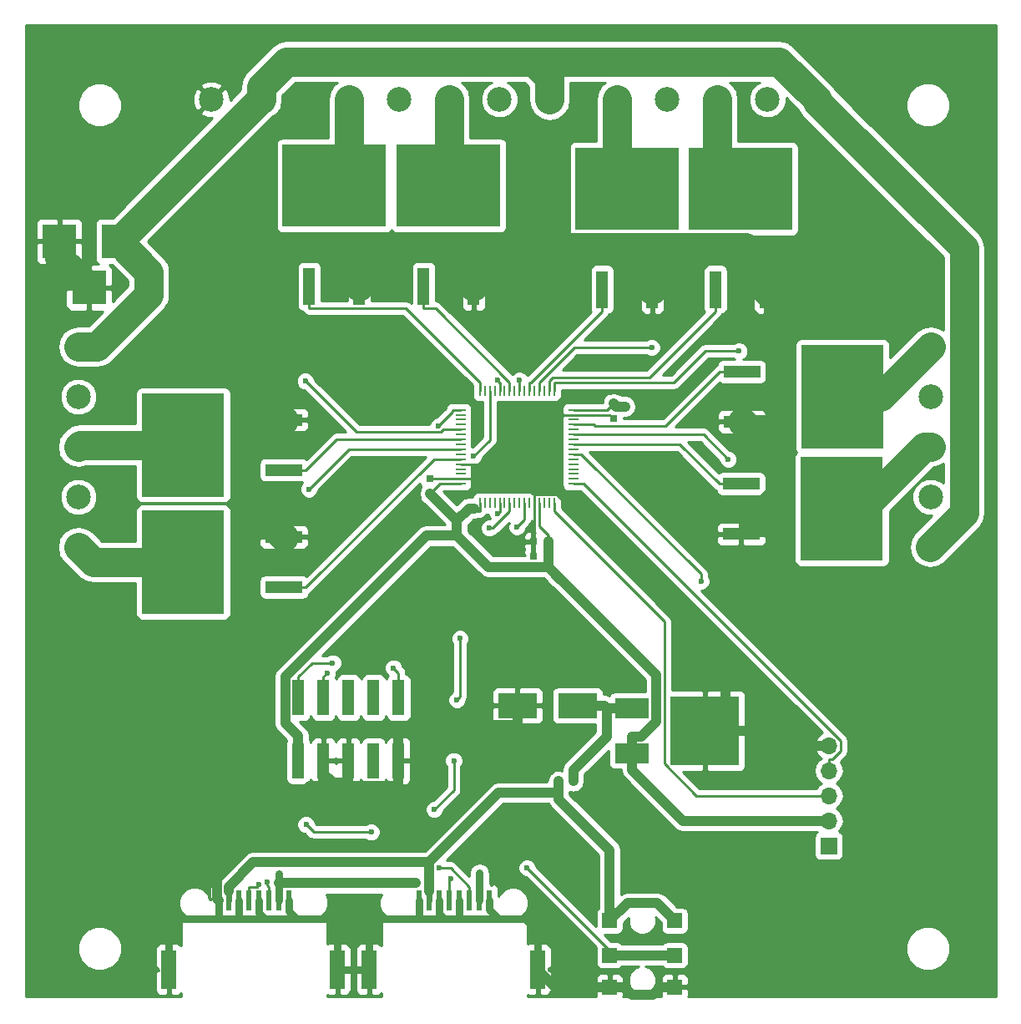
<source format=gtl>
G04 #@! TF.FileFunction,Copper,L1,Top,Signal*
%FSLAX46Y46*%
G04 Gerber Fmt 4.6, Leading zero omitted, Abs format (unit mm)*
G04 Created by KiCad (PCBNEW 4.0.4-stable) date 03/10/17 08:23:14*
%MOMM*%
%LPD*%
G01*
G04 APERTURE LIST*
%ADD10C,0.100000*%
%ADD11R,0.250000X1.000000*%
%ADD12R,1.000000X0.250000*%
%ADD13R,1.200000X3.800000*%
%ADD14R,10.490000X8.380000*%
%ADD15R,1.270000X3.600000*%
%ADD16R,1.500000X4.000000*%
%ADD17C,0.900000*%
%ADD18R,0.600000X2.100000*%
%ADD19R,3.500120X3.500120*%
%ADD20R,4.000000X2.500000*%
%ADD21R,0.800000X0.750000*%
%ADD22R,0.750000X0.800000*%
%ADD23C,2.500000*%
%ADD24R,1.700000X1.700000*%
%ADD25O,1.700000X1.700000*%
%ADD26R,3.800000X1.200000*%
%ADD27R,8.380000X10.490000*%
%ADD28R,0.500000X0.900000*%
%ADD29R,3.500000X2.000000*%
%ADD30R,7.000000X7.000000*%
%ADD31R,1.500000X1.500000*%
%ADD32C,0.600000*%
%ADD33C,0.250000*%
%ADD34C,1.000000*%
%ADD35C,0.599800*%
%ADD36C,0.800000*%
%ADD37C,3.000000*%
%ADD38C,0.249800*%
%ADD39C,0.254000*%
G04 APERTURE END LIST*
D10*
D11*
X176590000Y-109840000D03*
X177090000Y-109840000D03*
X177590000Y-109840000D03*
X178090000Y-109840000D03*
X178590000Y-109840000D03*
X179090000Y-109840000D03*
X179590000Y-109840000D03*
X180090000Y-109840000D03*
X180590000Y-109840000D03*
X181090000Y-109840000D03*
X181590000Y-109840000D03*
X182090000Y-109840000D03*
X182590000Y-109840000D03*
X183090000Y-109840000D03*
X183590000Y-109840000D03*
X184090000Y-109840000D03*
D12*
X186040000Y-107890000D03*
X186040000Y-107390000D03*
X186040000Y-106890000D03*
X186040000Y-106390000D03*
X186040000Y-105890000D03*
X186040000Y-105390000D03*
X186040000Y-104890000D03*
X186040000Y-104390000D03*
X186040000Y-103890000D03*
X186040000Y-103390000D03*
X186040000Y-102890000D03*
X186040000Y-102390000D03*
X186040000Y-101890000D03*
X186040000Y-101390000D03*
X186040000Y-100890000D03*
X186040000Y-100390000D03*
D11*
X184090000Y-98440000D03*
X183590000Y-98440000D03*
X183090000Y-98440000D03*
X182590000Y-98440000D03*
X182090000Y-98440000D03*
X181590000Y-98440000D03*
X181090000Y-98440000D03*
X180590000Y-98440000D03*
X180090000Y-98440000D03*
X179590000Y-98440000D03*
X179090000Y-98440000D03*
X178590000Y-98440000D03*
X178090000Y-98440000D03*
X177590000Y-98440000D03*
X177090000Y-98440000D03*
X176590000Y-98440000D03*
D12*
X174640000Y-100390000D03*
X174640000Y-100890000D03*
X174640000Y-101390000D03*
X174640000Y-101890000D03*
X174640000Y-102390000D03*
X174640000Y-102890000D03*
X174640000Y-103390000D03*
X174640000Y-103890000D03*
X174640000Y-104390000D03*
X174640000Y-104890000D03*
X174640000Y-105390000D03*
X174640000Y-105890000D03*
X174640000Y-106390000D03*
X174640000Y-106890000D03*
X174640000Y-107390000D03*
X174640000Y-107890000D03*
D13*
X205550000Y-88191000D03*
X200470000Y-88191000D03*
D14*
X203010000Y-77978000D03*
D15*
X158178000Y-135978000D03*
X160718000Y-135978000D03*
X163258000Y-135978000D03*
X165798000Y-135978000D03*
X165798000Y-129578000D03*
X163258000Y-129578000D03*
X160718000Y-129578000D03*
X158178000Y-129578000D03*
X168338000Y-135978000D03*
X168338000Y-129578000D03*
D16*
X145036000Y-157106000D03*
D17*
X145036000Y-157106000D03*
D18*
X157236000Y-150126000D03*
X156216000Y-150126000D03*
X155196000Y-150126000D03*
X154176000Y-150126000D03*
X153156000Y-150126000D03*
X152136000Y-150126000D03*
X151116000Y-150126000D03*
X150096000Y-150126000D03*
D17*
X162136000Y-157106000D03*
D16*
X162136000Y-157106000D03*
D19*
X139931140Y-83312000D03*
X133931660Y-83312000D03*
X136931400Y-88011000D03*
D20*
X186502000Y-130366000D03*
X180402000Y-130366000D03*
D21*
X183503000Y-115252000D03*
X182003000Y-115252000D03*
X183503000Y-113728000D03*
X182003000Y-113728000D03*
D22*
X190119000Y-99770000D03*
X190119000Y-101270000D03*
X171514000Y-108890000D03*
X171514000Y-107390000D03*
D16*
X165356000Y-157106000D03*
D17*
X165356000Y-157106000D03*
D18*
X177556000Y-150126000D03*
X176536000Y-150126000D03*
X175516000Y-150126000D03*
X174496000Y-150126000D03*
X173476000Y-150126000D03*
X172456000Y-150126000D03*
X171436000Y-150126000D03*
X170416000Y-150126000D03*
D17*
X182456000Y-157106000D03*
D16*
X182456000Y-157106000D03*
D23*
X190500000Y-68921000D03*
X195580000Y-68921000D03*
X200660000Y-68921000D03*
X205740000Y-68921000D03*
X210820000Y-68961000D03*
X149352000Y-68921000D03*
X154432000Y-68921000D03*
X163322000Y-68921000D03*
X168402000Y-68921000D03*
X173482000Y-68921000D03*
X178562000Y-68921000D03*
X183642000Y-68961000D03*
D13*
X194056000Y-88191000D03*
X188976000Y-88191000D03*
D14*
X191516000Y-77978000D03*
D13*
X164338000Y-87873500D03*
X159258000Y-87873500D03*
D14*
X161798000Y-77660500D03*
D13*
X175958000Y-87873500D03*
X170878000Y-87873500D03*
D14*
X173418000Y-77660500D03*
D23*
X222290000Y-93980000D03*
X222290000Y-99060000D03*
X222290000Y-104140000D03*
X222290000Y-109220000D03*
X222250000Y-114300000D03*
D24*
X211963000Y-144590000D03*
D25*
X211963000Y-142050000D03*
X211963000Y-139510000D03*
X211963000Y-136970000D03*
X211963000Y-134430000D03*
D23*
X135850000Y-114300000D03*
X135850000Y-109220000D03*
X135850000Y-104140000D03*
X135850000Y-99060000D03*
X135890000Y-93980000D03*
D26*
X203147000Y-101600000D03*
X203147000Y-96520000D03*
D27*
X213360000Y-99060000D03*
D26*
X156707000Y-113284000D03*
X156707000Y-118364000D03*
D27*
X146494000Y-115824000D03*
D26*
X203083000Y-112966000D03*
X203083000Y-107886000D03*
D27*
X213296000Y-110426000D03*
D26*
X156707000Y-101410000D03*
X156707000Y-106490000D03*
D27*
X146494000Y-103950000D03*
D28*
X184543000Y-138049000D03*
X186043000Y-138049000D03*
D29*
X192007000Y-130616000D03*
X192007000Y-135196000D03*
D30*
X199407000Y-132916000D03*
D31*
X189740000Y-158890000D03*
X189740000Y-152190000D03*
X189740000Y-155690000D03*
X196340000Y-158890000D03*
X196340000Y-155690000D03*
X196340000Y-152190000D03*
D32*
X174561500Y-123571000D03*
X174244000Y-129794000D03*
X173926500Y-135953500D03*
X171958000Y-140906500D03*
X165544500Y-143192500D03*
X158940500Y-142430500D03*
X212153500Y-154178000D03*
X207073500Y-157099000D03*
X202311000Y-154051000D03*
X199072500Y-147447000D03*
X207010000Y-150114000D03*
X216725500Y-148653500D03*
X224790000Y-147383500D03*
X223901000Y-140525500D03*
X224663000Y-131572000D03*
X225298000Y-124079000D03*
X216979500Y-124396500D03*
X209740500Y-124841000D03*
X215074500Y-129476500D03*
X216090500Y-134366000D03*
X213487000Y-90932000D03*
X219646500Y-89154000D03*
X216471500Y-83820000D03*
X208788000Y-84455000D03*
X199263000Y-83883500D03*
X186245500Y-83693000D03*
X171386500Y-83883500D03*
X156781500Y-84074000D03*
X169100500Y-97345500D03*
X162242500Y-94615000D03*
X156591000Y-91567000D03*
X154432000Y-86868000D03*
X152082500Y-78613000D03*
X146812000Y-82486500D03*
X147891500Y-88582500D03*
X152336500Y-92011500D03*
X132016500Y-87185500D03*
X132461000Y-94805500D03*
X132016500Y-103060500D03*
X132461000Y-112268000D03*
X133858000Y-119507000D03*
X134048500Y-126428500D03*
X133477000Y-134620000D03*
X133413500Y-141795500D03*
X132651500Y-148590000D03*
X140398500Y-148780500D03*
X141033500Y-145288000D03*
X140970000Y-141224000D03*
X141732000Y-135699500D03*
X142684500Y-129921000D03*
X142748000Y-123571000D03*
X148272500Y-124650000D03*
X148336000Y-128587500D03*
X148653500Y-135255000D03*
X148399500Y-139446000D03*
X153162000Y-138811000D03*
X152908000Y-132461000D03*
X152527000Y-126365000D03*
X153098500Y-121094500D03*
X152844000Y-116649500D03*
X152908000Y-112776000D03*
X154559000Y-111696000D03*
X153670000Y-100838000D03*
X165100000Y-85090000D03*
X177546000Y-84899500D03*
X193294000Y-85407500D03*
X205994000Y-88392000D03*
X204534000Y-111760000D03*
X204152000Y-102997000D03*
X184213500Y-117094000D03*
X191326400Y-100064500D03*
X170041100Y-148375600D03*
X176530000Y-147320000D03*
X172449300Y-146848800D03*
X155038900Y-148273200D03*
X154193700Y-148546700D03*
X173623300Y-147933700D03*
X178400800Y-110905300D03*
X167820900Y-126551600D03*
X177520100Y-112381000D03*
X180340000Y-112268000D03*
X181356000Y-146812000D03*
X161116900Y-127053800D03*
X172351600Y-102027500D03*
X161648400Y-126039800D03*
X175952200Y-105086800D03*
X194007700Y-94071500D03*
X178333400Y-97399700D03*
X202861800Y-94435200D03*
X180590000Y-97397100D03*
X201770600Y-105405900D03*
X159226600Y-108434300D03*
X199013200Y-117785900D03*
X158869300Y-97476000D03*
D33*
X174561500Y-129476500D02*
X174561500Y-123571000D01*
X174244000Y-129794000D02*
X174561500Y-129476500D01*
X173926500Y-138938000D02*
X173926500Y-135953500D01*
X171958000Y-140906500D02*
X173926500Y-138938000D01*
X159702500Y-143192500D02*
X165544500Y-143192500D01*
X158940500Y-142430500D02*
X159702500Y-143192500D01*
D34*
X189740000Y-152190000D02*
X189740000Y-145036000D01*
X184543000Y-139839000D02*
X184543000Y-138049000D01*
X189740000Y-145036000D02*
X184543000Y-139839000D01*
X196340000Y-152190000D02*
X196340000Y-152144000D01*
X196340000Y-152144000D02*
X194564000Y-150368000D01*
X194564000Y-150368000D02*
X191562000Y-150368000D01*
X191562000Y-150368000D02*
X189740000Y-152190000D01*
X184543000Y-138049000D02*
X184543000Y-139199300D01*
X184543000Y-139199300D02*
X178485400Y-139199300D01*
X178485400Y-139199300D02*
X171436000Y-146248700D01*
D35*
X151116000Y-149179600D02*
X151116000Y-150126000D01*
X171436000Y-149179600D02*
X171436000Y-150126000D01*
D34*
X151116000Y-148727000D02*
X151116000Y-149179600D01*
X153594300Y-146248700D02*
X151116000Y-148727000D01*
X171436000Y-146248700D02*
X153594300Y-146248700D01*
X171436000Y-146248700D02*
X171436000Y-149179600D01*
X189740000Y-158890000D02*
X184240000Y-158890000D01*
X184240000Y-158890000D02*
X182456000Y-157106000D01*
X191976900Y-159676600D02*
X191190300Y-158890000D01*
X194103100Y-159676600D02*
X191976900Y-159676600D01*
X194889700Y-158890000D02*
X194103100Y-159676600D01*
X189740000Y-158890000D02*
X191190300Y-158890000D01*
X195915000Y-158890000D02*
X194889700Y-158890000D01*
X195915000Y-158890000D02*
X196340000Y-158890000D01*
D33*
X182090000Y-109840000D02*
X182090000Y-108689600D01*
X182090000Y-108689600D02*
X182140000Y-108639600D01*
X209994500Y-154178000D02*
X212153500Y-154178000D01*
X207073500Y-157099000D02*
X209994500Y-154178000D01*
X202311000Y-150685500D02*
X202311000Y-154051000D01*
X199072500Y-147447000D02*
X202311000Y-150685500D01*
X215265000Y-150114000D02*
X207010000Y-150114000D01*
X216725500Y-148653500D02*
X215265000Y-150114000D01*
X224790000Y-141414500D02*
X224790000Y-147383500D01*
X223901000Y-140525500D02*
X224790000Y-141414500D01*
X224663000Y-124714000D02*
X224663000Y-131572000D01*
X225298000Y-124079000D02*
X224663000Y-124714000D01*
X210185000Y-124396500D02*
X216979500Y-124396500D01*
X209740500Y-124841000D02*
X210185000Y-124396500D01*
X215074500Y-133350000D02*
X215074500Y-129476500D01*
X216090500Y-134366000D02*
X215074500Y-133350000D01*
X217868500Y-90932000D02*
X213487000Y-90932000D01*
X219646500Y-89154000D02*
X217868500Y-90932000D01*
X209423000Y-83820000D02*
X216471500Y-83820000D01*
X208788000Y-84455000D02*
X209423000Y-83820000D01*
X186436000Y-83883500D02*
X199263000Y-83883500D01*
X186245500Y-83693000D02*
X186436000Y-83883500D01*
X156972000Y-83883500D02*
X171386500Y-83883500D01*
X156781500Y-84074000D02*
X156972000Y-83883500D01*
X164973000Y-97345500D02*
X169100500Y-97345500D01*
X162242500Y-94615000D02*
X164973000Y-97345500D01*
X156591000Y-89027000D02*
X156591000Y-91567000D01*
X154432000Y-86868000D02*
X156591000Y-89027000D01*
X150685500Y-78613000D02*
X152082500Y-78613000D01*
X146812000Y-82486500D02*
X150685500Y-78613000D01*
X148907500Y-88582500D02*
X147891500Y-88582500D01*
X152336500Y-92011500D02*
X148907500Y-88582500D01*
X154559000Y-111887000D02*
X153797000Y-111887000D01*
X132016500Y-94361000D02*
X132016500Y-87185500D01*
X132461000Y-94805500D02*
X132016500Y-94361000D01*
X132016500Y-111823500D02*
X132016500Y-103060500D01*
X132461000Y-112268000D02*
X132016500Y-111823500D01*
X133858000Y-126238000D02*
X133858000Y-119507000D01*
X134048500Y-126428500D02*
X133858000Y-126238000D01*
X133477000Y-141732000D02*
X133477000Y-134620000D01*
X133413500Y-141795500D02*
X133477000Y-141732000D01*
X140208000Y-148590000D02*
X132651500Y-148590000D01*
X140398500Y-148780500D02*
X140208000Y-148590000D01*
X141033500Y-141287500D02*
X141033500Y-145288000D01*
X140970000Y-141224000D02*
X141033500Y-141287500D01*
X141732000Y-130873500D02*
X141732000Y-135699500D01*
X142684500Y-129921000D02*
X141732000Y-130873500D01*
X147193500Y-123571000D02*
X142748000Y-123571000D01*
X148272500Y-124650000D02*
X147193500Y-123571000D01*
X148336000Y-134937500D02*
X148336000Y-128587500D01*
X148653500Y-135255000D02*
X148336000Y-134937500D01*
X152527000Y-139446000D02*
X148399500Y-139446000D01*
X153162000Y-138811000D02*
X152527000Y-139446000D01*
X152908000Y-126746000D02*
X152908000Y-132461000D01*
X152527000Y-126365000D02*
X152908000Y-126746000D01*
X153098500Y-116904000D02*
X153098500Y-121094500D01*
X152844000Y-116649500D02*
X153098500Y-116904000D01*
X153797000Y-111887000D02*
X152908000Y-112776000D01*
X176883000Y-105890000D02*
X178383000Y-107390000D01*
X174640000Y-105890000D02*
X176883000Y-105890000D01*
D36*
X150096000Y-150126000D02*
X150096000Y-151956000D01*
X152210000Y-152019000D02*
X152210000Y-151956000D01*
X152200000Y-152019000D02*
X152210000Y-152019000D01*
X152136000Y-151956000D02*
X152200000Y-152019000D01*
X154176000Y-151382000D02*
X154750000Y-151956000D01*
X154176000Y-150126000D02*
X154176000Y-151382000D01*
X157236000Y-151204000D02*
X157988000Y-151956000D01*
X157236000Y-150126000D02*
X157236000Y-151204000D01*
X165356000Y-152910000D02*
X164402000Y-151956000D01*
X165356000Y-157106000D02*
X165356000Y-152910000D01*
X162136000Y-152611000D02*
X161480000Y-151956000D01*
X162136000Y-157106000D02*
X162136000Y-152611000D01*
X165356000Y-157106000D02*
X162136000Y-157106000D01*
X170416000Y-151810000D02*
X170561000Y-151956000D01*
X170416000Y-150126000D02*
X170416000Y-151810000D01*
X172456000Y-151438000D02*
X172974000Y-151956000D01*
X172456000Y-150126000D02*
X172456000Y-151438000D01*
X177556000Y-151013000D02*
X178498000Y-151956000D01*
X177556000Y-150126000D02*
X177556000Y-151013000D01*
D37*
X154559000Y-111696000D02*
X154559000Y-111887000D01*
X154559000Y-111887000D02*
X154559000Y-111136000D01*
X165100000Y-85153500D02*
X164338000Y-85915500D01*
X165100000Y-85090000D02*
X165100000Y-85153500D01*
X177546000Y-84899500D02*
X177546000Y-83883500D01*
X193675000Y-85407500D02*
X194056000Y-85788500D01*
X193294000Y-85407500D02*
X193675000Y-85407500D01*
X205750000Y-88392000D02*
X205550000Y-88191000D01*
X205994000Y-88392000D02*
X205750000Y-88392000D01*
X204152000Y-102606000D02*
X203909000Y-102362000D01*
X204152000Y-102997000D02*
X204152000Y-102606000D01*
X152781000Y-85852000D02*
X152781000Y-101727000D01*
X154750000Y-83883500D02*
X152781000Y-85852000D01*
X175958000Y-85661500D02*
X174180000Y-83883500D01*
X175958000Y-87873500D02*
X175958000Y-85661500D01*
D33*
X174640000Y-107390000D02*
X171514000Y-107390000D01*
D37*
X152781000Y-109358000D02*
X154559000Y-111136000D01*
X152781000Y-101727000D02*
X152781000Y-109358000D01*
X153670000Y-101727000D02*
X152781000Y-101727000D01*
X153670000Y-100838000D02*
X153670000Y-101727000D01*
X153670000Y-101727000D02*
X152781000Y-101727000D01*
X207010000Y-89651500D02*
X207010000Y-102362000D01*
X205550000Y-88191000D02*
X207010000Y-89651500D01*
X177546000Y-83883500D02*
X174180000Y-83883500D01*
X174180000Y-83883500D02*
X162306000Y-83883500D01*
X162306000Y-83883500D02*
X154750000Y-83883500D01*
X154750000Y-83883500D02*
X154178000Y-83883500D01*
X203518000Y-83883500D02*
X195961000Y-83883500D01*
X205550000Y-85915500D02*
X203518000Y-83883500D01*
X205550000Y-88191000D02*
X205550000Y-85915500D01*
X195961000Y-83883500D02*
X177546000Y-83883500D01*
D33*
X182090000Y-113642000D02*
X182003000Y-113728000D01*
X182090000Y-109840000D02*
X182090000Y-113642000D01*
X182003000Y-113728000D02*
X182003000Y-115252000D01*
D37*
X194056000Y-88191000D02*
X194056000Y-85788500D01*
X194056000Y-85788500D02*
X195961000Y-83883500D01*
X164338000Y-87873500D02*
X164338000Y-85915500D01*
X164338000Y-85915500D02*
X162306000Y-83883500D01*
X203909000Y-102362000D02*
X207010000Y-102362000D01*
D36*
X174496000Y-150126000D02*
X174496000Y-151956000D01*
X174496000Y-151956000D02*
X174625000Y-151956000D01*
X172974000Y-151956000D02*
X174496000Y-151956000D01*
X170561000Y-151956000D02*
X172974000Y-151956000D01*
X161480000Y-151956000D02*
X164402000Y-151956000D01*
X164402000Y-151956000D02*
X170561000Y-151956000D01*
X174496000Y-151956000D02*
X174625000Y-151956000D01*
X174625000Y-151956000D02*
X178498000Y-151956000D01*
X157988000Y-151956000D02*
X161480000Y-151956000D01*
X154750000Y-151956000D02*
X157988000Y-151956000D01*
X146050000Y-151956000D02*
X150096000Y-151956000D01*
X145036000Y-152970000D02*
X146050000Y-151956000D01*
X145036000Y-157106000D02*
X145036000Y-152970000D01*
X150096000Y-151956000D02*
X152136000Y-151956000D01*
X152136000Y-151956000D02*
X152210000Y-151956000D01*
X152210000Y-151956000D02*
X154750000Y-151956000D01*
D33*
X182140000Y-103229000D02*
X182140000Y-107390000D01*
X184479000Y-100890000D02*
X182140000Y-103229000D01*
X186040000Y-100890000D02*
X184479000Y-100890000D01*
X182140000Y-107390000D02*
X182140000Y-107442000D01*
X182088000Y-107442000D02*
X182140000Y-107442000D01*
X182140000Y-107390000D02*
X182088000Y-107442000D01*
X174640000Y-107390000D02*
X178383000Y-107390000D01*
X178383000Y-107390000D02*
X182140000Y-107390000D01*
D36*
X182456000Y-153246000D02*
X182456000Y-155176000D01*
X181166000Y-151956000D02*
X182456000Y-153246000D01*
X178498000Y-151956000D02*
X181166000Y-151956000D01*
X182456000Y-155176000D02*
X182456000Y-157106000D01*
D37*
X133932000Y-85011300D02*
X133932000Y-83312000D01*
X136931000Y-88011000D02*
X133932000Y-85011300D01*
D36*
X152136000Y-150126000D02*
X152136000Y-151956000D01*
D34*
X136931400Y-88011000D02*
X136931000Y-88011000D01*
X156707000Y-101410000D02*
X156707500Y-101410500D01*
D37*
X156708000Y-101410000D02*
X156707500Y-101410500D01*
X156390000Y-101727000D02*
X153670000Y-101727000D01*
X156707500Y-101410500D02*
X156390000Y-101727000D01*
D34*
X203084000Y-112966000D02*
X204290000Y-111760000D01*
X203083000Y-112966000D02*
X203084000Y-112966000D01*
D37*
X207010000Y-109040000D02*
X204290000Y-111760000D01*
X207010000Y-102362000D02*
X207010000Y-109040000D01*
X204290000Y-111760000D02*
X204534000Y-111760000D01*
D34*
X156707000Y-113284000D02*
X156707500Y-113283500D01*
D37*
X154559000Y-111136000D02*
X156707500Y-113283500D01*
X156707500Y-113283500D02*
X156708000Y-113284000D01*
D33*
X189738000Y-100890000D02*
X190119000Y-101270000D01*
X186040000Y-100890000D02*
X189738000Y-100890000D01*
D37*
X203147000Y-101600000D02*
X203909000Y-102362000D01*
D34*
X133931700Y-83312000D02*
X133932000Y-83312000D01*
X160718000Y-135978000D02*
X160718000Y-137228100D01*
X160718000Y-137228100D02*
X160718000Y-138478300D01*
X163258000Y-135978000D02*
X163258000Y-138178200D01*
X163558100Y-138478300D02*
X168338000Y-138478300D01*
X163258000Y-138178200D02*
X163558100Y-138478300D01*
X168338000Y-135978000D02*
X168338000Y-138478300D01*
X161668100Y-138178200D02*
X163258000Y-138178200D01*
X160718000Y-137228100D02*
X161668100Y-138178200D01*
X169499400Y-132316300D02*
X168338000Y-133477700D01*
X180402000Y-132316300D02*
X169499400Y-132316300D01*
X180402000Y-130366000D02*
X180402000Y-132316300D01*
X168338000Y-135978000D02*
X168338000Y-133477700D01*
X149893600Y-149923600D02*
X150096000Y-150126000D01*
X149893600Y-147935500D02*
X149893600Y-149923600D01*
X159350800Y-138478300D02*
X149893600Y-147935500D01*
X160718000Y-138478300D02*
X159350800Y-138478300D01*
X205121300Y-134430000D02*
X203607300Y-132916000D01*
X211963000Y-134430000D02*
X205121300Y-134430000D01*
X199407000Y-132916000D02*
X201507200Y-132916000D01*
X201507200Y-132916000D02*
X203607300Y-132916000D01*
X184510000Y-108639600D02*
X182140000Y-108639600D01*
X201507200Y-132916000D02*
X201507200Y-125636800D01*
X201507200Y-125636800D02*
X184510000Y-108639600D01*
D33*
X182140000Y-107442000D02*
X182140000Y-108639600D01*
D34*
X184721500Y-117602000D02*
X184721500Y-117545800D01*
X184241600Y-117122100D02*
X184721500Y-117602000D01*
X184241600Y-117065900D02*
X184241600Y-117122100D01*
X184213500Y-117094000D02*
X184241600Y-117065900D01*
D33*
X189500000Y-100390000D02*
X190119000Y-99770500D01*
X186040000Y-100390000D02*
X189500000Y-100390000D01*
X182590000Y-112190000D02*
X182590000Y-109840000D01*
X183503000Y-113104000D02*
X182590000Y-112190000D01*
X183503000Y-113728000D02*
X183503000Y-113104000D01*
D34*
X183503000Y-113728000D02*
X183503000Y-115252000D01*
X190119000Y-99770000D02*
X190119000Y-99770500D01*
X158178000Y-135978000D02*
X158178000Y-133477700D01*
D33*
X171514000Y-108866000D02*
X171514000Y-108878000D01*
X172489000Y-107890000D02*
X171514000Y-108866000D01*
X174640000Y-107890000D02*
X172489000Y-107890000D01*
X171514000Y-108878000D02*
X171514000Y-108890000D01*
D34*
X174244300Y-111608300D02*
X171514000Y-108878000D01*
X175454800Y-110397800D02*
X176032200Y-110397800D01*
X174244300Y-111608300D02*
X175454800Y-110397800D01*
D38*
X176299600Y-110665200D02*
X176590000Y-110665200D01*
X176032200Y-110397800D02*
X176299600Y-110665200D01*
X176590000Y-109840000D02*
X176590000Y-110665200D01*
D34*
X183503000Y-115252000D02*
X183503000Y-116327300D01*
X192007000Y-135196000D02*
X192007000Y-133495700D01*
X184721500Y-117545800D02*
X194457400Y-127281700D01*
X194457400Y-127281700D02*
X194457400Y-132001700D01*
X194457400Y-132001700D02*
X192963400Y-133495700D01*
X192963400Y-133495700D02*
X192007000Y-133495700D01*
X183503000Y-116327300D02*
X184721500Y-117545800D01*
X197160700Y-142050000D02*
X192007000Y-136896300D01*
X211963000Y-142050000D02*
X197160700Y-142050000D01*
X192007000Y-135196000D02*
X192007000Y-136896300D01*
X190413000Y-100064500D02*
X190119000Y-99770500D01*
X191326400Y-100064500D02*
X190413000Y-100064500D01*
X177439800Y-116327300D02*
X183503000Y-116327300D01*
X174244300Y-113131800D02*
X177439800Y-116327300D01*
X171161600Y-113131800D02*
X174244300Y-113131800D01*
X156842600Y-127450800D02*
X171161600Y-113131800D01*
X156842600Y-132142300D02*
X156842600Y-127450800D01*
X158178000Y-133477700D02*
X156842600Y-132142300D01*
X174244300Y-113131800D02*
X174244300Y-111608300D01*
D37*
X225679000Y-110871000D02*
X222250000Y-114300000D01*
X225679000Y-84010500D02*
X225679000Y-110871000D01*
X210820000Y-69151500D02*
X225679000Y-84010500D01*
X210820000Y-68961000D02*
X210820000Y-69151500D01*
X183642000Y-66738500D02*
X181991000Y-65087500D01*
X183642000Y-68961000D02*
X183642000Y-66738500D01*
X156972000Y-65087500D02*
X181991000Y-65087500D01*
X154432000Y-67627500D02*
X156972000Y-65087500D01*
X154432000Y-68921000D02*
X154432000Y-67627500D01*
X206946000Y-65087500D02*
X210820000Y-68961000D01*
X181991000Y-65087500D02*
X206946000Y-65087500D01*
X137732000Y-93980000D02*
X135890000Y-93980000D01*
X143002000Y-88709500D02*
X137732000Y-93980000D01*
X143002000Y-86423500D02*
X143002000Y-88709500D01*
X139931000Y-83352600D02*
X143002000Y-86423500D01*
X139931000Y-83312000D02*
X139931000Y-83352600D01*
X139931100Y-83311900D02*
X139931000Y-83312000D01*
X154322000Y-68921000D02*
X139931100Y-83311900D01*
X139931100Y-83311900D02*
X139931100Y-83312000D01*
D36*
X176536000Y-147326000D02*
X176530000Y-147320000D01*
X176536000Y-150126000D02*
X176536000Y-147326000D01*
X156216000Y-150126000D02*
X156216000Y-148375600D01*
X156216000Y-147390000D02*
X156210000Y-147384000D01*
X156216000Y-148375600D02*
X156216000Y-147390000D01*
D34*
X156216000Y-148375600D02*
X170041100Y-148375600D01*
D33*
X155038900Y-148593600D02*
X155196000Y-148750700D01*
X155038900Y-148273200D02*
X155038900Y-148593600D01*
X155196000Y-150126000D02*
X155196000Y-148750700D01*
X173614100Y-146848800D02*
X172449300Y-146848800D01*
X175516000Y-148750700D02*
X173614100Y-146848800D01*
X175516000Y-150126000D02*
X175516000Y-148750700D01*
X153989700Y-148750700D02*
X154193700Y-148546700D01*
X153156000Y-148750700D02*
X153989700Y-148750700D01*
X153156000Y-150126000D02*
X153156000Y-148750700D01*
X173476000Y-148081000D02*
X173623300Y-147933700D01*
X173476000Y-150126000D02*
X173476000Y-148081000D01*
X178590000Y-109840000D02*
X178590000Y-110665300D01*
X178590000Y-110716100D02*
X178400800Y-110905300D01*
X178590000Y-110665300D02*
X178590000Y-110716100D01*
X168338000Y-127068700D02*
X167820900Y-126551600D01*
X168338000Y-129578000D02*
X168338000Y-127068700D01*
X177874300Y-112381000D02*
X179590000Y-110665300D01*
X177520100Y-112381000D02*
X177874300Y-112381000D01*
X179590000Y-109840000D02*
X179590000Y-110665300D01*
D37*
X217210000Y-99060000D02*
X222290000Y-93980000D01*
X213360000Y-99060000D02*
X217210000Y-99060000D01*
X190500000Y-76962000D02*
X191516000Y-77978000D01*
X190500000Y-68921000D02*
X190500000Y-76962000D01*
X200660000Y-75628500D02*
X203010000Y-77978000D01*
X200660000Y-68921000D02*
X200660000Y-75628500D01*
X200660000Y-75628500D02*
X203010000Y-77978000D01*
X163322000Y-76136500D02*
X161798000Y-77660500D01*
X163322000Y-68921000D02*
X163322000Y-76136500D01*
X173482000Y-77597000D02*
X173418000Y-77660500D01*
X173482000Y-68921000D02*
X173482000Y-77597000D01*
D34*
X186502000Y-130366000D02*
X189202300Y-130366000D01*
X186043000Y-138049000D02*
X186043000Y-136898700D01*
X189452300Y-133489400D02*
X189452300Y-130616000D01*
X186043000Y-136898700D02*
X189452300Y-133489400D01*
X192007000Y-130616000D02*
X189452300Y-130616000D01*
X189452300Y-130616000D02*
X189202300Y-130366000D01*
D37*
X215392000Y-110426000D02*
X213296000Y-110426000D01*
X221678000Y-104140000D02*
X215392000Y-110426000D01*
X222290000Y-104140000D02*
X221678000Y-104140000D01*
X137374000Y-115824000D02*
X135850000Y-114300000D01*
X146494000Y-115824000D02*
X137374000Y-115824000D01*
X136040000Y-103950000D02*
X135850000Y-104140000D01*
X146494000Y-103950000D02*
X136040000Y-103950000D01*
D33*
X189740000Y-155690000D02*
X189740000Y-155196000D01*
X189740000Y-155196000D02*
X181356000Y-146812000D01*
X181090000Y-111518000D02*
X181090000Y-109840000D01*
X180340000Y-112268000D02*
X181090000Y-111518000D01*
D34*
X196340000Y-155690000D02*
X189740000Y-155690000D01*
D33*
X173814700Y-100564400D02*
X173814700Y-100390000D01*
X172351600Y-102027500D02*
X173814700Y-100564400D01*
X174640000Y-100390000D02*
X173814700Y-100390000D01*
X160718000Y-129578000D02*
X160718000Y-127452700D01*
X160718000Y-127452700D02*
X161116900Y-127053800D01*
X159590900Y-126039800D02*
X161648400Y-126039800D01*
X158178000Y-127452700D02*
X159590900Y-126039800D01*
X177590000Y-103449000D02*
X177590000Y-98440000D01*
X175952200Y-105086800D02*
X177590000Y-103449000D01*
X158178000Y-129578000D02*
X158178000Y-127452700D01*
X198537300Y-139510000D02*
X211963000Y-139510000D01*
X195300400Y-136273100D02*
X198537300Y-139510000D01*
X195300400Y-121875700D02*
X195300400Y-136273100D01*
X184090000Y-110665300D02*
X195300400Y-121875700D01*
X184090000Y-109840000D02*
X184090000Y-110665300D01*
X212330400Y-135794700D02*
X211963000Y-135794700D01*
X213138300Y-134986800D02*
X212330400Y-135794700D01*
X213138300Y-133922800D02*
X213138300Y-134986800D01*
X187105500Y-107890000D02*
X213138300Y-133922800D01*
X186040000Y-107890000D02*
X187105500Y-107890000D01*
X211963000Y-136970000D02*
X211963000Y-135794700D01*
X181777600Y-97614700D02*
X181590000Y-97614700D01*
X188976000Y-90416300D02*
X181777600Y-97614700D01*
X188976000Y-88191000D02*
X188976000Y-90416300D01*
X181590000Y-98440000D02*
X181590000Y-97614700D01*
X182590000Y-98440000D02*
X182590000Y-97614700D01*
X186133200Y-94071500D02*
X194007700Y-94071500D01*
X182590000Y-97614700D02*
X186133200Y-94071500D01*
X159258000Y-87873500D02*
X159258000Y-90098800D01*
X176590000Y-98440000D02*
X176590000Y-97614700D01*
X169074100Y-90098800D02*
X176590000Y-97614700D01*
X159258000Y-90098800D02*
X169074100Y-90098800D01*
X200470000Y-88191000D02*
X200470000Y-90416300D01*
X183590000Y-97474400D02*
X183590000Y-98440000D01*
X183974600Y-97089800D02*
X183590000Y-97474400D01*
X193796500Y-97089800D02*
X183974600Y-97089800D01*
X200470000Y-90416300D02*
X193796500Y-97089800D01*
X178548400Y-97614700D02*
X178333400Y-97399700D01*
X178590000Y-97614700D02*
X178548400Y-97614700D01*
X178590000Y-98440000D02*
X178590000Y-97614700D01*
X184090000Y-98440000D02*
X184090000Y-97614700D01*
X199438800Y-94435200D02*
X202861800Y-94435200D01*
X196259300Y-97614700D02*
X199438800Y-94435200D01*
X184090000Y-97614700D02*
X196259300Y-97614700D01*
X172074100Y-90098800D02*
X179590000Y-97614700D01*
X170878000Y-90098800D02*
X172074100Y-90098800D01*
X170878000Y-87873500D02*
X170878000Y-90098800D01*
X179590000Y-98440000D02*
X179590000Y-97614700D01*
X180590000Y-97397100D02*
X180590000Y-98440000D01*
X188141800Y-101890000D02*
X186040000Y-101890000D01*
X188268600Y-102016800D02*
X188141800Y-101890000D01*
X195424900Y-102016800D02*
X188268600Y-102016800D01*
X200921700Y-96520000D02*
X195424900Y-102016800D01*
X203147000Y-96520000D02*
X200921700Y-96520000D01*
X171906300Y-105390000D02*
X174640000Y-105390000D01*
X158932300Y-118364000D02*
X171906300Y-105390000D01*
X156707000Y-118364000D02*
X158932300Y-118364000D01*
X199254700Y-102890000D02*
X186865300Y-102890000D01*
X201770600Y-105405900D02*
X199254700Y-102890000D01*
X186040000Y-102890000D02*
X186865300Y-102890000D01*
X163270900Y-104390000D02*
X159226600Y-108434300D01*
X174640000Y-104390000D02*
X163270900Y-104390000D01*
X203083000Y-107886000D02*
X200857700Y-107886000D01*
X196861700Y-103890000D02*
X200857700Y-107886000D01*
X186040000Y-103890000D02*
X196861700Y-103890000D01*
X162032300Y-103390000D02*
X174640000Y-103390000D01*
X158932300Y-106490000D02*
X162032300Y-103390000D01*
X156707000Y-106490000D02*
X158932300Y-106490000D01*
X199013200Y-117037900D02*
X186865300Y-104890000D01*
X199013200Y-117785900D02*
X199013200Y-117037900D01*
X186040000Y-104890000D02*
X186865300Y-104890000D01*
X172873500Y-102390000D02*
X174640000Y-102390000D01*
X172610700Y-102652800D02*
X172873500Y-102390000D01*
X164046100Y-102652800D02*
X172610700Y-102652800D01*
X158869300Y-97476000D02*
X164046100Y-102652800D01*
D39*
G36*
X228906000Y-159818000D02*
X197703589Y-159818000D01*
X197725000Y-159766310D01*
X197725000Y-159175750D01*
X197566250Y-159017000D01*
X196467000Y-159017000D01*
X196467000Y-159037000D01*
X196213000Y-159037000D01*
X196213000Y-159017000D01*
X195113750Y-159017000D01*
X194955000Y-159175750D01*
X194955000Y-159766310D01*
X194976411Y-159818000D01*
X191103589Y-159818000D01*
X191125000Y-159766310D01*
X191125000Y-159175750D01*
X190966250Y-159017000D01*
X189867000Y-159017000D01*
X189867000Y-159037000D01*
X189613000Y-159037000D01*
X189613000Y-159017000D01*
X188513750Y-159017000D01*
X188355000Y-159175750D01*
X188355000Y-159766310D01*
X188376411Y-159818000D01*
X181431000Y-159818000D01*
X181431000Y-159679410D01*
X181579691Y-159741000D01*
X182170250Y-159741000D01*
X182329000Y-159582250D01*
X182329000Y-158203766D01*
X182583000Y-158184480D01*
X182583000Y-159582250D01*
X182741750Y-159741000D01*
X183332309Y-159741000D01*
X183565698Y-159644327D01*
X183744327Y-159465699D01*
X183841000Y-159232310D01*
X183841000Y-158013690D01*
X188355000Y-158013690D01*
X188355000Y-158604250D01*
X188513750Y-158763000D01*
X189613000Y-158763000D01*
X189613000Y-157663750D01*
X189867000Y-157663750D01*
X189867000Y-158763000D01*
X190966250Y-158763000D01*
X191125000Y-158604250D01*
X191125000Y-158013690D01*
X191028327Y-157780301D01*
X190849698Y-157601673D01*
X190616309Y-157505000D01*
X190025750Y-157505000D01*
X189867000Y-157663750D01*
X189613000Y-157663750D01*
X189454250Y-157505000D01*
X188863691Y-157505000D01*
X188630302Y-157601673D01*
X188451673Y-157780301D01*
X188355000Y-158013690D01*
X183841000Y-158013690D01*
X183841000Y-157391750D01*
X183682250Y-157233000D01*
X183553766Y-157233000D01*
X183534480Y-156979000D01*
X183682250Y-156979000D01*
X183841000Y-156820250D01*
X183841000Y-154979690D01*
X183744327Y-154746301D01*
X183565698Y-154567673D01*
X183332309Y-154471000D01*
X182741750Y-154471000D01*
X182583000Y-154629750D01*
X182583000Y-156008234D01*
X182329000Y-156027520D01*
X182329000Y-154629750D01*
X182170250Y-154471000D01*
X181579691Y-154471000D01*
X181431000Y-154532590D01*
X181431000Y-152400000D01*
X181376954Y-152128295D01*
X181223046Y-151897954D01*
X180992705Y-151744046D01*
X180836582Y-151712991D01*
X180842657Y-151710481D01*
X181288914Y-151265003D01*
X181530724Y-150682659D01*
X181531275Y-150052107D01*
X181290481Y-149469343D01*
X180845003Y-149023086D01*
X180262659Y-148781276D01*
X179632107Y-148780725D01*
X179049343Y-149021519D01*
X178603086Y-149466997D01*
X178491000Y-149736930D01*
X178491000Y-148949690D01*
X178394327Y-148716301D01*
X178215698Y-148537673D01*
X177982309Y-148441000D01*
X177841750Y-148441000D01*
X177683002Y-148599748D01*
X177683002Y-148441000D01*
X177571000Y-148441000D01*
X177571000Y-147326000D01*
X177552213Y-147231552D01*
X177492215Y-146929922D01*
X177399428Y-146791057D01*
X177267856Y-146594144D01*
X177267853Y-146594142D01*
X177261856Y-146588144D01*
X176926077Y-146363785D01*
X176530000Y-146284999D01*
X176133923Y-146363785D01*
X175798144Y-146588144D01*
X175573785Y-146923923D01*
X175494999Y-147320000D01*
X175501000Y-147350169D01*
X175501000Y-147660898D01*
X174151501Y-146311399D01*
X173904939Y-146146652D01*
X173614100Y-146088800D01*
X173201032Y-146088800D01*
X178955532Y-140334300D01*
X183535125Y-140334300D01*
X183689274Y-140565000D01*
X183740434Y-140641566D01*
X188605000Y-145506132D01*
X188605000Y-150933156D01*
X188538559Y-150975910D01*
X188393569Y-151188110D01*
X188342560Y-151440000D01*
X188342560Y-152723757D01*
X182291122Y-146672320D01*
X182291162Y-146626833D01*
X182149117Y-146283057D01*
X181886327Y-146019808D01*
X181542799Y-145877162D01*
X181170833Y-145876838D01*
X180827057Y-146018883D01*
X180563808Y-146281673D01*
X180421162Y-146625201D01*
X180420838Y-146997167D01*
X180562883Y-147340943D01*
X180825673Y-147604192D01*
X181169201Y-147746838D01*
X181216077Y-147746879D01*
X188353782Y-154884585D01*
X188342560Y-154940000D01*
X188342560Y-156440000D01*
X188386838Y-156675317D01*
X188525910Y-156891441D01*
X188738110Y-157036431D01*
X188990000Y-157087440D01*
X190490000Y-157087440D01*
X190725317Y-157043162D01*
X190941441Y-156904090D01*
X190995481Y-156825000D01*
X192716730Y-156825000D01*
X192256485Y-157015169D01*
X191866539Y-157404436D01*
X191655241Y-157913298D01*
X191654760Y-158464285D01*
X191865169Y-158973515D01*
X192254436Y-159363461D01*
X192763298Y-159574759D01*
X193314285Y-159575240D01*
X193823515Y-159364831D01*
X194213461Y-158975564D01*
X194424759Y-158466702D01*
X194425154Y-158013690D01*
X194955000Y-158013690D01*
X194955000Y-158604250D01*
X195113750Y-158763000D01*
X196213000Y-158763000D01*
X196213000Y-157663750D01*
X196467000Y-157663750D01*
X196467000Y-158763000D01*
X197566250Y-158763000D01*
X197725000Y-158604250D01*
X197725000Y-158013690D01*
X197628327Y-157780301D01*
X197449698Y-157601673D01*
X197216309Y-157505000D01*
X196625750Y-157505000D01*
X196467000Y-157663750D01*
X196213000Y-157663750D01*
X196054250Y-157505000D01*
X195463691Y-157505000D01*
X195230302Y-157601673D01*
X195051673Y-157780301D01*
X194955000Y-158013690D01*
X194425154Y-158013690D01*
X194425240Y-157915715D01*
X194214831Y-157406485D01*
X193825564Y-157016539D01*
X193364287Y-156825000D01*
X195083156Y-156825000D01*
X195125910Y-156891441D01*
X195338110Y-157036431D01*
X195590000Y-157087440D01*
X197090000Y-157087440D01*
X197325317Y-157043162D01*
X197541441Y-156904090D01*
X197686431Y-156691890D01*
X197737440Y-156440000D01*
X197737440Y-155442619D01*
X219764613Y-155442619D01*
X220104155Y-156264372D01*
X220732321Y-156893636D01*
X221553481Y-157234611D01*
X222442619Y-157235387D01*
X223264372Y-156895845D01*
X223893636Y-156267679D01*
X224234611Y-155446519D01*
X224235387Y-154557381D01*
X223895845Y-153735628D01*
X223267679Y-153106364D01*
X222446519Y-152765389D01*
X221557381Y-152764613D01*
X220735628Y-153104155D01*
X220106364Y-153732321D01*
X219765389Y-154553481D01*
X219764613Y-155442619D01*
X197737440Y-155442619D01*
X197737440Y-154940000D01*
X197693162Y-154704683D01*
X197554090Y-154488559D01*
X197341890Y-154343569D01*
X197090000Y-154292560D01*
X195590000Y-154292560D01*
X195354683Y-154336838D01*
X195138559Y-154475910D01*
X195084519Y-154555000D01*
X190996844Y-154555000D01*
X190954090Y-154488559D01*
X190741890Y-154343569D01*
X190490000Y-154292560D01*
X189911363Y-154292560D01*
X189206243Y-153587440D01*
X190490000Y-153587440D01*
X190725317Y-153543162D01*
X190941441Y-153404090D01*
X191086431Y-153191890D01*
X191137440Y-152940000D01*
X191137440Y-152397692D01*
X191678963Y-151856169D01*
X191655241Y-151913298D01*
X191654760Y-152464285D01*
X191865169Y-152973515D01*
X192254436Y-153363461D01*
X192763298Y-153574759D01*
X193314285Y-153575240D01*
X193823515Y-153364831D01*
X194213461Y-152975564D01*
X194424759Y-152466702D01*
X194425240Y-151915715D01*
X194367964Y-151777096D01*
X194942560Y-152351692D01*
X194942560Y-152940000D01*
X194986838Y-153175317D01*
X195125910Y-153391441D01*
X195338110Y-153536431D01*
X195590000Y-153587440D01*
X197090000Y-153587440D01*
X197325317Y-153543162D01*
X197541441Y-153404090D01*
X197686431Y-153191890D01*
X197737440Y-152940000D01*
X197737440Y-151440000D01*
X197693162Y-151204683D01*
X197554090Y-150988559D01*
X197341890Y-150843569D01*
X197090000Y-150792560D01*
X196593692Y-150792560D01*
X195366566Y-149565434D01*
X195284501Y-149510600D01*
X194998346Y-149319397D01*
X194564000Y-149233000D01*
X191562000Y-149233000D01*
X191127654Y-149319397D01*
X190875000Y-149488215D01*
X190875000Y-145036000D01*
X190788603Y-144601654D01*
X190542566Y-144233434D01*
X185678000Y-139368868D01*
X185678000Y-139123152D01*
X185793000Y-139146440D01*
X185854174Y-139146440D01*
X186043000Y-139184000D01*
X186231826Y-139146440D01*
X186293000Y-139146440D01*
X186528317Y-139102162D01*
X186744441Y-138963090D01*
X186799704Y-138882210D01*
X186845566Y-138851566D01*
X187091603Y-138483346D01*
X187178000Y-138049000D01*
X187178000Y-137368832D01*
X189609560Y-134937272D01*
X189609560Y-136196000D01*
X189653838Y-136431317D01*
X189792910Y-136647441D01*
X190005110Y-136792431D01*
X190257000Y-136843440D01*
X190872000Y-136843440D01*
X190872000Y-136896300D01*
X190958397Y-137330646D01*
X190980472Y-137363683D01*
X191204434Y-137698866D01*
X196358133Y-142852566D01*
X196587316Y-143005701D01*
X196726354Y-143098603D01*
X197160700Y-143185000D01*
X210802837Y-143185000D01*
X210661559Y-143275910D01*
X210516569Y-143488110D01*
X210465560Y-143740000D01*
X210465560Y-145440000D01*
X210509838Y-145675317D01*
X210648910Y-145891441D01*
X210861110Y-146036431D01*
X211113000Y-146087440D01*
X212813000Y-146087440D01*
X213048317Y-146043162D01*
X213264441Y-145904090D01*
X213409431Y-145691890D01*
X213460440Y-145440000D01*
X213460440Y-143740000D01*
X213416162Y-143504683D01*
X213277090Y-143288559D01*
X213064890Y-143143569D01*
X212997459Y-143129914D01*
X213042147Y-143100054D01*
X213364054Y-142618285D01*
X213477093Y-142050000D01*
X213364054Y-141481715D01*
X213042147Y-140999946D01*
X212712974Y-140780000D01*
X213042147Y-140560054D01*
X213364054Y-140078285D01*
X213477093Y-139510000D01*
X213364054Y-138941715D01*
X213042147Y-138459946D01*
X212712974Y-138240000D01*
X213042147Y-138020054D01*
X213364054Y-137538285D01*
X213477093Y-136970000D01*
X213364054Y-136401715D01*
X213137400Y-136062502D01*
X213675701Y-135524201D01*
X213840448Y-135277639D01*
X213898300Y-134986800D01*
X213898300Y-133922800D01*
X213840448Y-133631961D01*
X213675701Y-133385399D01*
X199011201Y-118720899D01*
X199198367Y-118721062D01*
X199542143Y-118579017D01*
X199805392Y-118316227D01*
X199948038Y-117972699D01*
X199948362Y-117600733D01*
X199806317Y-117256957D01*
X199773200Y-117223782D01*
X199773200Y-117037900D01*
X199715348Y-116747061D01*
X199550601Y-116500499D01*
X196301852Y-113251750D01*
X200548000Y-113251750D01*
X200548000Y-113692309D01*
X200644673Y-113925698D01*
X200823301Y-114104327D01*
X201056690Y-114201000D01*
X202797250Y-114201000D01*
X202956000Y-114042250D01*
X202956000Y-113093000D01*
X203210000Y-113093000D01*
X203210000Y-114042250D01*
X203368750Y-114201000D01*
X205109310Y-114201000D01*
X205342699Y-114104327D01*
X205521327Y-113925698D01*
X205618000Y-113692309D01*
X205618000Y-113251750D01*
X205459250Y-113093000D01*
X203210000Y-113093000D01*
X202956000Y-113093000D01*
X200706750Y-113093000D01*
X200548000Y-113251750D01*
X196301852Y-113251750D01*
X195289793Y-112239691D01*
X200548000Y-112239691D01*
X200548000Y-112680250D01*
X200706750Y-112839000D01*
X202956000Y-112839000D01*
X202956000Y-111889750D01*
X203210000Y-111889750D01*
X203210000Y-112839000D01*
X205459250Y-112839000D01*
X205618000Y-112680250D01*
X205618000Y-112239691D01*
X205521327Y-112006302D01*
X205342699Y-111827673D01*
X205109310Y-111731000D01*
X203368750Y-111731000D01*
X203210000Y-111889750D01*
X202956000Y-111889750D01*
X202797250Y-111731000D01*
X201056690Y-111731000D01*
X200823301Y-111827673D01*
X200644673Y-112006302D01*
X200548000Y-112239691D01*
X195289793Y-112239691D01*
X187700102Y-104650000D01*
X196546898Y-104650000D01*
X200320299Y-108423401D01*
X200553043Y-108578916D01*
X200579838Y-108721317D01*
X200718910Y-108937441D01*
X200931110Y-109082431D01*
X201183000Y-109133440D01*
X204983000Y-109133440D01*
X205218317Y-109089162D01*
X205434441Y-108950090D01*
X205579431Y-108737890D01*
X205630440Y-108486000D01*
X205630440Y-107286000D01*
X205586162Y-107050683D01*
X205447090Y-106834559D01*
X205234890Y-106689569D01*
X204983000Y-106638560D01*
X201183000Y-106638560D01*
X200947683Y-106682838D01*
X200814829Y-106768327D01*
X197696502Y-103650000D01*
X198939898Y-103650000D01*
X200835478Y-105545580D01*
X200835438Y-105591067D01*
X200977483Y-105934843D01*
X201240273Y-106198092D01*
X201583801Y-106340738D01*
X201955767Y-106341062D01*
X202299543Y-106199017D01*
X202562792Y-105936227D01*
X202705438Y-105592699D01*
X202705762Y-105220733D01*
X202563717Y-104876957D01*
X202300927Y-104613708D01*
X201957399Y-104471062D01*
X201910523Y-104471021D01*
X199792101Y-102352599D01*
X199545539Y-102187852D01*
X199254700Y-102130000D01*
X196386502Y-102130000D01*
X196630752Y-101885750D01*
X200612000Y-101885750D01*
X200612000Y-102326309D01*
X200708673Y-102559698D01*
X200887301Y-102738327D01*
X201120690Y-102835000D01*
X202861250Y-102835000D01*
X203020000Y-102676250D01*
X203020000Y-101727000D01*
X203274000Y-101727000D01*
X203274000Y-102676250D01*
X203432750Y-102835000D01*
X205173310Y-102835000D01*
X205406699Y-102738327D01*
X205585327Y-102559698D01*
X205682000Y-102326309D01*
X205682000Y-101885750D01*
X205523250Y-101727000D01*
X203274000Y-101727000D01*
X203020000Y-101727000D01*
X200770750Y-101727000D01*
X200612000Y-101885750D01*
X196630752Y-101885750D01*
X197642811Y-100873691D01*
X200612000Y-100873691D01*
X200612000Y-101314250D01*
X200770750Y-101473000D01*
X203020000Y-101473000D01*
X203020000Y-100523750D01*
X203274000Y-100523750D01*
X203274000Y-101473000D01*
X205523250Y-101473000D01*
X205682000Y-101314250D01*
X205682000Y-100873691D01*
X205585327Y-100640302D01*
X205406699Y-100461673D01*
X205173310Y-100365000D01*
X203432750Y-100365000D01*
X203274000Y-100523750D01*
X203020000Y-100523750D01*
X202861250Y-100365000D01*
X201120690Y-100365000D01*
X200887301Y-100461673D01*
X200708673Y-100640302D01*
X200612000Y-100873691D01*
X197642811Y-100873691D01*
X200879241Y-97637261D01*
X200995110Y-97716431D01*
X201247000Y-97767440D01*
X205047000Y-97767440D01*
X205282317Y-97723162D01*
X205498441Y-97584090D01*
X205643431Y-97371890D01*
X205694440Y-97120000D01*
X205694440Y-95920000D01*
X205650162Y-95684683D01*
X205511090Y-95468559D01*
X205298890Y-95323569D01*
X205047000Y-95272560D01*
X203283666Y-95272560D01*
X203390743Y-95228317D01*
X203653992Y-94965527D01*
X203796638Y-94621999D01*
X203796962Y-94250033D01*
X203654917Y-93906257D01*
X203392127Y-93643008D01*
X203048599Y-93500362D01*
X202676633Y-93500038D01*
X202332857Y-93642083D01*
X202299682Y-93675200D01*
X199438800Y-93675200D01*
X199147961Y-93733052D01*
X198901399Y-93897799D01*
X195944498Y-96854700D01*
X195106402Y-96854700D01*
X201007401Y-90953701D01*
X201162916Y-90720957D01*
X201305317Y-90694162D01*
X201521441Y-90555090D01*
X201666431Y-90342890D01*
X201717440Y-90091000D01*
X201717440Y-88476750D01*
X204315000Y-88476750D01*
X204315000Y-90217310D01*
X204411673Y-90450699D01*
X204590302Y-90629327D01*
X204823691Y-90726000D01*
X205264250Y-90726000D01*
X205423000Y-90567250D01*
X205423000Y-88318000D01*
X205677000Y-88318000D01*
X205677000Y-90567250D01*
X205835750Y-90726000D01*
X206276309Y-90726000D01*
X206509698Y-90629327D01*
X206688327Y-90450699D01*
X206785000Y-90217310D01*
X206785000Y-88476750D01*
X206626250Y-88318000D01*
X205677000Y-88318000D01*
X205423000Y-88318000D01*
X204473750Y-88318000D01*
X204315000Y-88476750D01*
X201717440Y-88476750D01*
X201717440Y-86291000D01*
X201693674Y-86164690D01*
X204315000Y-86164690D01*
X204315000Y-87905250D01*
X204473750Y-88064000D01*
X205423000Y-88064000D01*
X205423000Y-85814750D01*
X205677000Y-85814750D01*
X205677000Y-88064000D01*
X206626250Y-88064000D01*
X206785000Y-87905250D01*
X206785000Y-86164690D01*
X206688327Y-85931301D01*
X206509698Y-85752673D01*
X206276309Y-85656000D01*
X205835750Y-85656000D01*
X205677000Y-85814750D01*
X205423000Y-85814750D01*
X205264250Y-85656000D01*
X204823691Y-85656000D01*
X204590302Y-85752673D01*
X204411673Y-85931301D01*
X204315000Y-86164690D01*
X201693674Y-86164690D01*
X201673162Y-86055683D01*
X201534090Y-85839559D01*
X201321890Y-85694569D01*
X201070000Y-85643560D01*
X199870000Y-85643560D01*
X199634683Y-85687838D01*
X199418559Y-85826910D01*
X199273569Y-86039110D01*
X199222560Y-86291000D01*
X199222560Y-90091000D01*
X199266838Y-90326317D01*
X199352327Y-90459171D01*
X193481698Y-96329800D01*
X184949703Y-96329800D01*
X186448003Y-94831500D01*
X193445237Y-94831500D01*
X193477373Y-94863692D01*
X193820901Y-95006338D01*
X194192867Y-95006662D01*
X194536643Y-94864617D01*
X194799892Y-94601827D01*
X194942538Y-94258299D01*
X194942862Y-93886333D01*
X194800817Y-93542557D01*
X194538027Y-93279308D01*
X194194499Y-93136662D01*
X193822533Y-93136338D01*
X193478757Y-93278383D01*
X193445582Y-93311500D01*
X187155602Y-93311500D01*
X189513401Y-90953701D01*
X189668915Y-90720957D01*
X189811317Y-90694162D01*
X190027441Y-90555090D01*
X190172431Y-90342890D01*
X190223440Y-90091000D01*
X190223440Y-88476750D01*
X192821000Y-88476750D01*
X192821000Y-90217310D01*
X192917673Y-90450699D01*
X193096302Y-90629327D01*
X193329691Y-90726000D01*
X193770250Y-90726000D01*
X193929000Y-90567250D01*
X193929000Y-88318000D01*
X194183000Y-88318000D01*
X194183000Y-90567250D01*
X194341750Y-90726000D01*
X194782309Y-90726000D01*
X195015698Y-90629327D01*
X195194327Y-90450699D01*
X195291000Y-90217310D01*
X195291000Y-88476750D01*
X195132250Y-88318000D01*
X194183000Y-88318000D01*
X193929000Y-88318000D01*
X192979750Y-88318000D01*
X192821000Y-88476750D01*
X190223440Y-88476750D01*
X190223440Y-86291000D01*
X190199674Y-86164690D01*
X192821000Y-86164690D01*
X192821000Y-87905250D01*
X192979750Y-88064000D01*
X193929000Y-88064000D01*
X193929000Y-85814750D01*
X194183000Y-85814750D01*
X194183000Y-88064000D01*
X195132250Y-88064000D01*
X195291000Y-87905250D01*
X195291000Y-86164690D01*
X195194327Y-85931301D01*
X195015698Y-85752673D01*
X194782309Y-85656000D01*
X194341750Y-85656000D01*
X194183000Y-85814750D01*
X193929000Y-85814750D01*
X193770250Y-85656000D01*
X193329691Y-85656000D01*
X193096302Y-85752673D01*
X192917673Y-85931301D01*
X192821000Y-86164690D01*
X190199674Y-86164690D01*
X190179162Y-86055683D01*
X190040090Y-85839559D01*
X189827890Y-85694569D01*
X189576000Y-85643560D01*
X188376000Y-85643560D01*
X188140683Y-85687838D01*
X187924559Y-85826910D01*
X187779569Y-86039110D01*
X187728560Y-86291000D01*
X187728560Y-90091000D01*
X187772838Y-90326317D01*
X187858327Y-90459171D01*
X181431213Y-96886285D01*
X181393691Y-96893749D01*
X181383117Y-96868157D01*
X181120327Y-96604908D01*
X180776799Y-96462262D01*
X180404833Y-96461938D01*
X180061057Y-96603983D01*
X179857393Y-96807291D01*
X172611501Y-89561399D01*
X172364939Y-89396652D01*
X172125440Y-89349012D01*
X172125440Y-88159250D01*
X174723000Y-88159250D01*
X174723000Y-89899810D01*
X174819673Y-90133199D01*
X174998302Y-90311827D01*
X175231691Y-90408500D01*
X175672250Y-90408500D01*
X175831000Y-90249750D01*
X175831000Y-88000500D01*
X176085000Y-88000500D01*
X176085000Y-90249750D01*
X176243750Y-90408500D01*
X176684309Y-90408500D01*
X176917698Y-90311827D01*
X177096327Y-90133199D01*
X177193000Y-89899810D01*
X177193000Y-88159250D01*
X177034250Y-88000500D01*
X176085000Y-88000500D01*
X175831000Y-88000500D01*
X174881750Y-88000500D01*
X174723000Y-88159250D01*
X172125440Y-88159250D01*
X172125440Y-85973500D01*
X172101674Y-85847190D01*
X174723000Y-85847190D01*
X174723000Y-87587750D01*
X174881750Y-87746500D01*
X175831000Y-87746500D01*
X175831000Y-85497250D01*
X176085000Y-85497250D01*
X176085000Y-87746500D01*
X177034250Y-87746500D01*
X177193000Y-87587750D01*
X177193000Y-85847190D01*
X177096327Y-85613801D01*
X176917698Y-85435173D01*
X176684309Y-85338500D01*
X176243750Y-85338500D01*
X176085000Y-85497250D01*
X175831000Y-85497250D01*
X175672250Y-85338500D01*
X175231691Y-85338500D01*
X174998302Y-85435173D01*
X174819673Y-85613801D01*
X174723000Y-85847190D01*
X172101674Y-85847190D01*
X172081162Y-85738183D01*
X171942090Y-85522059D01*
X171729890Y-85377069D01*
X171478000Y-85326060D01*
X170278000Y-85326060D01*
X170042683Y-85370338D01*
X169826559Y-85509410D01*
X169681569Y-85721610D01*
X169630560Y-85973500D01*
X169630560Y-89580458D01*
X169611501Y-89561399D01*
X169364939Y-89396652D01*
X169074100Y-89338800D01*
X165573000Y-89338800D01*
X165573000Y-88159250D01*
X165414250Y-88000500D01*
X164465000Y-88000500D01*
X164465000Y-88020500D01*
X164211000Y-88020500D01*
X164211000Y-88000500D01*
X163261750Y-88000500D01*
X163103000Y-88159250D01*
X163103000Y-89338800D01*
X160505440Y-89338800D01*
X160505440Y-85973500D01*
X160481674Y-85847190D01*
X163103000Y-85847190D01*
X163103000Y-87587750D01*
X163261750Y-87746500D01*
X164211000Y-87746500D01*
X164211000Y-85497250D01*
X164465000Y-85497250D01*
X164465000Y-87746500D01*
X165414250Y-87746500D01*
X165573000Y-87587750D01*
X165573000Y-85847190D01*
X165476327Y-85613801D01*
X165297698Y-85435173D01*
X165064309Y-85338500D01*
X164623750Y-85338500D01*
X164465000Y-85497250D01*
X164211000Y-85497250D01*
X164052250Y-85338500D01*
X163611691Y-85338500D01*
X163378302Y-85435173D01*
X163199673Y-85613801D01*
X163103000Y-85847190D01*
X160481674Y-85847190D01*
X160461162Y-85738183D01*
X160322090Y-85522059D01*
X160109890Y-85377069D01*
X159858000Y-85326060D01*
X158658000Y-85326060D01*
X158422683Y-85370338D01*
X158206559Y-85509410D01*
X158061569Y-85721610D01*
X158010560Y-85973500D01*
X158010560Y-89773500D01*
X158054838Y-90008817D01*
X158193910Y-90224941D01*
X158406110Y-90369931D01*
X158564055Y-90401916D01*
X158720599Y-90636201D01*
X158967161Y-90800948D01*
X159258000Y-90858800D01*
X168759298Y-90858800D01*
X175821423Y-97920925D01*
X175817560Y-97940000D01*
X175817560Y-98940000D01*
X175861838Y-99175317D01*
X176000910Y-99391441D01*
X176213110Y-99536431D01*
X176465000Y-99587440D01*
X176715000Y-99587440D01*
X176830000Y-99565801D01*
X176830000Y-103134198D01*
X175812520Y-104151678D01*
X175767033Y-104151638D01*
X175766176Y-104151992D01*
X175763056Y-104135411D01*
X175787440Y-104015000D01*
X175787440Y-103765000D01*
X175763056Y-103635411D01*
X175787440Y-103515000D01*
X175787440Y-103265000D01*
X175763056Y-103135411D01*
X175787440Y-103015000D01*
X175787440Y-102765000D01*
X175763056Y-102635411D01*
X175787440Y-102515000D01*
X175787440Y-102265000D01*
X175763056Y-102135411D01*
X175787440Y-102015000D01*
X175787440Y-101765000D01*
X175763056Y-101635411D01*
X175787440Y-101515000D01*
X175787440Y-101265000D01*
X175763056Y-101135411D01*
X175787440Y-101015000D01*
X175787440Y-100765000D01*
X175763056Y-100635411D01*
X175787440Y-100515000D01*
X175787440Y-100265000D01*
X175743162Y-100029683D01*
X175604090Y-99813559D01*
X175391890Y-99668569D01*
X175140000Y-99617560D01*
X174140000Y-99617560D01*
X174073887Y-99630000D01*
X173814700Y-99630000D01*
X173523861Y-99687852D01*
X173277299Y-99852599D01*
X173112552Y-100099161D01*
X173089563Y-100214735D01*
X172211920Y-101092378D01*
X172166433Y-101092338D01*
X171822657Y-101234383D01*
X171559408Y-101497173D01*
X171416762Y-101840701D01*
X171416717Y-101892800D01*
X164360902Y-101892800D01*
X159804422Y-97336320D01*
X159804462Y-97290833D01*
X159662417Y-96947057D01*
X159399627Y-96683808D01*
X159056099Y-96541162D01*
X158684133Y-96540838D01*
X158340357Y-96682883D01*
X158077108Y-96945673D01*
X157934462Y-97289201D01*
X157934138Y-97661167D01*
X158076183Y-98004943D01*
X158338973Y-98268192D01*
X158682501Y-98410838D01*
X158729377Y-98410879D01*
X162948498Y-102630000D01*
X162032300Y-102630000D01*
X161741461Y-102687852D01*
X161494899Y-102852599D01*
X158974759Y-105372739D01*
X158858890Y-105293569D01*
X158607000Y-105242560D01*
X154807000Y-105242560D01*
X154571683Y-105286838D01*
X154355559Y-105425910D01*
X154210569Y-105638110D01*
X154159560Y-105890000D01*
X154159560Y-107090000D01*
X154203838Y-107325317D01*
X154342910Y-107541441D01*
X154555110Y-107686431D01*
X154807000Y-107737440D01*
X158601232Y-107737440D01*
X158434408Y-107903973D01*
X158291762Y-108247501D01*
X158291438Y-108619467D01*
X158433483Y-108963243D01*
X158696273Y-109226492D01*
X159039801Y-109369138D01*
X159411767Y-109369462D01*
X159755543Y-109227417D01*
X160018792Y-108964627D01*
X160161438Y-108621099D01*
X160161479Y-108574223D01*
X163585702Y-105150000D01*
X171071498Y-105150000D01*
X158974759Y-117246739D01*
X158858890Y-117167569D01*
X158607000Y-117116560D01*
X154807000Y-117116560D01*
X154571683Y-117160838D01*
X154355559Y-117299910D01*
X154210569Y-117512110D01*
X154159560Y-117764000D01*
X154159560Y-118964000D01*
X154203838Y-119199317D01*
X154342910Y-119415441D01*
X154555110Y-119560431D01*
X154807000Y-119611440D01*
X158607000Y-119611440D01*
X158842317Y-119567162D01*
X159058441Y-119428090D01*
X159203431Y-119215890D01*
X159235416Y-119057945D01*
X159469701Y-118901401D01*
X170504000Y-107867102D01*
X170504000Y-107916309D01*
X170600673Y-108149698D01*
X170602043Y-108151068D01*
X170542569Y-108238110D01*
X170516404Y-108367318D01*
X170465397Y-108443655D01*
X170379000Y-108878000D01*
X170465397Y-109312345D01*
X170507668Y-109375609D01*
X170535838Y-109525317D01*
X170674910Y-109741441D01*
X170887110Y-109886431D01*
X170924965Y-109894097D01*
X173027668Y-111996800D01*
X171161600Y-111996800D01*
X170727254Y-112083197D01*
X170450677Y-112268000D01*
X170359034Y-112329234D01*
X156040034Y-126648234D01*
X155793997Y-127016454D01*
X155707600Y-127450800D01*
X155707600Y-132142300D01*
X155793997Y-132576646D01*
X155871832Y-132693134D01*
X156040034Y-132944866D01*
X156976895Y-133881727D01*
X156946569Y-133926110D01*
X156895560Y-134178000D01*
X156895560Y-137778000D01*
X156939838Y-138013317D01*
X157078910Y-138229441D01*
X157291110Y-138374431D01*
X157543000Y-138425440D01*
X158813000Y-138425440D01*
X159048317Y-138381162D01*
X159264441Y-138242090D01*
X159409431Y-138029890D01*
X159448000Y-137839431D01*
X159448000Y-137904310D01*
X159544673Y-138137699D01*
X159723302Y-138316327D01*
X159956691Y-138413000D01*
X160432250Y-138413000D01*
X160591000Y-138254250D01*
X160591000Y-136105000D01*
X160845000Y-136105000D01*
X160845000Y-138254250D01*
X161003750Y-138413000D01*
X161479309Y-138413000D01*
X161712698Y-138316327D01*
X161891327Y-138137699D01*
X161988000Y-137904310D01*
X162084673Y-138137699D01*
X162263302Y-138316327D01*
X162496691Y-138413000D01*
X162972250Y-138413000D01*
X163131000Y-138254250D01*
X163131000Y-136105000D01*
X162146750Y-136105000D01*
X161988000Y-136263750D01*
X161829250Y-136105000D01*
X160845000Y-136105000D01*
X160591000Y-136105000D01*
X160571000Y-136105000D01*
X160571000Y-135851000D01*
X160591000Y-135851000D01*
X160591000Y-133701750D01*
X160845000Y-133701750D01*
X160845000Y-135851000D01*
X161829250Y-135851000D01*
X161988000Y-135692250D01*
X162146750Y-135851000D01*
X163131000Y-135851000D01*
X163131000Y-133701750D01*
X163385000Y-133701750D01*
X163385000Y-135851000D01*
X163405000Y-135851000D01*
X163405000Y-136105000D01*
X163385000Y-136105000D01*
X163385000Y-138254250D01*
X163543750Y-138413000D01*
X164019309Y-138413000D01*
X164252698Y-138316327D01*
X164431327Y-138137699D01*
X164528000Y-137904310D01*
X164528000Y-137844113D01*
X164559838Y-138013317D01*
X164698910Y-138229441D01*
X164911110Y-138374431D01*
X165163000Y-138425440D01*
X166433000Y-138425440D01*
X166668317Y-138381162D01*
X166884441Y-138242090D01*
X167029431Y-138029890D01*
X167068000Y-137839431D01*
X167068000Y-137904310D01*
X167164673Y-138137699D01*
X167343302Y-138316327D01*
X167576691Y-138413000D01*
X168052250Y-138413000D01*
X168211000Y-138254250D01*
X168211000Y-136105000D01*
X168465000Y-136105000D01*
X168465000Y-138254250D01*
X168623750Y-138413000D01*
X169099309Y-138413000D01*
X169332698Y-138316327D01*
X169511327Y-138137699D01*
X169608000Y-137904310D01*
X169608000Y-136263750D01*
X169449250Y-136105000D01*
X168465000Y-136105000D01*
X168211000Y-136105000D01*
X168191000Y-136105000D01*
X168191000Y-135851000D01*
X168211000Y-135851000D01*
X168211000Y-133701750D01*
X168465000Y-133701750D01*
X168465000Y-135851000D01*
X169449250Y-135851000D01*
X169608000Y-135692250D01*
X169608000Y-134051690D01*
X169511327Y-133818301D01*
X169332698Y-133639673D01*
X169099309Y-133543000D01*
X168623750Y-133543000D01*
X168465000Y-133701750D01*
X168211000Y-133701750D01*
X168052250Y-133543000D01*
X167576691Y-133543000D01*
X167343302Y-133639673D01*
X167164673Y-133818301D01*
X167068000Y-134051690D01*
X167068000Y-134111887D01*
X167036162Y-133942683D01*
X166897090Y-133726559D01*
X166684890Y-133581569D01*
X166433000Y-133530560D01*
X165163000Y-133530560D01*
X164927683Y-133574838D01*
X164711559Y-133713910D01*
X164566569Y-133926110D01*
X164528000Y-134116569D01*
X164528000Y-134051690D01*
X164431327Y-133818301D01*
X164252698Y-133639673D01*
X164019309Y-133543000D01*
X163543750Y-133543000D01*
X163385000Y-133701750D01*
X163131000Y-133701750D01*
X162972250Y-133543000D01*
X162496691Y-133543000D01*
X162263302Y-133639673D01*
X162084673Y-133818301D01*
X161988000Y-134051690D01*
X161891327Y-133818301D01*
X161712698Y-133639673D01*
X161479309Y-133543000D01*
X161003750Y-133543000D01*
X160845000Y-133701750D01*
X160591000Y-133701750D01*
X160432250Y-133543000D01*
X159956691Y-133543000D01*
X159723302Y-133639673D01*
X159544673Y-133818301D01*
X159448000Y-134051690D01*
X159448000Y-134111887D01*
X159416162Y-133942683D01*
X159313000Y-133782365D01*
X159313000Y-133477700D01*
X159226603Y-133043354D01*
X158980566Y-132675134D01*
X158330872Y-132025440D01*
X158813000Y-132025440D01*
X159048317Y-131981162D01*
X159264441Y-131842090D01*
X159409431Y-131629890D01*
X159447543Y-131441686D01*
X159479838Y-131613317D01*
X159618910Y-131829441D01*
X159831110Y-131974431D01*
X160083000Y-132025440D01*
X161353000Y-132025440D01*
X161588317Y-131981162D01*
X161804441Y-131842090D01*
X161949431Y-131629890D01*
X161987543Y-131441686D01*
X162019838Y-131613317D01*
X162158910Y-131829441D01*
X162371110Y-131974431D01*
X162623000Y-132025440D01*
X163893000Y-132025440D01*
X164128317Y-131981162D01*
X164344441Y-131842090D01*
X164489431Y-131629890D01*
X164527543Y-131441686D01*
X164559838Y-131613317D01*
X164698910Y-131829441D01*
X164911110Y-131974431D01*
X165163000Y-132025440D01*
X166433000Y-132025440D01*
X166668317Y-131981162D01*
X166884441Y-131842090D01*
X167029431Y-131629890D01*
X167067543Y-131441686D01*
X167099838Y-131613317D01*
X167238910Y-131829441D01*
X167451110Y-131974431D01*
X167703000Y-132025440D01*
X168973000Y-132025440D01*
X169208317Y-131981162D01*
X169424441Y-131842090D01*
X169569431Y-131629890D01*
X169620440Y-131378000D01*
X169620440Y-129979167D01*
X173308838Y-129979167D01*
X173450883Y-130322943D01*
X173713673Y-130586192D01*
X174057201Y-130728838D01*
X174429167Y-130729162D01*
X174616518Y-130651750D01*
X177767000Y-130651750D01*
X177767000Y-131742310D01*
X177863673Y-131975699D01*
X178042302Y-132154327D01*
X178275691Y-132251000D01*
X180116250Y-132251000D01*
X180275000Y-132092250D01*
X180275000Y-130493000D01*
X180529000Y-130493000D01*
X180529000Y-132092250D01*
X180687750Y-132251000D01*
X182528309Y-132251000D01*
X182761698Y-132154327D01*
X182940327Y-131975699D01*
X183037000Y-131742310D01*
X183037000Y-130651750D01*
X182878250Y-130493000D01*
X180529000Y-130493000D01*
X180275000Y-130493000D01*
X177925750Y-130493000D01*
X177767000Y-130651750D01*
X174616518Y-130651750D01*
X174772943Y-130587117D01*
X175036192Y-130324327D01*
X175178838Y-129980799D01*
X175178913Y-129894154D01*
X175263648Y-129767339D01*
X175321500Y-129476500D01*
X175321500Y-128989690D01*
X177767000Y-128989690D01*
X177767000Y-130080250D01*
X177925750Y-130239000D01*
X180275000Y-130239000D01*
X180275000Y-128639750D01*
X180529000Y-128639750D01*
X180529000Y-130239000D01*
X182878250Y-130239000D01*
X183037000Y-130080250D01*
X183037000Y-128989690D01*
X182940327Y-128756301D01*
X182761698Y-128577673D01*
X182528309Y-128481000D01*
X180687750Y-128481000D01*
X180529000Y-128639750D01*
X180275000Y-128639750D01*
X180116250Y-128481000D01*
X178275691Y-128481000D01*
X178042302Y-128577673D01*
X177863673Y-128756301D01*
X177767000Y-128989690D01*
X175321500Y-128989690D01*
X175321500Y-124133463D01*
X175353692Y-124101327D01*
X175496338Y-123757799D01*
X175496662Y-123385833D01*
X175354617Y-123042057D01*
X175091827Y-122778808D01*
X174748299Y-122636162D01*
X174376333Y-122635838D01*
X174032557Y-122777883D01*
X173769308Y-123040673D01*
X173626662Y-123384201D01*
X173626338Y-123756167D01*
X173768383Y-124099943D01*
X173801500Y-124133118D01*
X173801500Y-128965166D01*
X173715057Y-129000883D01*
X173451808Y-129263673D01*
X173309162Y-129607201D01*
X173308838Y-129979167D01*
X169620440Y-129979167D01*
X169620440Y-127778000D01*
X169576162Y-127542683D01*
X169437090Y-127326559D01*
X169224890Y-127181569D01*
X169098000Y-127155873D01*
X169098000Y-127068700D01*
X169040148Y-126777861D01*
X168875401Y-126531299D01*
X168756022Y-126411920D01*
X168756062Y-126366433D01*
X168614017Y-126022657D01*
X168351227Y-125759408D01*
X168007699Y-125616762D01*
X167635733Y-125616438D01*
X167291957Y-125758483D01*
X167028708Y-126021273D01*
X166886062Y-126364801D01*
X166885738Y-126736767D01*
X167027783Y-127080543D01*
X167257151Y-127310312D01*
X167251559Y-127313910D01*
X167106569Y-127526110D01*
X167068457Y-127714314D01*
X167036162Y-127542683D01*
X166897090Y-127326559D01*
X166684890Y-127181569D01*
X166433000Y-127130560D01*
X165163000Y-127130560D01*
X164927683Y-127174838D01*
X164711559Y-127313910D01*
X164566569Y-127526110D01*
X164528457Y-127714314D01*
X164496162Y-127542683D01*
X164357090Y-127326559D01*
X164144890Y-127181569D01*
X163893000Y-127130560D01*
X162623000Y-127130560D01*
X162387683Y-127174838D01*
X162171559Y-127313910D01*
X162026569Y-127526110D01*
X161988457Y-127714314D01*
X161956162Y-127542683D01*
X161938013Y-127514478D01*
X162051738Y-127240599D01*
X162052048Y-126884688D01*
X162177343Y-126832917D01*
X162440592Y-126570127D01*
X162583238Y-126226599D01*
X162583562Y-125854633D01*
X162441517Y-125510857D01*
X162178727Y-125247608D01*
X161835199Y-125104962D01*
X161463233Y-125104638D01*
X161119457Y-125246683D01*
X161086282Y-125279800D01*
X160618732Y-125279800D01*
X171631732Y-114266800D01*
X173774168Y-114266800D01*
X176637233Y-117129866D01*
X176910653Y-117312559D01*
X177005454Y-117375903D01*
X177439800Y-117462300D01*
X183032868Y-117462300D01*
X183297766Y-117727198D01*
X183410934Y-117896566D01*
X183427779Y-117907821D01*
X183439034Y-117924666D01*
X183918934Y-118404566D01*
X184088303Y-118517735D01*
X193322400Y-127751832D01*
X193322400Y-128968560D01*
X190257000Y-128968560D01*
X190021683Y-129012838D01*
X189805559Y-129151910D01*
X189674984Y-129343013D01*
X189636646Y-129317397D01*
X189202300Y-129231000D01*
X189149440Y-129231000D01*
X189149440Y-129116000D01*
X189105162Y-128880683D01*
X188966090Y-128664559D01*
X188753890Y-128519569D01*
X188502000Y-128468560D01*
X184502000Y-128468560D01*
X184266683Y-128512838D01*
X184050559Y-128651910D01*
X183905569Y-128864110D01*
X183854560Y-129116000D01*
X183854560Y-131616000D01*
X183898838Y-131851317D01*
X184037910Y-132067441D01*
X184250110Y-132212431D01*
X184502000Y-132263440D01*
X188317300Y-132263440D01*
X188317300Y-133019268D01*
X185240434Y-136096134D01*
X184994397Y-136464354D01*
X184908000Y-136898700D01*
X184908000Y-136974848D01*
X184793000Y-136951560D01*
X184731826Y-136951560D01*
X184543000Y-136914000D01*
X184354174Y-136951560D01*
X184293000Y-136951560D01*
X184057683Y-136995838D01*
X183841559Y-137134910D01*
X183786296Y-137215790D01*
X183740434Y-137246434D01*
X183494397Y-137614654D01*
X183408000Y-138049000D01*
X183408000Y-138064300D01*
X178485400Y-138064300D01*
X178051054Y-138150697D01*
X177764808Y-138341961D01*
X177682834Y-138396734D01*
X170965868Y-145113700D01*
X153594300Y-145113700D01*
X153159954Y-145200097D01*
X152791733Y-145446134D01*
X150313434Y-147924434D01*
X150067397Y-148292654D01*
X150037889Y-148441000D01*
X149968998Y-148441000D01*
X149968998Y-148599748D01*
X149810250Y-148441000D01*
X149669691Y-148441000D01*
X149436302Y-148537673D01*
X149257673Y-148716301D01*
X149161000Y-148949690D01*
X149161000Y-149840250D01*
X149319748Y-149998998D01*
X149199331Y-149998998D01*
X148980481Y-149469343D01*
X148535003Y-149023086D01*
X147952659Y-148781276D01*
X147322107Y-148780725D01*
X146739343Y-149021519D01*
X146293086Y-149466997D01*
X146051276Y-150049341D01*
X146050725Y-150679893D01*
X146291519Y-151262657D01*
X146736997Y-151708914D01*
X146792193Y-151731833D01*
X146730795Y-151744046D01*
X146500454Y-151897954D01*
X146346546Y-152128295D01*
X146292500Y-152400000D01*
X146292500Y-154714474D01*
X146145698Y-154567673D01*
X145912309Y-154471000D01*
X145321750Y-154471000D01*
X145163000Y-154629750D01*
X145163000Y-156008234D01*
X144909000Y-156027520D01*
X144909000Y-154629750D01*
X144750250Y-154471000D01*
X144159691Y-154471000D01*
X143926302Y-154567673D01*
X143747673Y-154746301D01*
X143651000Y-154979690D01*
X143651000Y-156820250D01*
X143809750Y-156979000D01*
X143938234Y-156979000D01*
X143957520Y-157233000D01*
X143809750Y-157233000D01*
X143651000Y-157391750D01*
X143651000Y-159232310D01*
X143747673Y-159465699D01*
X143926302Y-159644327D01*
X144159691Y-159741000D01*
X144750250Y-159741000D01*
X144909000Y-159582250D01*
X144909000Y-158203766D01*
X145163000Y-158184480D01*
X145163000Y-159582250D01*
X145321750Y-159741000D01*
X145912309Y-159741000D01*
X146145698Y-159644327D01*
X146292500Y-159497526D01*
X146292500Y-159818000D01*
X130504000Y-159818000D01*
X130504000Y-155442619D01*
X135764613Y-155442619D01*
X136104155Y-156264372D01*
X136732321Y-156893636D01*
X137553481Y-157234611D01*
X138442619Y-157235387D01*
X139264372Y-156895845D01*
X139893636Y-156267679D01*
X140234611Y-155446519D01*
X140235387Y-154557381D01*
X139895845Y-153735628D01*
X139267679Y-153106364D01*
X138446519Y-152765389D01*
X137557381Y-152764613D01*
X136735628Y-153104155D01*
X136106364Y-153732321D01*
X135765389Y-154553481D01*
X135764613Y-155442619D01*
X130504000Y-155442619D01*
X130504000Y-142615667D01*
X158005338Y-142615667D01*
X158147383Y-142959443D01*
X158410173Y-143222692D01*
X158753701Y-143365338D01*
X158800577Y-143365379D01*
X159165099Y-143729901D01*
X159411661Y-143894648D01*
X159702500Y-143952500D01*
X164982037Y-143952500D01*
X165014173Y-143984692D01*
X165357701Y-144127338D01*
X165729667Y-144127662D01*
X166073443Y-143985617D01*
X166336692Y-143722827D01*
X166479338Y-143379299D01*
X166479662Y-143007333D01*
X166337617Y-142663557D01*
X166074827Y-142400308D01*
X165731299Y-142257662D01*
X165359333Y-142257338D01*
X165015557Y-142399383D01*
X164982382Y-142432500D01*
X160017302Y-142432500D01*
X159875622Y-142290820D01*
X159875662Y-142245333D01*
X159733617Y-141901557D01*
X159470827Y-141638308D01*
X159127299Y-141495662D01*
X158755333Y-141495338D01*
X158411557Y-141637383D01*
X158148308Y-141900173D01*
X158005662Y-142243701D01*
X158005338Y-142615667D01*
X130504000Y-142615667D01*
X130504000Y-141091667D01*
X171022838Y-141091667D01*
X171164883Y-141435443D01*
X171427673Y-141698692D01*
X171771201Y-141841338D01*
X172143167Y-141841662D01*
X172486943Y-141699617D01*
X172750192Y-141436827D01*
X172892838Y-141093299D01*
X172892879Y-141046423D01*
X174463901Y-139475401D01*
X174628648Y-139228840D01*
X174686500Y-138938000D01*
X174686500Y-136515963D01*
X174718692Y-136483827D01*
X174861338Y-136140299D01*
X174861662Y-135768333D01*
X174719617Y-135424557D01*
X174456827Y-135161308D01*
X174113299Y-135018662D01*
X173741333Y-135018338D01*
X173397557Y-135160383D01*
X173134308Y-135423173D01*
X172991662Y-135766701D01*
X172991338Y-136138667D01*
X173133383Y-136482443D01*
X173166500Y-136515618D01*
X173166500Y-138623198D01*
X171818320Y-139971378D01*
X171772833Y-139971338D01*
X171429057Y-140113383D01*
X171165808Y-140376173D01*
X171023162Y-140719701D01*
X171022838Y-141091667D01*
X130504000Y-141091667D01*
X130504000Y-114300000D01*
X133715000Y-114300000D01*
X133877517Y-115117029D01*
X134340327Y-115809673D01*
X135864327Y-117333673D01*
X136556970Y-117796483D01*
X137374000Y-117959000D01*
X141656560Y-117959000D01*
X141656560Y-121069000D01*
X141700838Y-121304317D01*
X141839910Y-121520441D01*
X142052110Y-121665431D01*
X142304000Y-121716440D01*
X150684000Y-121716440D01*
X150919317Y-121672162D01*
X151135441Y-121533090D01*
X151280431Y-121320890D01*
X151331440Y-121069000D01*
X151331440Y-113569750D01*
X154172000Y-113569750D01*
X154172000Y-114010309D01*
X154268673Y-114243698D01*
X154447301Y-114422327D01*
X154680690Y-114519000D01*
X156421250Y-114519000D01*
X156580000Y-114360250D01*
X156580000Y-113411000D01*
X156834000Y-113411000D01*
X156834000Y-114360250D01*
X156992750Y-114519000D01*
X158733310Y-114519000D01*
X158966699Y-114422327D01*
X159145327Y-114243698D01*
X159242000Y-114010309D01*
X159242000Y-113569750D01*
X159083250Y-113411000D01*
X156834000Y-113411000D01*
X156580000Y-113411000D01*
X154330750Y-113411000D01*
X154172000Y-113569750D01*
X151331440Y-113569750D01*
X151331440Y-112557691D01*
X154172000Y-112557691D01*
X154172000Y-112998250D01*
X154330750Y-113157000D01*
X156580000Y-113157000D01*
X156580000Y-112207750D01*
X156834000Y-112207750D01*
X156834000Y-113157000D01*
X159083250Y-113157000D01*
X159242000Y-112998250D01*
X159242000Y-112557691D01*
X159145327Y-112324302D01*
X158966699Y-112145673D01*
X158733310Y-112049000D01*
X156992750Y-112049000D01*
X156834000Y-112207750D01*
X156580000Y-112207750D01*
X156421250Y-112049000D01*
X154680690Y-112049000D01*
X154447301Y-112145673D01*
X154268673Y-112324302D01*
X154172000Y-112557691D01*
X151331440Y-112557691D01*
X151331440Y-110579000D01*
X151287162Y-110343683D01*
X151148090Y-110127559D01*
X150935890Y-109982569D01*
X150684000Y-109931560D01*
X142304000Y-109931560D01*
X142068683Y-109975838D01*
X141852559Y-110114910D01*
X141707569Y-110327110D01*
X141656560Y-110579000D01*
X141656560Y-113689000D01*
X138258346Y-113689000D01*
X137359673Y-112790327D01*
X136667029Y-112327517D01*
X135850000Y-112165000D01*
X135032971Y-112327517D01*
X134340327Y-112790327D01*
X133877517Y-113482971D01*
X133715000Y-114300000D01*
X130504000Y-114300000D01*
X130504000Y-109593305D01*
X133964674Y-109593305D01*
X134251043Y-110286372D01*
X134780839Y-110817093D01*
X135473405Y-111104672D01*
X136223305Y-111105326D01*
X136916372Y-110818957D01*
X137447093Y-110289161D01*
X137734672Y-109596595D01*
X137735326Y-108846695D01*
X137448957Y-108153628D01*
X136919161Y-107622907D01*
X136226595Y-107335328D01*
X135476695Y-107334674D01*
X134783628Y-107621043D01*
X134252907Y-108150839D01*
X133965328Y-108843405D01*
X133964674Y-109593305D01*
X130504000Y-109593305D01*
X130504000Y-104140000D01*
X133715000Y-104140000D01*
X133877517Y-104957029D01*
X134340327Y-105649673D01*
X135032971Y-106112483D01*
X135850000Y-106275000D01*
X136667029Y-106112483D01*
X136708160Y-106085000D01*
X141656560Y-106085000D01*
X141656560Y-109195000D01*
X141700838Y-109430317D01*
X141839910Y-109646441D01*
X142052110Y-109791431D01*
X142304000Y-109842440D01*
X150684000Y-109842440D01*
X150919317Y-109798162D01*
X151135441Y-109659090D01*
X151280431Y-109446890D01*
X151331440Y-109195000D01*
X151331440Y-101695750D01*
X154172000Y-101695750D01*
X154172000Y-102136309D01*
X154268673Y-102369698D01*
X154447301Y-102548327D01*
X154680690Y-102645000D01*
X156421250Y-102645000D01*
X156580000Y-102486250D01*
X156580000Y-101537000D01*
X156834000Y-101537000D01*
X156834000Y-102486250D01*
X156992750Y-102645000D01*
X158733310Y-102645000D01*
X158966699Y-102548327D01*
X159145327Y-102369698D01*
X159242000Y-102136309D01*
X159242000Y-101695750D01*
X159083250Y-101537000D01*
X156834000Y-101537000D01*
X156580000Y-101537000D01*
X154330750Y-101537000D01*
X154172000Y-101695750D01*
X151331440Y-101695750D01*
X151331440Y-100683691D01*
X154172000Y-100683691D01*
X154172000Y-101124250D01*
X154330750Y-101283000D01*
X156580000Y-101283000D01*
X156580000Y-100333750D01*
X156834000Y-100333750D01*
X156834000Y-101283000D01*
X159083250Y-101283000D01*
X159242000Y-101124250D01*
X159242000Y-100683691D01*
X159145327Y-100450302D01*
X158966699Y-100271673D01*
X158733310Y-100175000D01*
X156992750Y-100175000D01*
X156834000Y-100333750D01*
X156580000Y-100333750D01*
X156421250Y-100175000D01*
X154680690Y-100175000D01*
X154447301Y-100271673D01*
X154268673Y-100450302D01*
X154172000Y-100683691D01*
X151331440Y-100683691D01*
X151331440Y-98705000D01*
X151287162Y-98469683D01*
X151148090Y-98253559D01*
X150935890Y-98108569D01*
X150684000Y-98057560D01*
X142304000Y-98057560D01*
X142068683Y-98101838D01*
X141852559Y-98240910D01*
X141707569Y-98453110D01*
X141656560Y-98705000D01*
X141656560Y-101815000D01*
X136040000Y-101815000D01*
X135222971Y-101977517D01*
X134530327Y-102440327D01*
X134340327Y-102630327D01*
X133877517Y-103322971D01*
X133715000Y-104140000D01*
X130504000Y-104140000D01*
X130504000Y-99433305D01*
X133964674Y-99433305D01*
X134251043Y-100126372D01*
X134780839Y-100657093D01*
X135473405Y-100944672D01*
X136223305Y-100945326D01*
X136916372Y-100658957D01*
X137447093Y-100129161D01*
X137734672Y-99436595D01*
X137735326Y-98686695D01*
X137448957Y-97993628D01*
X136919161Y-97462907D01*
X136226595Y-97175328D01*
X135476695Y-97174674D01*
X134783628Y-97461043D01*
X134252907Y-97990839D01*
X133965328Y-98683405D01*
X133964674Y-99433305D01*
X130504000Y-99433305D01*
X130504000Y-93980000D01*
X133755000Y-93980000D01*
X133917517Y-94797029D01*
X134380327Y-95489673D01*
X135072971Y-95952483D01*
X135890000Y-96115000D01*
X137732000Y-96115000D01*
X137732050Y-96114990D01*
X137732101Y-96115000D01*
X138138467Y-96034149D01*
X138549029Y-95952483D01*
X138549072Y-95952454D01*
X138549123Y-95952444D01*
X138894836Y-95721422D01*
X139241673Y-95489673D01*
X139241702Y-95489630D01*
X139241745Y-95489601D01*
X144511745Y-90219101D01*
X144746826Y-89867242D01*
X144974483Y-89526529D01*
X144974493Y-89526480D01*
X144974522Y-89526436D01*
X145056584Y-89113781D01*
X145137000Y-88709500D01*
X145137000Y-86423500D01*
X145136997Y-86423483D01*
X145137000Y-86423465D01*
X145058410Y-86028400D01*
X144974483Y-85606471D01*
X144974472Y-85606455D01*
X144974469Y-85606438D01*
X144746536Y-85265324D01*
X144511673Y-84913827D01*
X144511658Y-84913817D01*
X144511648Y-84913802D01*
X142930070Y-83332276D01*
X155610169Y-70652177D01*
X155941673Y-70430673D01*
X156404483Y-69738029D01*
X156567000Y-68921000D01*
X156567000Y-68511846D01*
X157856346Y-67222500D01*
X162094927Y-67222500D01*
X161812327Y-67411327D01*
X161349517Y-68103971D01*
X161187000Y-68921000D01*
X161187000Y-72823060D01*
X156553000Y-72823060D01*
X156317683Y-72867338D01*
X156101559Y-73006410D01*
X155956569Y-73218610D01*
X155905560Y-73470500D01*
X155905560Y-81850500D01*
X155949838Y-82085817D01*
X156088910Y-82301941D01*
X156301110Y-82446931D01*
X156553000Y-82497940D01*
X167043000Y-82497940D01*
X167278317Y-82453662D01*
X167494441Y-82314590D01*
X167609083Y-82146806D01*
X167708910Y-82301941D01*
X167921110Y-82446931D01*
X168173000Y-82497940D01*
X178663000Y-82497940D01*
X178898317Y-82453662D01*
X179114441Y-82314590D01*
X179259431Y-82102390D01*
X179310440Y-81850500D01*
X179310440Y-73470500D01*
X179266162Y-73235183D01*
X179127090Y-73019059D01*
X178914890Y-72874069D01*
X178663000Y-72823060D01*
X175617000Y-72823060D01*
X175617000Y-68921000D01*
X175454483Y-68103971D01*
X174991673Y-67411327D01*
X174709073Y-67222500D01*
X177736541Y-67222500D01*
X177495628Y-67322043D01*
X176964907Y-67851839D01*
X176677328Y-68544405D01*
X176676674Y-69294305D01*
X176963043Y-69987372D01*
X177492839Y-70518093D01*
X178185405Y-70805672D01*
X178935305Y-70806326D01*
X179628372Y-70519957D01*
X180159093Y-69990161D01*
X180446672Y-69297595D01*
X180447326Y-68547695D01*
X180160957Y-67854628D01*
X179631161Y-67323907D01*
X179386946Y-67222500D01*
X181106654Y-67222500D01*
X181507000Y-67622846D01*
X181507000Y-68961000D01*
X181669517Y-69778029D01*
X182132327Y-70470673D01*
X182824971Y-70933483D01*
X183642000Y-71096000D01*
X184459029Y-70933483D01*
X185151673Y-70470673D01*
X185614483Y-69778029D01*
X185777000Y-68961000D01*
X185777000Y-67222500D01*
X189272927Y-67222500D01*
X188990327Y-67411327D01*
X188527517Y-68103971D01*
X188365000Y-68921000D01*
X188365000Y-73140560D01*
X186271000Y-73140560D01*
X186035683Y-73184838D01*
X185819559Y-73323910D01*
X185674569Y-73536110D01*
X185623560Y-73788000D01*
X185623560Y-82168000D01*
X185667838Y-82403317D01*
X185806910Y-82619441D01*
X186019110Y-82764431D01*
X186271000Y-82815440D01*
X196761000Y-82815440D01*
X196996317Y-82771162D01*
X197212441Y-82632090D01*
X197262194Y-82559274D01*
X197300910Y-82619441D01*
X197513110Y-82764431D01*
X197765000Y-82815440D01*
X208255000Y-82815440D01*
X208490317Y-82771162D01*
X208706441Y-82632090D01*
X208851431Y-82419890D01*
X208902440Y-82168000D01*
X208902440Y-73788000D01*
X208858162Y-73552683D01*
X208719090Y-73336559D01*
X208506890Y-73191569D01*
X208255000Y-73140560D01*
X202795000Y-73140560D01*
X202795000Y-68921000D01*
X202632483Y-68103971D01*
X202169673Y-67411327D01*
X201887073Y-67222500D01*
X204914541Y-67222500D01*
X204673628Y-67322043D01*
X204142907Y-67851839D01*
X203855328Y-68544405D01*
X203854674Y-69294305D01*
X204141043Y-69987372D01*
X204670839Y-70518093D01*
X205363405Y-70805672D01*
X206113305Y-70806326D01*
X206806372Y-70519957D01*
X207337093Y-69990161D01*
X207624672Y-69297595D01*
X207625118Y-68785682D01*
X208926822Y-70087218D01*
X209310327Y-70661173D01*
X223544000Y-84894846D01*
X223544000Y-92299492D01*
X223107029Y-92007517D01*
X222290000Y-91845000D01*
X221472971Y-92007517D01*
X220780327Y-92470327D01*
X218197440Y-95053214D01*
X218197440Y-93815000D01*
X218153162Y-93579683D01*
X218014090Y-93363559D01*
X217801890Y-93218569D01*
X217550000Y-93167560D01*
X209170000Y-93167560D01*
X208934683Y-93211838D01*
X208718559Y-93350910D01*
X208573569Y-93563110D01*
X208522560Y-93815000D01*
X208522560Y-104305000D01*
X208566838Y-104540317D01*
X208672884Y-104705118D01*
X208654559Y-104716910D01*
X208509569Y-104929110D01*
X208458560Y-105181000D01*
X208458560Y-115671000D01*
X208502838Y-115906317D01*
X208641910Y-116122441D01*
X208854110Y-116267431D01*
X209106000Y-116318440D01*
X217486000Y-116318440D01*
X217721317Y-116274162D01*
X217937441Y-116135090D01*
X218082431Y-115922890D01*
X218133440Y-115671000D01*
X218133440Y-110703906D01*
X222629970Y-106207376D01*
X223107029Y-106112483D01*
X223544000Y-105820508D01*
X223544000Y-107808069D01*
X223359161Y-107622907D01*
X222666595Y-107335328D01*
X221916695Y-107334674D01*
X221223628Y-107621043D01*
X220692907Y-108150839D01*
X220405328Y-108843405D01*
X220404674Y-109593305D01*
X220691043Y-110286372D01*
X221220839Y-110817093D01*
X221913405Y-111104672D01*
X222425535Y-111105119D01*
X220740327Y-112790327D01*
X220277517Y-113482971D01*
X220115000Y-114300000D01*
X220277517Y-115117029D01*
X220740327Y-115809673D01*
X221432971Y-116272483D01*
X222250000Y-116435000D01*
X223067029Y-116272483D01*
X223759673Y-115809673D01*
X227188673Y-112380673D01*
X227651483Y-111688030D01*
X227814000Y-110871000D01*
X227814000Y-84010500D01*
X227651483Y-83193471D01*
X227651483Y-83193470D01*
X227188673Y-82500827D01*
X214630465Y-69942619D01*
X219764613Y-69942619D01*
X220104155Y-70764372D01*
X220732321Y-71393636D01*
X221553481Y-71734611D01*
X222442619Y-71735387D01*
X223264372Y-71395845D01*
X223893636Y-70767679D01*
X224234611Y-69946519D01*
X224235387Y-69057381D01*
X223895845Y-68235628D01*
X223267679Y-67606364D01*
X222446519Y-67265389D01*
X221557381Y-67264613D01*
X220735628Y-67604155D01*
X220106364Y-68232321D01*
X219765389Y-69053481D01*
X219764613Y-69942619D01*
X214630465Y-69942619D01*
X212713342Y-68025496D01*
X212559786Y-67795716D01*
X212329673Y-67451327D01*
X212329615Y-67451288D01*
X212329576Y-67451230D01*
X208455576Y-63577730D01*
X208107465Y-63345162D01*
X207763029Y-63115017D01*
X207762961Y-63115003D01*
X207762902Y-63114964D01*
X207352248Y-63033308D01*
X206946000Y-62952500D01*
X156972000Y-62952500D01*
X156154970Y-63115017D01*
X155462327Y-63577827D01*
X152922327Y-66117827D01*
X152459517Y-66810471D01*
X152297000Y-67627500D01*
X152297000Y-67926654D01*
X151239379Y-68984275D01*
X151226250Y-68495565D01*
X150978123Y-67896533D01*
X150685320Y-67767285D01*
X149531605Y-68921000D01*
X149545748Y-68935143D01*
X149366143Y-69114748D01*
X149352000Y-69100605D01*
X148198285Y-70254320D01*
X148327533Y-70547123D01*
X149027806Y-70815388D01*
X149418769Y-70804885D01*
X139309154Y-80914500D01*
X138181080Y-80914500D01*
X137945763Y-80958778D01*
X137729639Y-81097850D01*
X137584649Y-81310050D01*
X137533640Y-81561940D01*
X137533640Y-85062060D01*
X137577918Y-85297377D01*
X137716990Y-85513501D01*
X137881550Y-85625940D01*
X137217150Y-85625940D01*
X137058400Y-85784690D01*
X137058400Y-87884000D01*
X139157710Y-87884000D01*
X139316460Y-87725250D01*
X139316460Y-86134630D01*
X139219787Y-85901241D01*
X139041158Y-85722613D01*
X139009500Y-85709500D01*
X139268582Y-85709500D01*
X140867000Y-87307866D01*
X140867000Y-87825213D01*
X139316460Y-89375900D01*
X139316460Y-88296750D01*
X139157710Y-88138000D01*
X137058400Y-88138000D01*
X137058400Y-90237310D01*
X137217150Y-90396060D01*
X138296397Y-90396060D01*
X136847595Y-91845000D01*
X135890000Y-91845000D01*
X135072971Y-92007517D01*
X134380327Y-92470327D01*
X133917517Y-93162971D01*
X133755000Y-93980000D01*
X130504000Y-93980000D01*
X130504000Y-88296750D01*
X134546340Y-88296750D01*
X134546340Y-89887370D01*
X134643013Y-90120759D01*
X134821642Y-90299387D01*
X135055031Y-90396060D01*
X136645650Y-90396060D01*
X136804400Y-90237310D01*
X136804400Y-88138000D01*
X134705090Y-88138000D01*
X134546340Y-88296750D01*
X130504000Y-88296750D01*
X130504000Y-83597750D01*
X131546600Y-83597750D01*
X131546600Y-85188370D01*
X131643273Y-85421759D01*
X131821902Y-85600387D01*
X132055291Y-85697060D01*
X133645910Y-85697060D01*
X133804660Y-85538310D01*
X133804660Y-83439000D01*
X134058660Y-83439000D01*
X134058660Y-85538310D01*
X134217410Y-85697060D01*
X134883332Y-85697060D01*
X134821642Y-85722613D01*
X134643013Y-85901241D01*
X134546340Y-86134630D01*
X134546340Y-87725250D01*
X134705090Y-87884000D01*
X136804400Y-87884000D01*
X136804400Y-85784690D01*
X136645650Y-85625940D01*
X135979728Y-85625940D01*
X136041418Y-85600387D01*
X136220047Y-85421759D01*
X136316720Y-85188370D01*
X136316720Y-83597750D01*
X136157970Y-83439000D01*
X134058660Y-83439000D01*
X133804660Y-83439000D01*
X131705350Y-83439000D01*
X131546600Y-83597750D01*
X130504000Y-83597750D01*
X130504000Y-81435630D01*
X131546600Y-81435630D01*
X131546600Y-83026250D01*
X131705350Y-83185000D01*
X133804660Y-83185000D01*
X133804660Y-81085690D01*
X134058660Y-81085690D01*
X134058660Y-83185000D01*
X136157970Y-83185000D01*
X136316720Y-83026250D01*
X136316720Y-81435630D01*
X136220047Y-81202241D01*
X136041418Y-81023613D01*
X135808029Y-80926940D01*
X134217410Y-80926940D01*
X134058660Y-81085690D01*
X133804660Y-81085690D01*
X133645910Y-80926940D01*
X132055291Y-80926940D01*
X131821902Y-81023613D01*
X131643273Y-81202241D01*
X131546600Y-81435630D01*
X130504000Y-81435630D01*
X130504000Y-69942619D01*
X135764613Y-69942619D01*
X136104155Y-70764372D01*
X136732321Y-71393636D01*
X137553481Y-71734611D01*
X138442619Y-71735387D01*
X139264372Y-71395845D01*
X139893636Y-70767679D01*
X140234611Y-69946519D01*
X140235387Y-69057381D01*
X140045081Y-68596806D01*
X147457612Y-68596806D01*
X147477750Y-69346435D01*
X147725877Y-69945467D01*
X148018680Y-70074715D01*
X149172395Y-68921000D01*
X148018680Y-67767285D01*
X147725877Y-67896533D01*
X147457612Y-68596806D01*
X140045081Y-68596806D01*
X139895845Y-68235628D01*
X139267679Y-67606364D01*
X139222683Y-67587680D01*
X148198285Y-67587680D01*
X149352000Y-68741395D01*
X150505715Y-67587680D01*
X150376467Y-67294877D01*
X149676194Y-67026612D01*
X148926565Y-67046750D01*
X148327533Y-67294877D01*
X148198285Y-67587680D01*
X139222683Y-67587680D01*
X138446519Y-67265389D01*
X137557381Y-67264613D01*
X136735628Y-67604155D01*
X136106364Y-68232321D01*
X135765389Y-69053481D01*
X135764613Y-69942619D01*
X130504000Y-69942619D01*
X130504000Y-61416000D01*
X228906000Y-61416000D01*
X228906000Y-159818000D01*
X228906000Y-159818000D01*
G37*
X228906000Y-159818000D02*
X197703589Y-159818000D01*
X197725000Y-159766310D01*
X197725000Y-159175750D01*
X197566250Y-159017000D01*
X196467000Y-159017000D01*
X196467000Y-159037000D01*
X196213000Y-159037000D01*
X196213000Y-159017000D01*
X195113750Y-159017000D01*
X194955000Y-159175750D01*
X194955000Y-159766310D01*
X194976411Y-159818000D01*
X191103589Y-159818000D01*
X191125000Y-159766310D01*
X191125000Y-159175750D01*
X190966250Y-159017000D01*
X189867000Y-159017000D01*
X189867000Y-159037000D01*
X189613000Y-159037000D01*
X189613000Y-159017000D01*
X188513750Y-159017000D01*
X188355000Y-159175750D01*
X188355000Y-159766310D01*
X188376411Y-159818000D01*
X181431000Y-159818000D01*
X181431000Y-159679410D01*
X181579691Y-159741000D01*
X182170250Y-159741000D01*
X182329000Y-159582250D01*
X182329000Y-158203766D01*
X182583000Y-158184480D01*
X182583000Y-159582250D01*
X182741750Y-159741000D01*
X183332309Y-159741000D01*
X183565698Y-159644327D01*
X183744327Y-159465699D01*
X183841000Y-159232310D01*
X183841000Y-158013690D01*
X188355000Y-158013690D01*
X188355000Y-158604250D01*
X188513750Y-158763000D01*
X189613000Y-158763000D01*
X189613000Y-157663750D01*
X189867000Y-157663750D01*
X189867000Y-158763000D01*
X190966250Y-158763000D01*
X191125000Y-158604250D01*
X191125000Y-158013690D01*
X191028327Y-157780301D01*
X190849698Y-157601673D01*
X190616309Y-157505000D01*
X190025750Y-157505000D01*
X189867000Y-157663750D01*
X189613000Y-157663750D01*
X189454250Y-157505000D01*
X188863691Y-157505000D01*
X188630302Y-157601673D01*
X188451673Y-157780301D01*
X188355000Y-158013690D01*
X183841000Y-158013690D01*
X183841000Y-157391750D01*
X183682250Y-157233000D01*
X183553766Y-157233000D01*
X183534480Y-156979000D01*
X183682250Y-156979000D01*
X183841000Y-156820250D01*
X183841000Y-154979690D01*
X183744327Y-154746301D01*
X183565698Y-154567673D01*
X183332309Y-154471000D01*
X182741750Y-154471000D01*
X182583000Y-154629750D01*
X182583000Y-156008234D01*
X182329000Y-156027520D01*
X182329000Y-154629750D01*
X182170250Y-154471000D01*
X181579691Y-154471000D01*
X181431000Y-154532590D01*
X181431000Y-152400000D01*
X181376954Y-152128295D01*
X181223046Y-151897954D01*
X180992705Y-151744046D01*
X180836582Y-151712991D01*
X180842657Y-151710481D01*
X181288914Y-151265003D01*
X181530724Y-150682659D01*
X181531275Y-150052107D01*
X181290481Y-149469343D01*
X180845003Y-149023086D01*
X180262659Y-148781276D01*
X179632107Y-148780725D01*
X179049343Y-149021519D01*
X178603086Y-149466997D01*
X178491000Y-149736930D01*
X178491000Y-148949690D01*
X178394327Y-148716301D01*
X178215698Y-148537673D01*
X177982309Y-148441000D01*
X177841750Y-148441000D01*
X177683002Y-148599748D01*
X177683002Y-148441000D01*
X177571000Y-148441000D01*
X177571000Y-147326000D01*
X177552213Y-147231552D01*
X177492215Y-146929922D01*
X177399428Y-146791057D01*
X177267856Y-146594144D01*
X177267853Y-146594142D01*
X177261856Y-146588144D01*
X176926077Y-146363785D01*
X176530000Y-146284999D01*
X176133923Y-146363785D01*
X175798144Y-146588144D01*
X175573785Y-146923923D01*
X175494999Y-147320000D01*
X175501000Y-147350169D01*
X175501000Y-147660898D01*
X174151501Y-146311399D01*
X173904939Y-146146652D01*
X173614100Y-146088800D01*
X173201032Y-146088800D01*
X178955532Y-140334300D01*
X183535125Y-140334300D01*
X183689274Y-140565000D01*
X183740434Y-140641566D01*
X188605000Y-145506132D01*
X188605000Y-150933156D01*
X188538559Y-150975910D01*
X188393569Y-151188110D01*
X188342560Y-151440000D01*
X188342560Y-152723757D01*
X182291122Y-146672320D01*
X182291162Y-146626833D01*
X182149117Y-146283057D01*
X181886327Y-146019808D01*
X181542799Y-145877162D01*
X181170833Y-145876838D01*
X180827057Y-146018883D01*
X180563808Y-146281673D01*
X180421162Y-146625201D01*
X180420838Y-146997167D01*
X180562883Y-147340943D01*
X180825673Y-147604192D01*
X181169201Y-147746838D01*
X181216077Y-147746879D01*
X188353782Y-154884585D01*
X188342560Y-154940000D01*
X188342560Y-156440000D01*
X188386838Y-156675317D01*
X188525910Y-156891441D01*
X188738110Y-157036431D01*
X188990000Y-157087440D01*
X190490000Y-157087440D01*
X190725317Y-157043162D01*
X190941441Y-156904090D01*
X190995481Y-156825000D01*
X192716730Y-156825000D01*
X192256485Y-157015169D01*
X191866539Y-157404436D01*
X191655241Y-157913298D01*
X191654760Y-158464285D01*
X191865169Y-158973515D01*
X192254436Y-159363461D01*
X192763298Y-159574759D01*
X193314285Y-159575240D01*
X193823515Y-159364831D01*
X194213461Y-158975564D01*
X194424759Y-158466702D01*
X194425154Y-158013690D01*
X194955000Y-158013690D01*
X194955000Y-158604250D01*
X195113750Y-158763000D01*
X196213000Y-158763000D01*
X196213000Y-157663750D01*
X196467000Y-157663750D01*
X196467000Y-158763000D01*
X197566250Y-158763000D01*
X197725000Y-158604250D01*
X197725000Y-158013690D01*
X197628327Y-157780301D01*
X197449698Y-157601673D01*
X197216309Y-157505000D01*
X196625750Y-157505000D01*
X196467000Y-157663750D01*
X196213000Y-157663750D01*
X196054250Y-157505000D01*
X195463691Y-157505000D01*
X195230302Y-157601673D01*
X195051673Y-157780301D01*
X194955000Y-158013690D01*
X194425154Y-158013690D01*
X194425240Y-157915715D01*
X194214831Y-157406485D01*
X193825564Y-157016539D01*
X193364287Y-156825000D01*
X195083156Y-156825000D01*
X195125910Y-156891441D01*
X195338110Y-157036431D01*
X195590000Y-157087440D01*
X197090000Y-157087440D01*
X197325317Y-157043162D01*
X197541441Y-156904090D01*
X197686431Y-156691890D01*
X197737440Y-156440000D01*
X197737440Y-155442619D01*
X219764613Y-155442619D01*
X220104155Y-156264372D01*
X220732321Y-156893636D01*
X221553481Y-157234611D01*
X222442619Y-157235387D01*
X223264372Y-156895845D01*
X223893636Y-156267679D01*
X224234611Y-155446519D01*
X224235387Y-154557381D01*
X223895845Y-153735628D01*
X223267679Y-153106364D01*
X222446519Y-152765389D01*
X221557381Y-152764613D01*
X220735628Y-153104155D01*
X220106364Y-153732321D01*
X219765389Y-154553481D01*
X219764613Y-155442619D01*
X197737440Y-155442619D01*
X197737440Y-154940000D01*
X197693162Y-154704683D01*
X197554090Y-154488559D01*
X197341890Y-154343569D01*
X197090000Y-154292560D01*
X195590000Y-154292560D01*
X195354683Y-154336838D01*
X195138559Y-154475910D01*
X195084519Y-154555000D01*
X190996844Y-154555000D01*
X190954090Y-154488559D01*
X190741890Y-154343569D01*
X190490000Y-154292560D01*
X189911363Y-154292560D01*
X189206243Y-153587440D01*
X190490000Y-153587440D01*
X190725317Y-153543162D01*
X190941441Y-153404090D01*
X191086431Y-153191890D01*
X191137440Y-152940000D01*
X191137440Y-152397692D01*
X191678963Y-151856169D01*
X191655241Y-151913298D01*
X191654760Y-152464285D01*
X191865169Y-152973515D01*
X192254436Y-153363461D01*
X192763298Y-153574759D01*
X193314285Y-153575240D01*
X193823515Y-153364831D01*
X194213461Y-152975564D01*
X194424759Y-152466702D01*
X194425240Y-151915715D01*
X194367964Y-151777096D01*
X194942560Y-152351692D01*
X194942560Y-152940000D01*
X194986838Y-153175317D01*
X195125910Y-153391441D01*
X195338110Y-153536431D01*
X195590000Y-153587440D01*
X197090000Y-153587440D01*
X197325317Y-153543162D01*
X197541441Y-153404090D01*
X197686431Y-153191890D01*
X197737440Y-152940000D01*
X197737440Y-151440000D01*
X197693162Y-151204683D01*
X197554090Y-150988559D01*
X197341890Y-150843569D01*
X197090000Y-150792560D01*
X196593692Y-150792560D01*
X195366566Y-149565434D01*
X195284501Y-149510600D01*
X194998346Y-149319397D01*
X194564000Y-149233000D01*
X191562000Y-149233000D01*
X191127654Y-149319397D01*
X190875000Y-149488215D01*
X190875000Y-145036000D01*
X190788603Y-144601654D01*
X190542566Y-144233434D01*
X185678000Y-139368868D01*
X185678000Y-139123152D01*
X185793000Y-139146440D01*
X185854174Y-139146440D01*
X186043000Y-139184000D01*
X186231826Y-139146440D01*
X186293000Y-139146440D01*
X186528317Y-139102162D01*
X186744441Y-138963090D01*
X186799704Y-138882210D01*
X186845566Y-138851566D01*
X187091603Y-138483346D01*
X187178000Y-138049000D01*
X187178000Y-137368832D01*
X189609560Y-134937272D01*
X189609560Y-136196000D01*
X189653838Y-136431317D01*
X189792910Y-136647441D01*
X190005110Y-136792431D01*
X190257000Y-136843440D01*
X190872000Y-136843440D01*
X190872000Y-136896300D01*
X190958397Y-137330646D01*
X190980472Y-137363683D01*
X191204434Y-137698866D01*
X196358133Y-142852566D01*
X196587316Y-143005701D01*
X196726354Y-143098603D01*
X197160700Y-143185000D01*
X210802837Y-143185000D01*
X210661559Y-143275910D01*
X210516569Y-143488110D01*
X210465560Y-143740000D01*
X210465560Y-145440000D01*
X210509838Y-145675317D01*
X210648910Y-145891441D01*
X210861110Y-146036431D01*
X211113000Y-146087440D01*
X212813000Y-146087440D01*
X213048317Y-146043162D01*
X213264441Y-145904090D01*
X213409431Y-145691890D01*
X213460440Y-145440000D01*
X213460440Y-143740000D01*
X213416162Y-143504683D01*
X213277090Y-143288559D01*
X213064890Y-143143569D01*
X212997459Y-143129914D01*
X213042147Y-143100054D01*
X213364054Y-142618285D01*
X213477093Y-142050000D01*
X213364054Y-141481715D01*
X213042147Y-140999946D01*
X212712974Y-140780000D01*
X213042147Y-140560054D01*
X213364054Y-140078285D01*
X213477093Y-139510000D01*
X213364054Y-138941715D01*
X213042147Y-138459946D01*
X212712974Y-138240000D01*
X213042147Y-138020054D01*
X213364054Y-137538285D01*
X213477093Y-136970000D01*
X213364054Y-136401715D01*
X213137400Y-136062502D01*
X213675701Y-135524201D01*
X213840448Y-135277639D01*
X213898300Y-134986800D01*
X213898300Y-133922800D01*
X213840448Y-133631961D01*
X213675701Y-133385399D01*
X199011201Y-118720899D01*
X199198367Y-118721062D01*
X199542143Y-118579017D01*
X199805392Y-118316227D01*
X199948038Y-117972699D01*
X199948362Y-117600733D01*
X199806317Y-117256957D01*
X199773200Y-117223782D01*
X199773200Y-117037900D01*
X199715348Y-116747061D01*
X199550601Y-116500499D01*
X196301852Y-113251750D01*
X200548000Y-113251750D01*
X200548000Y-113692309D01*
X200644673Y-113925698D01*
X200823301Y-114104327D01*
X201056690Y-114201000D01*
X202797250Y-114201000D01*
X202956000Y-114042250D01*
X202956000Y-113093000D01*
X203210000Y-113093000D01*
X203210000Y-114042250D01*
X203368750Y-114201000D01*
X205109310Y-114201000D01*
X205342699Y-114104327D01*
X205521327Y-113925698D01*
X205618000Y-113692309D01*
X205618000Y-113251750D01*
X205459250Y-113093000D01*
X203210000Y-113093000D01*
X202956000Y-113093000D01*
X200706750Y-113093000D01*
X200548000Y-113251750D01*
X196301852Y-113251750D01*
X195289793Y-112239691D01*
X200548000Y-112239691D01*
X200548000Y-112680250D01*
X200706750Y-112839000D01*
X202956000Y-112839000D01*
X202956000Y-111889750D01*
X203210000Y-111889750D01*
X203210000Y-112839000D01*
X205459250Y-112839000D01*
X205618000Y-112680250D01*
X205618000Y-112239691D01*
X205521327Y-112006302D01*
X205342699Y-111827673D01*
X205109310Y-111731000D01*
X203368750Y-111731000D01*
X203210000Y-111889750D01*
X202956000Y-111889750D01*
X202797250Y-111731000D01*
X201056690Y-111731000D01*
X200823301Y-111827673D01*
X200644673Y-112006302D01*
X200548000Y-112239691D01*
X195289793Y-112239691D01*
X187700102Y-104650000D01*
X196546898Y-104650000D01*
X200320299Y-108423401D01*
X200553043Y-108578916D01*
X200579838Y-108721317D01*
X200718910Y-108937441D01*
X200931110Y-109082431D01*
X201183000Y-109133440D01*
X204983000Y-109133440D01*
X205218317Y-109089162D01*
X205434441Y-108950090D01*
X205579431Y-108737890D01*
X205630440Y-108486000D01*
X205630440Y-107286000D01*
X205586162Y-107050683D01*
X205447090Y-106834559D01*
X205234890Y-106689569D01*
X204983000Y-106638560D01*
X201183000Y-106638560D01*
X200947683Y-106682838D01*
X200814829Y-106768327D01*
X197696502Y-103650000D01*
X198939898Y-103650000D01*
X200835478Y-105545580D01*
X200835438Y-105591067D01*
X200977483Y-105934843D01*
X201240273Y-106198092D01*
X201583801Y-106340738D01*
X201955767Y-106341062D01*
X202299543Y-106199017D01*
X202562792Y-105936227D01*
X202705438Y-105592699D01*
X202705762Y-105220733D01*
X202563717Y-104876957D01*
X202300927Y-104613708D01*
X201957399Y-104471062D01*
X201910523Y-104471021D01*
X199792101Y-102352599D01*
X199545539Y-102187852D01*
X199254700Y-102130000D01*
X196386502Y-102130000D01*
X196630752Y-101885750D01*
X200612000Y-101885750D01*
X200612000Y-102326309D01*
X200708673Y-102559698D01*
X200887301Y-102738327D01*
X201120690Y-102835000D01*
X202861250Y-102835000D01*
X203020000Y-102676250D01*
X203020000Y-101727000D01*
X203274000Y-101727000D01*
X203274000Y-102676250D01*
X203432750Y-102835000D01*
X205173310Y-102835000D01*
X205406699Y-102738327D01*
X205585327Y-102559698D01*
X205682000Y-102326309D01*
X205682000Y-101885750D01*
X205523250Y-101727000D01*
X203274000Y-101727000D01*
X203020000Y-101727000D01*
X200770750Y-101727000D01*
X200612000Y-101885750D01*
X196630752Y-101885750D01*
X197642811Y-100873691D01*
X200612000Y-100873691D01*
X200612000Y-101314250D01*
X200770750Y-101473000D01*
X203020000Y-101473000D01*
X203020000Y-100523750D01*
X203274000Y-100523750D01*
X203274000Y-101473000D01*
X205523250Y-101473000D01*
X205682000Y-101314250D01*
X205682000Y-100873691D01*
X205585327Y-100640302D01*
X205406699Y-100461673D01*
X205173310Y-100365000D01*
X203432750Y-100365000D01*
X203274000Y-100523750D01*
X203020000Y-100523750D01*
X202861250Y-100365000D01*
X201120690Y-100365000D01*
X200887301Y-100461673D01*
X200708673Y-100640302D01*
X200612000Y-100873691D01*
X197642811Y-100873691D01*
X200879241Y-97637261D01*
X200995110Y-97716431D01*
X201247000Y-97767440D01*
X205047000Y-97767440D01*
X205282317Y-97723162D01*
X205498441Y-97584090D01*
X205643431Y-97371890D01*
X205694440Y-97120000D01*
X205694440Y-95920000D01*
X205650162Y-95684683D01*
X205511090Y-95468559D01*
X205298890Y-95323569D01*
X205047000Y-95272560D01*
X203283666Y-95272560D01*
X203390743Y-95228317D01*
X203653992Y-94965527D01*
X203796638Y-94621999D01*
X203796962Y-94250033D01*
X203654917Y-93906257D01*
X203392127Y-93643008D01*
X203048599Y-93500362D01*
X202676633Y-93500038D01*
X202332857Y-93642083D01*
X202299682Y-93675200D01*
X199438800Y-93675200D01*
X199147961Y-93733052D01*
X198901399Y-93897799D01*
X195944498Y-96854700D01*
X195106402Y-96854700D01*
X201007401Y-90953701D01*
X201162916Y-90720957D01*
X201305317Y-90694162D01*
X201521441Y-90555090D01*
X201666431Y-90342890D01*
X201717440Y-90091000D01*
X201717440Y-88476750D01*
X204315000Y-88476750D01*
X204315000Y-90217310D01*
X204411673Y-90450699D01*
X204590302Y-90629327D01*
X204823691Y-90726000D01*
X205264250Y-90726000D01*
X205423000Y-90567250D01*
X205423000Y-88318000D01*
X205677000Y-88318000D01*
X205677000Y-90567250D01*
X205835750Y-90726000D01*
X206276309Y-90726000D01*
X206509698Y-90629327D01*
X206688327Y-90450699D01*
X206785000Y-90217310D01*
X206785000Y-88476750D01*
X206626250Y-88318000D01*
X205677000Y-88318000D01*
X205423000Y-88318000D01*
X204473750Y-88318000D01*
X204315000Y-88476750D01*
X201717440Y-88476750D01*
X201717440Y-86291000D01*
X201693674Y-86164690D01*
X204315000Y-86164690D01*
X204315000Y-87905250D01*
X204473750Y-88064000D01*
X205423000Y-88064000D01*
X205423000Y-85814750D01*
X205677000Y-85814750D01*
X205677000Y-88064000D01*
X206626250Y-88064000D01*
X206785000Y-87905250D01*
X206785000Y-86164690D01*
X206688327Y-85931301D01*
X206509698Y-85752673D01*
X206276309Y-85656000D01*
X205835750Y-85656000D01*
X205677000Y-85814750D01*
X205423000Y-85814750D01*
X205264250Y-85656000D01*
X204823691Y-85656000D01*
X204590302Y-85752673D01*
X204411673Y-85931301D01*
X204315000Y-86164690D01*
X201693674Y-86164690D01*
X201673162Y-86055683D01*
X201534090Y-85839559D01*
X201321890Y-85694569D01*
X201070000Y-85643560D01*
X199870000Y-85643560D01*
X199634683Y-85687838D01*
X199418559Y-85826910D01*
X199273569Y-86039110D01*
X199222560Y-86291000D01*
X199222560Y-90091000D01*
X199266838Y-90326317D01*
X199352327Y-90459171D01*
X193481698Y-96329800D01*
X184949703Y-96329800D01*
X186448003Y-94831500D01*
X193445237Y-94831500D01*
X193477373Y-94863692D01*
X193820901Y-95006338D01*
X194192867Y-95006662D01*
X194536643Y-94864617D01*
X194799892Y-94601827D01*
X194942538Y-94258299D01*
X194942862Y-93886333D01*
X194800817Y-93542557D01*
X194538027Y-93279308D01*
X194194499Y-93136662D01*
X193822533Y-93136338D01*
X193478757Y-93278383D01*
X193445582Y-93311500D01*
X187155602Y-93311500D01*
X189513401Y-90953701D01*
X189668915Y-90720957D01*
X189811317Y-90694162D01*
X190027441Y-90555090D01*
X190172431Y-90342890D01*
X190223440Y-90091000D01*
X190223440Y-88476750D01*
X192821000Y-88476750D01*
X192821000Y-90217310D01*
X192917673Y-90450699D01*
X193096302Y-90629327D01*
X193329691Y-90726000D01*
X193770250Y-90726000D01*
X193929000Y-90567250D01*
X193929000Y-88318000D01*
X194183000Y-88318000D01*
X194183000Y-90567250D01*
X194341750Y-90726000D01*
X194782309Y-90726000D01*
X195015698Y-90629327D01*
X195194327Y-90450699D01*
X195291000Y-90217310D01*
X195291000Y-88476750D01*
X195132250Y-88318000D01*
X194183000Y-88318000D01*
X193929000Y-88318000D01*
X192979750Y-88318000D01*
X192821000Y-88476750D01*
X190223440Y-88476750D01*
X190223440Y-86291000D01*
X190199674Y-86164690D01*
X192821000Y-86164690D01*
X192821000Y-87905250D01*
X192979750Y-88064000D01*
X193929000Y-88064000D01*
X193929000Y-85814750D01*
X194183000Y-85814750D01*
X194183000Y-88064000D01*
X195132250Y-88064000D01*
X195291000Y-87905250D01*
X195291000Y-86164690D01*
X195194327Y-85931301D01*
X195015698Y-85752673D01*
X194782309Y-85656000D01*
X194341750Y-85656000D01*
X194183000Y-85814750D01*
X193929000Y-85814750D01*
X193770250Y-85656000D01*
X193329691Y-85656000D01*
X193096302Y-85752673D01*
X192917673Y-85931301D01*
X192821000Y-86164690D01*
X190199674Y-86164690D01*
X190179162Y-86055683D01*
X190040090Y-85839559D01*
X189827890Y-85694569D01*
X189576000Y-85643560D01*
X188376000Y-85643560D01*
X188140683Y-85687838D01*
X187924559Y-85826910D01*
X187779569Y-86039110D01*
X187728560Y-86291000D01*
X187728560Y-90091000D01*
X187772838Y-90326317D01*
X187858327Y-90459171D01*
X181431213Y-96886285D01*
X181393691Y-96893749D01*
X181383117Y-96868157D01*
X181120327Y-96604908D01*
X180776799Y-96462262D01*
X180404833Y-96461938D01*
X180061057Y-96603983D01*
X179857393Y-96807291D01*
X172611501Y-89561399D01*
X172364939Y-89396652D01*
X172125440Y-89349012D01*
X172125440Y-88159250D01*
X174723000Y-88159250D01*
X174723000Y-89899810D01*
X174819673Y-90133199D01*
X174998302Y-90311827D01*
X175231691Y-90408500D01*
X175672250Y-90408500D01*
X175831000Y-90249750D01*
X175831000Y-88000500D01*
X176085000Y-88000500D01*
X176085000Y-90249750D01*
X176243750Y-90408500D01*
X176684309Y-90408500D01*
X176917698Y-90311827D01*
X177096327Y-90133199D01*
X177193000Y-89899810D01*
X177193000Y-88159250D01*
X177034250Y-88000500D01*
X176085000Y-88000500D01*
X175831000Y-88000500D01*
X174881750Y-88000500D01*
X174723000Y-88159250D01*
X172125440Y-88159250D01*
X172125440Y-85973500D01*
X172101674Y-85847190D01*
X174723000Y-85847190D01*
X174723000Y-87587750D01*
X174881750Y-87746500D01*
X175831000Y-87746500D01*
X175831000Y-85497250D01*
X176085000Y-85497250D01*
X176085000Y-87746500D01*
X177034250Y-87746500D01*
X177193000Y-87587750D01*
X177193000Y-85847190D01*
X177096327Y-85613801D01*
X176917698Y-85435173D01*
X176684309Y-85338500D01*
X176243750Y-85338500D01*
X176085000Y-85497250D01*
X175831000Y-85497250D01*
X175672250Y-85338500D01*
X175231691Y-85338500D01*
X174998302Y-85435173D01*
X174819673Y-85613801D01*
X174723000Y-85847190D01*
X172101674Y-85847190D01*
X172081162Y-85738183D01*
X171942090Y-85522059D01*
X171729890Y-85377069D01*
X171478000Y-85326060D01*
X170278000Y-85326060D01*
X170042683Y-85370338D01*
X169826559Y-85509410D01*
X169681569Y-85721610D01*
X169630560Y-85973500D01*
X169630560Y-89580458D01*
X169611501Y-89561399D01*
X169364939Y-89396652D01*
X169074100Y-89338800D01*
X165573000Y-89338800D01*
X165573000Y-88159250D01*
X165414250Y-88000500D01*
X164465000Y-88000500D01*
X164465000Y-88020500D01*
X164211000Y-88020500D01*
X164211000Y-88000500D01*
X163261750Y-88000500D01*
X163103000Y-88159250D01*
X163103000Y-89338800D01*
X160505440Y-89338800D01*
X160505440Y-85973500D01*
X160481674Y-85847190D01*
X163103000Y-85847190D01*
X163103000Y-87587750D01*
X163261750Y-87746500D01*
X164211000Y-87746500D01*
X164211000Y-85497250D01*
X164465000Y-85497250D01*
X164465000Y-87746500D01*
X165414250Y-87746500D01*
X165573000Y-87587750D01*
X165573000Y-85847190D01*
X165476327Y-85613801D01*
X165297698Y-85435173D01*
X165064309Y-85338500D01*
X164623750Y-85338500D01*
X164465000Y-85497250D01*
X164211000Y-85497250D01*
X164052250Y-85338500D01*
X163611691Y-85338500D01*
X163378302Y-85435173D01*
X163199673Y-85613801D01*
X163103000Y-85847190D01*
X160481674Y-85847190D01*
X160461162Y-85738183D01*
X160322090Y-85522059D01*
X160109890Y-85377069D01*
X159858000Y-85326060D01*
X158658000Y-85326060D01*
X158422683Y-85370338D01*
X158206559Y-85509410D01*
X158061569Y-85721610D01*
X158010560Y-85973500D01*
X158010560Y-89773500D01*
X158054838Y-90008817D01*
X158193910Y-90224941D01*
X158406110Y-90369931D01*
X158564055Y-90401916D01*
X158720599Y-90636201D01*
X158967161Y-90800948D01*
X159258000Y-90858800D01*
X168759298Y-90858800D01*
X175821423Y-97920925D01*
X175817560Y-97940000D01*
X175817560Y-98940000D01*
X175861838Y-99175317D01*
X176000910Y-99391441D01*
X176213110Y-99536431D01*
X176465000Y-99587440D01*
X176715000Y-99587440D01*
X176830000Y-99565801D01*
X176830000Y-103134198D01*
X175812520Y-104151678D01*
X175767033Y-104151638D01*
X175766176Y-104151992D01*
X175763056Y-104135411D01*
X175787440Y-104015000D01*
X175787440Y-103765000D01*
X175763056Y-103635411D01*
X175787440Y-103515000D01*
X175787440Y-103265000D01*
X175763056Y-103135411D01*
X175787440Y-103015000D01*
X175787440Y-102765000D01*
X175763056Y-102635411D01*
X175787440Y-102515000D01*
X175787440Y-102265000D01*
X175763056Y-102135411D01*
X175787440Y-102015000D01*
X175787440Y-101765000D01*
X175763056Y-101635411D01*
X175787440Y-101515000D01*
X175787440Y-101265000D01*
X175763056Y-101135411D01*
X175787440Y-101015000D01*
X175787440Y-100765000D01*
X175763056Y-100635411D01*
X175787440Y-100515000D01*
X175787440Y-100265000D01*
X175743162Y-100029683D01*
X175604090Y-99813559D01*
X175391890Y-99668569D01*
X175140000Y-99617560D01*
X174140000Y-99617560D01*
X174073887Y-99630000D01*
X173814700Y-99630000D01*
X173523861Y-99687852D01*
X173277299Y-99852599D01*
X173112552Y-100099161D01*
X173089563Y-100214735D01*
X172211920Y-101092378D01*
X172166433Y-101092338D01*
X171822657Y-101234383D01*
X171559408Y-101497173D01*
X171416762Y-101840701D01*
X171416717Y-101892800D01*
X164360902Y-101892800D01*
X159804422Y-97336320D01*
X159804462Y-97290833D01*
X159662417Y-96947057D01*
X159399627Y-96683808D01*
X159056099Y-96541162D01*
X158684133Y-96540838D01*
X158340357Y-96682883D01*
X158077108Y-96945673D01*
X157934462Y-97289201D01*
X157934138Y-97661167D01*
X158076183Y-98004943D01*
X158338973Y-98268192D01*
X158682501Y-98410838D01*
X158729377Y-98410879D01*
X162948498Y-102630000D01*
X162032300Y-102630000D01*
X161741461Y-102687852D01*
X161494899Y-102852599D01*
X158974759Y-105372739D01*
X158858890Y-105293569D01*
X158607000Y-105242560D01*
X154807000Y-105242560D01*
X154571683Y-105286838D01*
X154355559Y-105425910D01*
X154210569Y-105638110D01*
X154159560Y-105890000D01*
X154159560Y-107090000D01*
X154203838Y-107325317D01*
X154342910Y-107541441D01*
X154555110Y-107686431D01*
X154807000Y-107737440D01*
X158601232Y-107737440D01*
X158434408Y-107903973D01*
X158291762Y-108247501D01*
X158291438Y-108619467D01*
X158433483Y-108963243D01*
X158696273Y-109226492D01*
X159039801Y-109369138D01*
X159411767Y-109369462D01*
X159755543Y-109227417D01*
X160018792Y-108964627D01*
X160161438Y-108621099D01*
X160161479Y-108574223D01*
X163585702Y-105150000D01*
X171071498Y-105150000D01*
X158974759Y-117246739D01*
X158858890Y-117167569D01*
X158607000Y-117116560D01*
X154807000Y-117116560D01*
X154571683Y-117160838D01*
X154355559Y-117299910D01*
X154210569Y-117512110D01*
X154159560Y-117764000D01*
X154159560Y-118964000D01*
X154203838Y-119199317D01*
X154342910Y-119415441D01*
X154555110Y-119560431D01*
X154807000Y-119611440D01*
X158607000Y-119611440D01*
X158842317Y-119567162D01*
X159058441Y-119428090D01*
X159203431Y-119215890D01*
X159235416Y-119057945D01*
X159469701Y-118901401D01*
X170504000Y-107867102D01*
X170504000Y-107916309D01*
X170600673Y-108149698D01*
X170602043Y-108151068D01*
X170542569Y-108238110D01*
X170516404Y-108367318D01*
X170465397Y-108443655D01*
X170379000Y-108878000D01*
X170465397Y-109312345D01*
X170507668Y-109375609D01*
X170535838Y-109525317D01*
X170674910Y-109741441D01*
X170887110Y-109886431D01*
X170924965Y-109894097D01*
X173027668Y-111996800D01*
X171161600Y-111996800D01*
X170727254Y-112083197D01*
X170450677Y-112268000D01*
X170359034Y-112329234D01*
X156040034Y-126648234D01*
X155793997Y-127016454D01*
X155707600Y-127450800D01*
X155707600Y-132142300D01*
X155793997Y-132576646D01*
X155871832Y-132693134D01*
X156040034Y-132944866D01*
X156976895Y-133881727D01*
X156946569Y-133926110D01*
X156895560Y-134178000D01*
X156895560Y-137778000D01*
X156939838Y-138013317D01*
X157078910Y-138229441D01*
X157291110Y-138374431D01*
X157543000Y-138425440D01*
X158813000Y-138425440D01*
X159048317Y-138381162D01*
X159264441Y-138242090D01*
X159409431Y-138029890D01*
X159448000Y-137839431D01*
X159448000Y-137904310D01*
X159544673Y-138137699D01*
X159723302Y-138316327D01*
X159956691Y-138413000D01*
X160432250Y-138413000D01*
X160591000Y-138254250D01*
X160591000Y-136105000D01*
X160845000Y-136105000D01*
X160845000Y-138254250D01*
X161003750Y-138413000D01*
X161479309Y-138413000D01*
X161712698Y-138316327D01*
X161891327Y-138137699D01*
X161988000Y-137904310D01*
X162084673Y-138137699D01*
X162263302Y-138316327D01*
X162496691Y-138413000D01*
X162972250Y-138413000D01*
X163131000Y-138254250D01*
X163131000Y-136105000D01*
X162146750Y-136105000D01*
X161988000Y-136263750D01*
X161829250Y-136105000D01*
X160845000Y-136105000D01*
X160591000Y-136105000D01*
X160571000Y-136105000D01*
X160571000Y-135851000D01*
X160591000Y-135851000D01*
X160591000Y-133701750D01*
X160845000Y-133701750D01*
X160845000Y-135851000D01*
X161829250Y-135851000D01*
X161988000Y-135692250D01*
X162146750Y-135851000D01*
X163131000Y-135851000D01*
X163131000Y-133701750D01*
X163385000Y-133701750D01*
X163385000Y-135851000D01*
X163405000Y-135851000D01*
X163405000Y-136105000D01*
X163385000Y-136105000D01*
X163385000Y-138254250D01*
X163543750Y-138413000D01*
X164019309Y-138413000D01*
X164252698Y-138316327D01*
X164431327Y-138137699D01*
X164528000Y-137904310D01*
X164528000Y-137844113D01*
X164559838Y-138013317D01*
X164698910Y-138229441D01*
X164911110Y-138374431D01*
X165163000Y-138425440D01*
X166433000Y-138425440D01*
X166668317Y-138381162D01*
X166884441Y-138242090D01*
X167029431Y-138029890D01*
X167068000Y-137839431D01*
X167068000Y-137904310D01*
X167164673Y-138137699D01*
X167343302Y-138316327D01*
X167576691Y-138413000D01*
X168052250Y-138413000D01*
X168211000Y-138254250D01*
X168211000Y-136105000D01*
X168465000Y-136105000D01*
X168465000Y-138254250D01*
X168623750Y-138413000D01*
X169099309Y-138413000D01*
X169332698Y-138316327D01*
X169511327Y-138137699D01*
X169608000Y-137904310D01*
X169608000Y-136263750D01*
X169449250Y-136105000D01*
X168465000Y-136105000D01*
X168211000Y-136105000D01*
X168191000Y-136105000D01*
X168191000Y-135851000D01*
X168211000Y-135851000D01*
X168211000Y-133701750D01*
X168465000Y-133701750D01*
X168465000Y-135851000D01*
X169449250Y-135851000D01*
X169608000Y-135692250D01*
X169608000Y-134051690D01*
X169511327Y-133818301D01*
X169332698Y-133639673D01*
X169099309Y-133543000D01*
X168623750Y-133543000D01*
X168465000Y-133701750D01*
X168211000Y-133701750D01*
X168052250Y-133543000D01*
X167576691Y-133543000D01*
X167343302Y-133639673D01*
X167164673Y-133818301D01*
X167068000Y-134051690D01*
X167068000Y-134111887D01*
X167036162Y-133942683D01*
X166897090Y-133726559D01*
X166684890Y-133581569D01*
X166433000Y-133530560D01*
X165163000Y-133530560D01*
X164927683Y-133574838D01*
X164711559Y-133713910D01*
X164566569Y-133926110D01*
X164528000Y-134116569D01*
X164528000Y-134051690D01*
X164431327Y-133818301D01*
X164252698Y-133639673D01*
X164019309Y-133543000D01*
X163543750Y-133543000D01*
X163385000Y-133701750D01*
X163131000Y-133701750D01*
X162972250Y-133543000D01*
X162496691Y-133543000D01*
X162263302Y-133639673D01*
X162084673Y-133818301D01*
X161988000Y-134051690D01*
X161891327Y-133818301D01*
X161712698Y-133639673D01*
X161479309Y-133543000D01*
X161003750Y-133543000D01*
X160845000Y-133701750D01*
X160591000Y-133701750D01*
X160432250Y-133543000D01*
X159956691Y-133543000D01*
X159723302Y-133639673D01*
X159544673Y-133818301D01*
X159448000Y-134051690D01*
X159448000Y-134111887D01*
X159416162Y-133942683D01*
X159313000Y-133782365D01*
X159313000Y-133477700D01*
X159226603Y-133043354D01*
X158980566Y-132675134D01*
X158330872Y-132025440D01*
X158813000Y-132025440D01*
X159048317Y-131981162D01*
X159264441Y-131842090D01*
X159409431Y-131629890D01*
X159447543Y-131441686D01*
X159479838Y-131613317D01*
X159618910Y-131829441D01*
X159831110Y-131974431D01*
X160083000Y-132025440D01*
X161353000Y-132025440D01*
X161588317Y-131981162D01*
X161804441Y-131842090D01*
X161949431Y-131629890D01*
X161987543Y-131441686D01*
X162019838Y-131613317D01*
X162158910Y-131829441D01*
X162371110Y-131974431D01*
X162623000Y-132025440D01*
X163893000Y-132025440D01*
X164128317Y-131981162D01*
X164344441Y-131842090D01*
X164489431Y-131629890D01*
X164527543Y-131441686D01*
X164559838Y-131613317D01*
X164698910Y-131829441D01*
X164911110Y-131974431D01*
X165163000Y-132025440D01*
X166433000Y-132025440D01*
X166668317Y-131981162D01*
X166884441Y-131842090D01*
X167029431Y-131629890D01*
X167067543Y-131441686D01*
X167099838Y-131613317D01*
X167238910Y-131829441D01*
X167451110Y-131974431D01*
X167703000Y-132025440D01*
X168973000Y-132025440D01*
X169208317Y-131981162D01*
X169424441Y-131842090D01*
X169569431Y-131629890D01*
X169620440Y-131378000D01*
X169620440Y-129979167D01*
X173308838Y-129979167D01*
X173450883Y-130322943D01*
X173713673Y-130586192D01*
X174057201Y-130728838D01*
X174429167Y-130729162D01*
X174616518Y-130651750D01*
X177767000Y-130651750D01*
X177767000Y-131742310D01*
X177863673Y-131975699D01*
X178042302Y-132154327D01*
X178275691Y-132251000D01*
X180116250Y-132251000D01*
X180275000Y-132092250D01*
X180275000Y-130493000D01*
X180529000Y-130493000D01*
X180529000Y-132092250D01*
X180687750Y-132251000D01*
X182528309Y-132251000D01*
X182761698Y-132154327D01*
X182940327Y-131975699D01*
X183037000Y-131742310D01*
X183037000Y-130651750D01*
X182878250Y-130493000D01*
X180529000Y-130493000D01*
X180275000Y-130493000D01*
X177925750Y-130493000D01*
X177767000Y-130651750D01*
X174616518Y-130651750D01*
X174772943Y-130587117D01*
X175036192Y-130324327D01*
X175178838Y-129980799D01*
X175178913Y-129894154D01*
X175263648Y-129767339D01*
X175321500Y-129476500D01*
X175321500Y-128989690D01*
X177767000Y-128989690D01*
X177767000Y-130080250D01*
X177925750Y-130239000D01*
X180275000Y-130239000D01*
X180275000Y-128639750D01*
X180529000Y-128639750D01*
X180529000Y-130239000D01*
X182878250Y-130239000D01*
X183037000Y-130080250D01*
X183037000Y-128989690D01*
X182940327Y-128756301D01*
X182761698Y-128577673D01*
X182528309Y-128481000D01*
X180687750Y-128481000D01*
X180529000Y-128639750D01*
X180275000Y-128639750D01*
X180116250Y-128481000D01*
X178275691Y-128481000D01*
X178042302Y-128577673D01*
X177863673Y-128756301D01*
X177767000Y-128989690D01*
X175321500Y-128989690D01*
X175321500Y-124133463D01*
X175353692Y-124101327D01*
X175496338Y-123757799D01*
X175496662Y-123385833D01*
X175354617Y-123042057D01*
X175091827Y-122778808D01*
X174748299Y-122636162D01*
X174376333Y-122635838D01*
X174032557Y-122777883D01*
X173769308Y-123040673D01*
X173626662Y-123384201D01*
X173626338Y-123756167D01*
X173768383Y-124099943D01*
X173801500Y-124133118D01*
X173801500Y-128965166D01*
X173715057Y-129000883D01*
X173451808Y-129263673D01*
X173309162Y-129607201D01*
X173308838Y-129979167D01*
X169620440Y-129979167D01*
X169620440Y-127778000D01*
X169576162Y-127542683D01*
X169437090Y-127326559D01*
X169224890Y-127181569D01*
X169098000Y-127155873D01*
X169098000Y-127068700D01*
X169040148Y-126777861D01*
X168875401Y-126531299D01*
X168756022Y-126411920D01*
X168756062Y-126366433D01*
X168614017Y-126022657D01*
X168351227Y-125759408D01*
X168007699Y-125616762D01*
X167635733Y-125616438D01*
X167291957Y-125758483D01*
X167028708Y-126021273D01*
X166886062Y-126364801D01*
X166885738Y-126736767D01*
X167027783Y-127080543D01*
X167257151Y-127310312D01*
X167251559Y-127313910D01*
X167106569Y-127526110D01*
X167068457Y-127714314D01*
X167036162Y-127542683D01*
X166897090Y-127326559D01*
X166684890Y-127181569D01*
X166433000Y-127130560D01*
X165163000Y-127130560D01*
X164927683Y-127174838D01*
X164711559Y-127313910D01*
X164566569Y-127526110D01*
X164528457Y-127714314D01*
X164496162Y-127542683D01*
X164357090Y-127326559D01*
X164144890Y-127181569D01*
X163893000Y-127130560D01*
X162623000Y-127130560D01*
X162387683Y-127174838D01*
X162171559Y-127313910D01*
X162026569Y-127526110D01*
X161988457Y-127714314D01*
X161956162Y-127542683D01*
X161938013Y-127514478D01*
X162051738Y-127240599D01*
X162052048Y-126884688D01*
X162177343Y-126832917D01*
X162440592Y-126570127D01*
X162583238Y-126226599D01*
X162583562Y-125854633D01*
X162441517Y-125510857D01*
X162178727Y-125247608D01*
X161835199Y-125104962D01*
X161463233Y-125104638D01*
X161119457Y-125246683D01*
X161086282Y-125279800D01*
X160618732Y-125279800D01*
X171631732Y-114266800D01*
X173774168Y-114266800D01*
X176637233Y-117129866D01*
X176910653Y-117312559D01*
X177005454Y-117375903D01*
X177439800Y-117462300D01*
X183032868Y-117462300D01*
X183297766Y-117727198D01*
X183410934Y-117896566D01*
X183427779Y-117907821D01*
X183439034Y-117924666D01*
X183918934Y-118404566D01*
X184088303Y-118517735D01*
X193322400Y-127751832D01*
X193322400Y-128968560D01*
X190257000Y-128968560D01*
X190021683Y-129012838D01*
X189805559Y-129151910D01*
X189674984Y-129343013D01*
X189636646Y-129317397D01*
X189202300Y-129231000D01*
X189149440Y-129231000D01*
X189149440Y-129116000D01*
X189105162Y-128880683D01*
X188966090Y-128664559D01*
X188753890Y-128519569D01*
X188502000Y-128468560D01*
X184502000Y-128468560D01*
X184266683Y-128512838D01*
X184050559Y-128651910D01*
X183905569Y-128864110D01*
X183854560Y-129116000D01*
X183854560Y-131616000D01*
X183898838Y-131851317D01*
X184037910Y-132067441D01*
X184250110Y-132212431D01*
X184502000Y-132263440D01*
X188317300Y-132263440D01*
X188317300Y-133019268D01*
X185240434Y-136096134D01*
X184994397Y-136464354D01*
X184908000Y-136898700D01*
X184908000Y-136974848D01*
X184793000Y-136951560D01*
X184731826Y-136951560D01*
X184543000Y-136914000D01*
X184354174Y-136951560D01*
X184293000Y-136951560D01*
X184057683Y-136995838D01*
X183841559Y-137134910D01*
X183786296Y-137215790D01*
X183740434Y-137246434D01*
X183494397Y-137614654D01*
X183408000Y-138049000D01*
X183408000Y-138064300D01*
X178485400Y-138064300D01*
X178051054Y-138150697D01*
X177764808Y-138341961D01*
X177682834Y-138396734D01*
X170965868Y-145113700D01*
X153594300Y-145113700D01*
X153159954Y-145200097D01*
X152791733Y-145446134D01*
X150313434Y-147924434D01*
X150067397Y-148292654D01*
X150037889Y-148441000D01*
X149968998Y-148441000D01*
X149968998Y-148599748D01*
X149810250Y-148441000D01*
X149669691Y-148441000D01*
X149436302Y-148537673D01*
X149257673Y-148716301D01*
X149161000Y-148949690D01*
X149161000Y-149840250D01*
X149319748Y-149998998D01*
X149199331Y-149998998D01*
X148980481Y-149469343D01*
X148535003Y-149023086D01*
X147952659Y-148781276D01*
X147322107Y-148780725D01*
X146739343Y-149021519D01*
X146293086Y-149466997D01*
X146051276Y-150049341D01*
X146050725Y-150679893D01*
X146291519Y-151262657D01*
X146736997Y-151708914D01*
X146792193Y-151731833D01*
X146730795Y-151744046D01*
X146500454Y-151897954D01*
X146346546Y-152128295D01*
X146292500Y-152400000D01*
X146292500Y-154714474D01*
X146145698Y-154567673D01*
X145912309Y-154471000D01*
X145321750Y-154471000D01*
X145163000Y-154629750D01*
X145163000Y-156008234D01*
X144909000Y-156027520D01*
X144909000Y-154629750D01*
X144750250Y-154471000D01*
X144159691Y-154471000D01*
X143926302Y-154567673D01*
X143747673Y-154746301D01*
X143651000Y-154979690D01*
X143651000Y-156820250D01*
X143809750Y-156979000D01*
X143938234Y-156979000D01*
X143957520Y-157233000D01*
X143809750Y-157233000D01*
X143651000Y-157391750D01*
X143651000Y-159232310D01*
X143747673Y-159465699D01*
X143926302Y-159644327D01*
X144159691Y-159741000D01*
X144750250Y-159741000D01*
X144909000Y-159582250D01*
X144909000Y-158203766D01*
X145163000Y-158184480D01*
X145163000Y-159582250D01*
X145321750Y-159741000D01*
X145912309Y-159741000D01*
X146145698Y-159644327D01*
X146292500Y-159497526D01*
X146292500Y-159818000D01*
X130504000Y-159818000D01*
X130504000Y-155442619D01*
X135764613Y-155442619D01*
X136104155Y-156264372D01*
X136732321Y-156893636D01*
X137553481Y-157234611D01*
X138442619Y-157235387D01*
X139264372Y-156895845D01*
X139893636Y-156267679D01*
X140234611Y-155446519D01*
X140235387Y-154557381D01*
X139895845Y-153735628D01*
X139267679Y-153106364D01*
X138446519Y-152765389D01*
X137557381Y-152764613D01*
X136735628Y-153104155D01*
X136106364Y-153732321D01*
X135765389Y-154553481D01*
X135764613Y-155442619D01*
X130504000Y-155442619D01*
X130504000Y-142615667D01*
X158005338Y-142615667D01*
X158147383Y-142959443D01*
X158410173Y-143222692D01*
X158753701Y-143365338D01*
X158800577Y-143365379D01*
X159165099Y-143729901D01*
X159411661Y-143894648D01*
X159702500Y-143952500D01*
X164982037Y-143952500D01*
X165014173Y-143984692D01*
X165357701Y-144127338D01*
X165729667Y-144127662D01*
X166073443Y-143985617D01*
X166336692Y-143722827D01*
X166479338Y-143379299D01*
X166479662Y-143007333D01*
X166337617Y-142663557D01*
X166074827Y-142400308D01*
X165731299Y-142257662D01*
X165359333Y-142257338D01*
X165015557Y-142399383D01*
X164982382Y-142432500D01*
X160017302Y-142432500D01*
X159875622Y-142290820D01*
X159875662Y-142245333D01*
X159733617Y-141901557D01*
X159470827Y-141638308D01*
X159127299Y-141495662D01*
X158755333Y-141495338D01*
X158411557Y-141637383D01*
X158148308Y-141900173D01*
X158005662Y-142243701D01*
X158005338Y-142615667D01*
X130504000Y-142615667D01*
X130504000Y-141091667D01*
X171022838Y-141091667D01*
X171164883Y-141435443D01*
X171427673Y-141698692D01*
X171771201Y-141841338D01*
X172143167Y-141841662D01*
X172486943Y-141699617D01*
X172750192Y-141436827D01*
X172892838Y-141093299D01*
X172892879Y-141046423D01*
X174463901Y-139475401D01*
X174628648Y-139228840D01*
X174686500Y-138938000D01*
X174686500Y-136515963D01*
X174718692Y-136483827D01*
X174861338Y-136140299D01*
X174861662Y-135768333D01*
X174719617Y-135424557D01*
X174456827Y-135161308D01*
X174113299Y-135018662D01*
X173741333Y-135018338D01*
X173397557Y-135160383D01*
X173134308Y-135423173D01*
X172991662Y-135766701D01*
X172991338Y-136138667D01*
X173133383Y-136482443D01*
X173166500Y-136515618D01*
X173166500Y-138623198D01*
X171818320Y-139971378D01*
X171772833Y-139971338D01*
X171429057Y-140113383D01*
X171165808Y-140376173D01*
X171023162Y-140719701D01*
X171022838Y-141091667D01*
X130504000Y-141091667D01*
X130504000Y-114300000D01*
X133715000Y-114300000D01*
X133877517Y-115117029D01*
X134340327Y-115809673D01*
X135864327Y-117333673D01*
X136556970Y-117796483D01*
X137374000Y-117959000D01*
X141656560Y-117959000D01*
X141656560Y-121069000D01*
X141700838Y-121304317D01*
X141839910Y-121520441D01*
X142052110Y-121665431D01*
X142304000Y-121716440D01*
X150684000Y-121716440D01*
X150919317Y-121672162D01*
X151135441Y-121533090D01*
X151280431Y-121320890D01*
X151331440Y-121069000D01*
X151331440Y-113569750D01*
X154172000Y-113569750D01*
X154172000Y-114010309D01*
X154268673Y-114243698D01*
X154447301Y-114422327D01*
X154680690Y-114519000D01*
X156421250Y-114519000D01*
X156580000Y-114360250D01*
X156580000Y-113411000D01*
X156834000Y-113411000D01*
X156834000Y-114360250D01*
X156992750Y-114519000D01*
X158733310Y-114519000D01*
X158966699Y-114422327D01*
X159145327Y-114243698D01*
X159242000Y-114010309D01*
X159242000Y-113569750D01*
X159083250Y-113411000D01*
X156834000Y-113411000D01*
X156580000Y-113411000D01*
X154330750Y-113411000D01*
X154172000Y-113569750D01*
X151331440Y-113569750D01*
X151331440Y-112557691D01*
X154172000Y-112557691D01*
X154172000Y-112998250D01*
X154330750Y-113157000D01*
X156580000Y-113157000D01*
X156580000Y-112207750D01*
X156834000Y-112207750D01*
X156834000Y-113157000D01*
X159083250Y-113157000D01*
X159242000Y-112998250D01*
X159242000Y-112557691D01*
X159145327Y-112324302D01*
X158966699Y-112145673D01*
X158733310Y-112049000D01*
X156992750Y-112049000D01*
X156834000Y-112207750D01*
X156580000Y-112207750D01*
X156421250Y-112049000D01*
X154680690Y-112049000D01*
X154447301Y-112145673D01*
X154268673Y-112324302D01*
X154172000Y-112557691D01*
X151331440Y-112557691D01*
X151331440Y-110579000D01*
X151287162Y-110343683D01*
X151148090Y-110127559D01*
X150935890Y-109982569D01*
X150684000Y-109931560D01*
X142304000Y-109931560D01*
X142068683Y-109975838D01*
X141852559Y-110114910D01*
X141707569Y-110327110D01*
X141656560Y-110579000D01*
X141656560Y-113689000D01*
X138258346Y-113689000D01*
X137359673Y-112790327D01*
X136667029Y-112327517D01*
X135850000Y-112165000D01*
X135032971Y-112327517D01*
X134340327Y-112790327D01*
X133877517Y-113482971D01*
X133715000Y-114300000D01*
X130504000Y-114300000D01*
X130504000Y-109593305D01*
X133964674Y-109593305D01*
X134251043Y-110286372D01*
X134780839Y-110817093D01*
X135473405Y-111104672D01*
X136223305Y-111105326D01*
X136916372Y-110818957D01*
X137447093Y-110289161D01*
X137734672Y-109596595D01*
X137735326Y-108846695D01*
X137448957Y-108153628D01*
X136919161Y-107622907D01*
X136226595Y-107335328D01*
X135476695Y-107334674D01*
X134783628Y-107621043D01*
X134252907Y-108150839D01*
X133965328Y-108843405D01*
X133964674Y-109593305D01*
X130504000Y-109593305D01*
X130504000Y-104140000D01*
X133715000Y-104140000D01*
X133877517Y-104957029D01*
X134340327Y-105649673D01*
X135032971Y-106112483D01*
X135850000Y-106275000D01*
X136667029Y-106112483D01*
X136708160Y-106085000D01*
X141656560Y-106085000D01*
X141656560Y-109195000D01*
X141700838Y-109430317D01*
X141839910Y-109646441D01*
X142052110Y-109791431D01*
X142304000Y-109842440D01*
X150684000Y-109842440D01*
X150919317Y-109798162D01*
X151135441Y-109659090D01*
X151280431Y-109446890D01*
X151331440Y-109195000D01*
X151331440Y-101695750D01*
X154172000Y-101695750D01*
X154172000Y-102136309D01*
X154268673Y-102369698D01*
X154447301Y-102548327D01*
X154680690Y-102645000D01*
X156421250Y-102645000D01*
X156580000Y-102486250D01*
X156580000Y-101537000D01*
X156834000Y-101537000D01*
X156834000Y-102486250D01*
X156992750Y-102645000D01*
X158733310Y-102645000D01*
X158966699Y-102548327D01*
X159145327Y-102369698D01*
X159242000Y-102136309D01*
X159242000Y-101695750D01*
X159083250Y-101537000D01*
X156834000Y-101537000D01*
X156580000Y-101537000D01*
X154330750Y-101537000D01*
X154172000Y-101695750D01*
X151331440Y-101695750D01*
X151331440Y-100683691D01*
X154172000Y-100683691D01*
X154172000Y-101124250D01*
X154330750Y-101283000D01*
X156580000Y-101283000D01*
X156580000Y-100333750D01*
X156834000Y-100333750D01*
X156834000Y-101283000D01*
X159083250Y-101283000D01*
X159242000Y-101124250D01*
X159242000Y-100683691D01*
X159145327Y-100450302D01*
X158966699Y-100271673D01*
X158733310Y-100175000D01*
X156992750Y-100175000D01*
X156834000Y-100333750D01*
X156580000Y-100333750D01*
X156421250Y-100175000D01*
X154680690Y-100175000D01*
X154447301Y-100271673D01*
X154268673Y-100450302D01*
X154172000Y-100683691D01*
X151331440Y-100683691D01*
X151331440Y-98705000D01*
X151287162Y-98469683D01*
X151148090Y-98253559D01*
X150935890Y-98108569D01*
X150684000Y-98057560D01*
X142304000Y-98057560D01*
X142068683Y-98101838D01*
X141852559Y-98240910D01*
X141707569Y-98453110D01*
X141656560Y-98705000D01*
X141656560Y-101815000D01*
X136040000Y-101815000D01*
X135222971Y-101977517D01*
X134530327Y-102440327D01*
X134340327Y-102630327D01*
X133877517Y-103322971D01*
X133715000Y-104140000D01*
X130504000Y-104140000D01*
X130504000Y-99433305D01*
X133964674Y-99433305D01*
X134251043Y-100126372D01*
X134780839Y-100657093D01*
X135473405Y-100944672D01*
X136223305Y-100945326D01*
X136916372Y-100658957D01*
X137447093Y-100129161D01*
X137734672Y-99436595D01*
X137735326Y-98686695D01*
X137448957Y-97993628D01*
X136919161Y-97462907D01*
X136226595Y-97175328D01*
X135476695Y-97174674D01*
X134783628Y-97461043D01*
X134252907Y-97990839D01*
X133965328Y-98683405D01*
X133964674Y-99433305D01*
X130504000Y-99433305D01*
X130504000Y-93980000D01*
X133755000Y-93980000D01*
X133917517Y-94797029D01*
X134380327Y-95489673D01*
X135072971Y-95952483D01*
X135890000Y-96115000D01*
X137732000Y-96115000D01*
X137732050Y-96114990D01*
X137732101Y-96115000D01*
X138138467Y-96034149D01*
X138549029Y-95952483D01*
X138549072Y-95952454D01*
X138549123Y-95952444D01*
X138894836Y-95721422D01*
X139241673Y-95489673D01*
X139241702Y-95489630D01*
X139241745Y-95489601D01*
X144511745Y-90219101D01*
X144746826Y-89867242D01*
X144974483Y-89526529D01*
X144974493Y-89526480D01*
X144974522Y-89526436D01*
X145056584Y-89113781D01*
X145137000Y-88709500D01*
X145137000Y-86423500D01*
X145136997Y-86423483D01*
X145137000Y-86423465D01*
X145058410Y-86028400D01*
X144974483Y-85606471D01*
X144974472Y-85606455D01*
X144974469Y-85606438D01*
X144746536Y-85265324D01*
X144511673Y-84913827D01*
X144511658Y-84913817D01*
X144511648Y-84913802D01*
X142930070Y-83332276D01*
X155610169Y-70652177D01*
X155941673Y-70430673D01*
X156404483Y-69738029D01*
X156567000Y-68921000D01*
X156567000Y-68511846D01*
X157856346Y-67222500D01*
X162094927Y-67222500D01*
X161812327Y-67411327D01*
X161349517Y-68103971D01*
X161187000Y-68921000D01*
X161187000Y-72823060D01*
X156553000Y-72823060D01*
X156317683Y-72867338D01*
X156101559Y-73006410D01*
X155956569Y-73218610D01*
X155905560Y-73470500D01*
X155905560Y-81850500D01*
X155949838Y-82085817D01*
X156088910Y-82301941D01*
X156301110Y-82446931D01*
X156553000Y-82497940D01*
X167043000Y-82497940D01*
X167278317Y-82453662D01*
X167494441Y-82314590D01*
X167609083Y-82146806D01*
X167708910Y-82301941D01*
X167921110Y-82446931D01*
X168173000Y-82497940D01*
X178663000Y-82497940D01*
X178898317Y-82453662D01*
X179114441Y-82314590D01*
X179259431Y-82102390D01*
X179310440Y-81850500D01*
X179310440Y-73470500D01*
X179266162Y-73235183D01*
X179127090Y-73019059D01*
X178914890Y-72874069D01*
X178663000Y-72823060D01*
X175617000Y-72823060D01*
X175617000Y-68921000D01*
X175454483Y-68103971D01*
X174991673Y-67411327D01*
X174709073Y-67222500D01*
X177736541Y-67222500D01*
X177495628Y-67322043D01*
X176964907Y-67851839D01*
X176677328Y-68544405D01*
X176676674Y-69294305D01*
X176963043Y-69987372D01*
X177492839Y-70518093D01*
X178185405Y-70805672D01*
X178935305Y-70806326D01*
X179628372Y-70519957D01*
X180159093Y-69990161D01*
X180446672Y-69297595D01*
X180447326Y-68547695D01*
X180160957Y-67854628D01*
X179631161Y-67323907D01*
X179386946Y-67222500D01*
X181106654Y-67222500D01*
X181507000Y-67622846D01*
X181507000Y-68961000D01*
X181669517Y-69778029D01*
X182132327Y-70470673D01*
X182824971Y-70933483D01*
X183642000Y-71096000D01*
X184459029Y-70933483D01*
X185151673Y-70470673D01*
X185614483Y-69778029D01*
X185777000Y-68961000D01*
X185777000Y-67222500D01*
X189272927Y-67222500D01*
X188990327Y-67411327D01*
X188527517Y-68103971D01*
X188365000Y-68921000D01*
X188365000Y-73140560D01*
X186271000Y-73140560D01*
X186035683Y-73184838D01*
X185819559Y-73323910D01*
X185674569Y-73536110D01*
X185623560Y-73788000D01*
X185623560Y-82168000D01*
X185667838Y-82403317D01*
X185806910Y-82619441D01*
X186019110Y-82764431D01*
X186271000Y-82815440D01*
X196761000Y-82815440D01*
X196996317Y-82771162D01*
X197212441Y-82632090D01*
X197262194Y-82559274D01*
X197300910Y-82619441D01*
X197513110Y-82764431D01*
X197765000Y-82815440D01*
X208255000Y-82815440D01*
X208490317Y-82771162D01*
X208706441Y-82632090D01*
X208851431Y-82419890D01*
X208902440Y-82168000D01*
X208902440Y-73788000D01*
X208858162Y-73552683D01*
X208719090Y-73336559D01*
X208506890Y-73191569D01*
X208255000Y-73140560D01*
X202795000Y-73140560D01*
X202795000Y-68921000D01*
X202632483Y-68103971D01*
X202169673Y-67411327D01*
X201887073Y-67222500D01*
X204914541Y-67222500D01*
X204673628Y-67322043D01*
X204142907Y-67851839D01*
X203855328Y-68544405D01*
X203854674Y-69294305D01*
X204141043Y-69987372D01*
X204670839Y-70518093D01*
X205363405Y-70805672D01*
X206113305Y-70806326D01*
X206806372Y-70519957D01*
X207337093Y-69990161D01*
X207624672Y-69297595D01*
X207625118Y-68785682D01*
X208926822Y-70087218D01*
X209310327Y-70661173D01*
X223544000Y-84894846D01*
X223544000Y-92299492D01*
X223107029Y-92007517D01*
X222290000Y-91845000D01*
X221472971Y-92007517D01*
X220780327Y-92470327D01*
X218197440Y-95053214D01*
X218197440Y-93815000D01*
X218153162Y-93579683D01*
X218014090Y-93363559D01*
X217801890Y-93218569D01*
X217550000Y-93167560D01*
X209170000Y-93167560D01*
X208934683Y-93211838D01*
X208718559Y-93350910D01*
X208573569Y-93563110D01*
X208522560Y-93815000D01*
X208522560Y-104305000D01*
X208566838Y-104540317D01*
X208672884Y-104705118D01*
X208654559Y-104716910D01*
X208509569Y-104929110D01*
X208458560Y-105181000D01*
X208458560Y-115671000D01*
X208502838Y-115906317D01*
X208641910Y-116122441D01*
X208854110Y-116267431D01*
X209106000Y-116318440D01*
X217486000Y-116318440D01*
X217721317Y-116274162D01*
X217937441Y-116135090D01*
X218082431Y-115922890D01*
X218133440Y-115671000D01*
X218133440Y-110703906D01*
X222629970Y-106207376D01*
X223107029Y-106112483D01*
X223544000Y-105820508D01*
X223544000Y-107808069D01*
X223359161Y-107622907D01*
X222666595Y-107335328D01*
X221916695Y-107334674D01*
X221223628Y-107621043D01*
X220692907Y-108150839D01*
X220405328Y-108843405D01*
X220404674Y-109593305D01*
X220691043Y-110286372D01*
X221220839Y-110817093D01*
X221913405Y-111104672D01*
X222425535Y-111105119D01*
X220740327Y-112790327D01*
X220277517Y-113482971D01*
X220115000Y-114300000D01*
X220277517Y-115117029D01*
X220740327Y-115809673D01*
X221432971Y-116272483D01*
X222250000Y-116435000D01*
X223067029Y-116272483D01*
X223759673Y-115809673D01*
X227188673Y-112380673D01*
X227651483Y-111688030D01*
X227814000Y-110871000D01*
X227814000Y-84010500D01*
X227651483Y-83193471D01*
X227651483Y-83193470D01*
X227188673Y-82500827D01*
X214630465Y-69942619D01*
X219764613Y-69942619D01*
X220104155Y-70764372D01*
X220732321Y-71393636D01*
X221553481Y-71734611D01*
X222442619Y-71735387D01*
X223264372Y-71395845D01*
X223893636Y-70767679D01*
X224234611Y-69946519D01*
X224235387Y-69057381D01*
X223895845Y-68235628D01*
X223267679Y-67606364D01*
X222446519Y-67265389D01*
X221557381Y-67264613D01*
X220735628Y-67604155D01*
X220106364Y-68232321D01*
X219765389Y-69053481D01*
X219764613Y-69942619D01*
X214630465Y-69942619D01*
X212713342Y-68025496D01*
X212559786Y-67795716D01*
X212329673Y-67451327D01*
X212329615Y-67451288D01*
X212329576Y-67451230D01*
X208455576Y-63577730D01*
X208107465Y-63345162D01*
X207763029Y-63115017D01*
X207762961Y-63115003D01*
X207762902Y-63114964D01*
X207352248Y-63033308D01*
X206946000Y-62952500D01*
X156972000Y-62952500D01*
X156154970Y-63115017D01*
X155462327Y-63577827D01*
X152922327Y-66117827D01*
X152459517Y-66810471D01*
X152297000Y-67627500D01*
X152297000Y-67926654D01*
X151239379Y-68984275D01*
X151226250Y-68495565D01*
X150978123Y-67896533D01*
X150685320Y-67767285D01*
X149531605Y-68921000D01*
X149545748Y-68935143D01*
X149366143Y-69114748D01*
X149352000Y-69100605D01*
X148198285Y-70254320D01*
X148327533Y-70547123D01*
X149027806Y-70815388D01*
X149418769Y-70804885D01*
X139309154Y-80914500D01*
X138181080Y-80914500D01*
X137945763Y-80958778D01*
X137729639Y-81097850D01*
X137584649Y-81310050D01*
X137533640Y-81561940D01*
X137533640Y-85062060D01*
X137577918Y-85297377D01*
X137716990Y-85513501D01*
X137881550Y-85625940D01*
X137217150Y-85625940D01*
X137058400Y-85784690D01*
X137058400Y-87884000D01*
X139157710Y-87884000D01*
X139316460Y-87725250D01*
X139316460Y-86134630D01*
X139219787Y-85901241D01*
X139041158Y-85722613D01*
X139009500Y-85709500D01*
X139268582Y-85709500D01*
X140867000Y-87307866D01*
X140867000Y-87825213D01*
X139316460Y-89375900D01*
X139316460Y-88296750D01*
X139157710Y-88138000D01*
X137058400Y-88138000D01*
X137058400Y-90237310D01*
X137217150Y-90396060D01*
X138296397Y-90396060D01*
X136847595Y-91845000D01*
X135890000Y-91845000D01*
X135072971Y-92007517D01*
X134380327Y-92470327D01*
X133917517Y-93162971D01*
X133755000Y-93980000D01*
X130504000Y-93980000D01*
X130504000Y-88296750D01*
X134546340Y-88296750D01*
X134546340Y-89887370D01*
X134643013Y-90120759D01*
X134821642Y-90299387D01*
X135055031Y-90396060D01*
X136645650Y-90396060D01*
X136804400Y-90237310D01*
X136804400Y-88138000D01*
X134705090Y-88138000D01*
X134546340Y-88296750D01*
X130504000Y-88296750D01*
X130504000Y-83597750D01*
X131546600Y-83597750D01*
X131546600Y-85188370D01*
X131643273Y-85421759D01*
X131821902Y-85600387D01*
X132055291Y-85697060D01*
X133645910Y-85697060D01*
X133804660Y-85538310D01*
X133804660Y-83439000D01*
X134058660Y-83439000D01*
X134058660Y-85538310D01*
X134217410Y-85697060D01*
X134883332Y-85697060D01*
X134821642Y-85722613D01*
X134643013Y-85901241D01*
X134546340Y-86134630D01*
X134546340Y-87725250D01*
X134705090Y-87884000D01*
X136804400Y-87884000D01*
X136804400Y-85784690D01*
X136645650Y-85625940D01*
X135979728Y-85625940D01*
X136041418Y-85600387D01*
X136220047Y-85421759D01*
X136316720Y-85188370D01*
X136316720Y-83597750D01*
X136157970Y-83439000D01*
X134058660Y-83439000D01*
X133804660Y-83439000D01*
X131705350Y-83439000D01*
X131546600Y-83597750D01*
X130504000Y-83597750D01*
X130504000Y-81435630D01*
X131546600Y-81435630D01*
X131546600Y-83026250D01*
X131705350Y-83185000D01*
X133804660Y-83185000D01*
X133804660Y-81085690D01*
X134058660Y-81085690D01*
X134058660Y-83185000D01*
X136157970Y-83185000D01*
X136316720Y-83026250D01*
X136316720Y-81435630D01*
X136220047Y-81202241D01*
X136041418Y-81023613D01*
X135808029Y-80926940D01*
X134217410Y-80926940D01*
X134058660Y-81085690D01*
X133804660Y-81085690D01*
X133645910Y-80926940D01*
X132055291Y-80926940D01*
X131821902Y-81023613D01*
X131643273Y-81202241D01*
X131546600Y-81435630D01*
X130504000Y-81435630D01*
X130504000Y-69942619D01*
X135764613Y-69942619D01*
X136104155Y-70764372D01*
X136732321Y-71393636D01*
X137553481Y-71734611D01*
X138442619Y-71735387D01*
X139264372Y-71395845D01*
X139893636Y-70767679D01*
X140234611Y-69946519D01*
X140235387Y-69057381D01*
X140045081Y-68596806D01*
X147457612Y-68596806D01*
X147477750Y-69346435D01*
X147725877Y-69945467D01*
X148018680Y-70074715D01*
X149172395Y-68921000D01*
X148018680Y-67767285D01*
X147725877Y-67896533D01*
X147457612Y-68596806D01*
X140045081Y-68596806D01*
X139895845Y-68235628D01*
X139267679Y-67606364D01*
X139222683Y-67587680D01*
X148198285Y-67587680D01*
X149352000Y-68741395D01*
X150505715Y-67587680D01*
X150376467Y-67294877D01*
X149676194Y-67026612D01*
X148926565Y-67046750D01*
X148327533Y-67294877D01*
X148198285Y-67587680D01*
X139222683Y-67587680D01*
X138446519Y-67265389D01*
X137557381Y-67264613D01*
X136735628Y-67604155D01*
X136106364Y-68232321D01*
X135765389Y-69053481D01*
X135764613Y-69942619D01*
X130504000Y-69942619D01*
X130504000Y-61416000D01*
X228906000Y-61416000D01*
X228906000Y-159818000D01*
G36*
X166371276Y-150049341D02*
X166370725Y-150679893D01*
X166611519Y-151262657D01*
X167056997Y-151708914D01*
X167112193Y-151731833D01*
X167050795Y-151744046D01*
X166820454Y-151897954D01*
X166666546Y-152128295D01*
X166612500Y-152400000D01*
X166612500Y-154714474D01*
X166465698Y-154567673D01*
X166232309Y-154471000D01*
X165641750Y-154471000D01*
X165483000Y-154629750D01*
X165483000Y-156008234D01*
X165229000Y-156027520D01*
X165229000Y-154629750D01*
X165070250Y-154471000D01*
X164479691Y-154471000D01*
X164246302Y-154567673D01*
X164067673Y-154746301D01*
X163971000Y-154979690D01*
X163971000Y-156820250D01*
X164129750Y-156979000D01*
X164258234Y-156979000D01*
X164277520Y-157233000D01*
X164129750Y-157233000D01*
X163971000Y-157391750D01*
X163971000Y-159232310D01*
X164067673Y-159465699D01*
X164246302Y-159644327D01*
X164479691Y-159741000D01*
X165070250Y-159741000D01*
X165229000Y-159582250D01*
X165229000Y-158203766D01*
X165483000Y-158184480D01*
X165483000Y-159582250D01*
X165641750Y-159741000D01*
X166232309Y-159741000D01*
X166465698Y-159644327D01*
X166612500Y-159497526D01*
X166612500Y-159818000D01*
X161111000Y-159818000D01*
X161111000Y-159679410D01*
X161259691Y-159741000D01*
X161850250Y-159741000D01*
X162009000Y-159582250D01*
X162009000Y-158203766D01*
X162263000Y-158184480D01*
X162263000Y-159582250D01*
X162421750Y-159741000D01*
X163012309Y-159741000D01*
X163245698Y-159644327D01*
X163424327Y-159465699D01*
X163521000Y-159232310D01*
X163521000Y-157391750D01*
X163362250Y-157233000D01*
X163233766Y-157233000D01*
X163214480Y-156979000D01*
X163362250Y-156979000D01*
X163521000Y-156820250D01*
X163521000Y-154979690D01*
X163424327Y-154746301D01*
X163245698Y-154567673D01*
X163012309Y-154471000D01*
X162421750Y-154471000D01*
X162263000Y-154629750D01*
X162263000Y-156008234D01*
X162009000Y-156027520D01*
X162009000Y-154629750D01*
X161850250Y-154471000D01*
X161259691Y-154471000D01*
X161111000Y-154532590D01*
X161111000Y-152400000D01*
X161056954Y-152128295D01*
X160903046Y-151897954D01*
X160672705Y-151744046D01*
X160516582Y-151712991D01*
X160522657Y-151710481D01*
X160968914Y-151265003D01*
X161210724Y-150682659D01*
X161211275Y-150052107D01*
X160987528Y-149510600D01*
X166594980Y-149510600D01*
X166371276Y-150049341D01*
X166371276Y-150049341D01*
G37*
X166371276Y-150049341D02*
X166370725Y-150679893D01*
X166611519Y-151262657D01*
X167056997Y-151708914D01*
X167112193Y-151731833D01*
X167050795Y-151744046D01*
X166820454Y-151897954D01*
X166666546Y-152128295D01*
X166612500Y-152400000D01*
X166612500Y-154714474D01*
X166465698Y-154567673D01*
X166232309Y-154471000D01*
X165641750Y-154471000D01*
X165483000Y-154629750D01*
X165483000Y-156008234D01*
X165229000Y-156027520D01*
X165229000Y-154629750D01*
X165070250Y-154471000D01*
X164479691Y-154471000D01*
X164246302Y-154567673D01*
X164067673Y-154746301D01*
X163971000Y-154979690D01*
X163971000Y-156820250D01*
X164129750Y-156979000D01*
X164258234Y-156979000D01*
X164277520Y-157233000D01*
X164129750Y-157233000D01*
X163971000Y-157391750D01*
X163971000Y-159232310D01*
X164067673Y-159465699D01*
X164246302Y-159644327D01*
X164479691Y-159741000D01*
X165070250Y-159741000D01*
X165229000Y-159582250D01*
X165229000Y-158203766D01*
X165483000Y-158184480D01*
X165483000Y-159582250D01*
X165641750Y-159741000D01*
X166232309Y-159741000D01*
X166465698Y-159644327D01*
X166612500Y-159497526D01*
X166612500Y-159818000D01*
X161111000Y-159818000D01*
X161111000Y-159679410D01*
X161259691Y-159741000D01*
X161850250Y-159741000D01*
X162009000Y-159582250D01*
X162009000Y-158203766D01*
X162263000Y-158184480D01*
X162263000Y-159582250D01*
X162421750Y-159741000D01*
X163012309Y-159741000D01*
X163245698Y-159644327D01*
X163424327Y-159465699D01*
X163521000Y-159232310D01*
X163521000Y-157391750D01*
X163362250Y-157233000D01*
X163233766Y-157233000D01*
X163214480Y-156979000D01*
X163362250Y-156979000D01*
X163521000Y-156820250D01*
X163521000Y-154979690D01*
X163424327Y-154746301D01*
X163245698Y-154567673D01*
X163012309Y-154471000D01*
X162421750Y-154471000D01*
X162263000Y-154629750D01*
X162263000Y-156008234D01*
X162009000Y-156027520D01*
X162009000Y-154629750D01*
X161850250Y-154471000D01*
X161259691Y-154471000D01*
X161111000Y-154532590D01*
X161111000Y-152400000D01*
X161056954Y-152128295D01*
X160903046Y-151897954D01*
X160672705Y-151744046D01*
X160516582Y-151712991D01*
X160522657Y-151710481D01*
X160968914Y-151265003D01*
X161210724Y-150682659D01*
X161211275Y-150052107D01*
X160987528Y-149510600D01*
X166594980Y-149510600D01*
X166371276Y-150049341D01*
G36*
X182649748Y-157091858D02*
X182635605Y-157106000D01*
X182649748Y-157120143D01*
X182470143Y-157299748D01*
X182456000Y-157285605D01*
X182441858Y-157299748D01*
X182309000Y-157166890D01*
X182309000Y-157045110D01*
X182441858Y-156912253D01*
X182456000Y-156926395D01*
X182470143Y-156912253D01*
X182649748Y-157091858D01*
X182649748Y-157091858D01*
G37*
X182649748Y-157091858D02*
X182635605Y-157106000D01*
X182649748Y-157120143D01*
X182470143Y-157299748D01*
X182456000Y-157285605D01*
X182441858Y-157299748D01*
X182309000Y-157166890D01*
X182309000Y-157045110D01*
X182441858Y-156912253D01*
X182456000Y-156926395D01*
X182470143Y-156912253D01*
X182649748Y-157091858D01*
G36*
X145183000Y-157045110D02*
X145183000Y-157166890D01*
X145050143Y-157299748D01*
X145036000Y-157285605D01*
X145021858Y-157299748D01*
X144842253Y-157120143D01*
X144856395Y-157106000D01*
X144842253Y-157091858D01*
X145021858Y-156912253D01*
X145036000Y-156926395D01*
X145050143Y-156912253D01*
X145183000Y-157045110D01*
X145183000Y-157045110D01*
G37*
X145183000Y-157045110D02*
X145183000Y-157166890D01*
X145050143Y-157299748D01*
X145036000Y-157285605D01*
X145021858Y-157299748D01*
X144842253Y-157120143D01*
X144856395Y-157106000D01*
X144842253Y-157091858D01*
X145021858Y-156912253D01*
X145036000Y-156926395D01*
X145050143Y-156912253D01*
X145183000Y-157045110D01*
G36*
X165503000Y-157045110D02*
X165503000Y-157166890D01*
X165370143Y-157299748D01*
X165356000Y-157285605D01*
X165341858Y-157299748D01*
X165162253Y-157120143D01*
X165176395Y-157106000D01*
X165162253Y-157091858D01*
X165341858Y-156912253D01*
X165356000Y-156926395D01*
X165370143Y-156912253D01*
X165503000Y-157045110D01*
X165503000Y-157045110D01*
G37*
X165503000Y-157045110D02*
X165503000Y-157166890D01*
X165370143Y-157299748D01*
X165356000Y-157285605D01*
X165341858Y-157299748D01*
X165162253Y-157120143D01*
X165176395Y-157106000D01*
X165162253Y-157091858D01*
X165341858Y-156912253D01*
X165356000Y-156926395D01*
X165370143Y-156912253D01*
X165503000Y-157045110D01*
G36*
X162329748Y-157091858D02*
X162315605Y-157106000D01*
X162329748Y-157120143D01*
X162150143Y-157299748D01*
X162136000Y-157285605D01*
X162121858Y-157299748D01*
X161989000Y-157166890D01*
X161989000Y-157045110D01*
X162121858Y-156912253D01*
X162136000Y-156926395D01*
X162150143Y-156912253D01*
X162329748Y-157091858D01*
X162329748Y-157091858D01*
G37*
X162329748Y-157091858D02*
X162315605Y-157106000D01*
X162329748Y-157120143D01*
X162150143Y-157299748D01*
X162136000Y-157285605D01*
X162121858Y-157299748D01*
X161989000Y-157166890D01*
X161989000Y-157045110D01*
X162121858Y-156912253D01*
X162136000Y-156926395D01*
X162150143Y-156912253D01*
X162329748Y-157091858D01*
G36*
X152208560Y-150273000D02*
X152063440Y-150273000D01*
X152063440Y-149979000D01*
X152208560Y-149979000D01*
X152208560Y-150273000D01*
X152208560Y-150273000D01*
G37*
X152208560Y-150273000D02*
X152063440Y-150273000D01*
X152063440Y-149979000D01*
X152208560Y-149979000D01*
X152208560Y-150273000D01*
G36*
X174568560Y-150273000D02*
X174423440Y-150273000D01*
X174423440Y-149979000D01*
X174568560Y-149979000D01*
X174568560Y-150273000D01*
X174568560Y-150273000D01*
G37*
X174568560Y-150273000D02*
X174423440Y-150273000D01*
X174423440Y-149979000D01*
X174568560Y-149979000D01*
X174568560Y-150273000D01*
G36*
X154248560Y-150273000D02*
X154103440Y-150273000D01*
X154103440Y-149979000D01*
X154248560Y-149979000D01*
X154248560Y-150273000D01*
X154248560Y-150273000D01*
G37*
X154248560Y-150273000D02*
X154103440Y-150273000D01*
X154103440Y-149979000D01*
X154248560Y-149979000D01*
X154248560Y-150273000D01*
G36*
X150168560Y-150273000D02*
X149969000Y-150273000D01*
X149969000Y-150253000D01*
X149949000Y-150253000D01*
X149949000Y-149999000D01*
X149969000Y-149999000D01*
X149969000Y-149979000D01*
X150168560Y-149979000D01*
X150168560Y-150273000D01*
X150168560Y-150273000D01*
G37*
X150168560Y-150273000D02*
X149969000Y-150273000D01*
X149969000Y-150253000D01*
X149949000Y-150253000D01*
X149949000Y-149999000D01*
X149969000Y-149999000D01*
X149969000Y-149979000D01*
X150168560Y-149979000D01*
X150168560Y-150273000D01*
G36*
X172528560Y-150273000D02*
X172383440Y-150273000D01*
X172383440Y-149979000D01*
X172528560Y-149979000D01*
X172528560Y-150273000D01*
X172528560Y-150273000D01*
G37*
X172528560Y-150273000D02*
X172383440Y-150273000D01*
X172383440Y-149979000D01*
X172528560Y-149979000D01*
X172528560Y-150273000D01*
G36*
X170488560Y-150273000D02*
X170289000Y-150273000D01*
X170289000Y-150253000D01*
X170269000Y-150253000D01*
X170269000Y-149999000D01*
X170289000Y-149999000D01*
X170289000Y-149979000D01*
X170488560Y-149979000D01*
X170488560Y-150273000D01*
X170488560Y-150273000D01*
G37*
X170488560Y-150273000D02*
X170289000Y-150273000D01*
X170289000Y-150253000D01*
X170269000Y-150253000D01*
X170269000Y-149999000D01*
X170289000Y-149999000D01*
X170289000Y-149979000D01*
X170488560Y-149979000D01*
X170488560Y-150273000D01*
G36*
X202331473Y-95227392D02*
X202440249Y-95272560D01*
X201247000Y-95272560D01*
X201011683Y-95316838D01*
X200795559Y-95455910D01*
X200650569Y-95668110D01*
X200618584Y-95826055D01*
X200384299Y-95982599D01*
X195110098Y-101256800D01*
X191129000Y-101256800D01*
X191129000Y-101199500D01*
X191326400Y-101199500D01*
X191760746Y-101113103D01*
X192128966Y-100867066D01*
X192375003Y-100498846D01*
X192461400Y-100064500D01*
X192375003Y-99630154D01*
X192128966Y-99261934D01*
X191760746Y-99015897D01*
X191326400Y-98929500D01*
X190965130Y-98929500D01*
X190958090Y-98918559D01*
X190745890Y-98773569D01*
X190581651Y-98740310D01*
X190553346Y-98721397D01*
X190119000Y-98635000D01*
X189684654Y-98721397D01*
X189658968Y-98738560D01*
X189508683Y-98766838D01*
X189292559Y-98905910D01*
X189147569Y-99118110D01*
X189117917Y-99264535D01*
X189070397Y-99335654D01*
X189011848Y-99630000D01*
X186601431Y-99630000D01*
X186540000Y-99617560D01*
X185540000Y-99617560D01*
X185304683Y-99661838D01*
X185088559Y-99800910D01*
X184943569Y-100013110D01*
X184892560Y-100265000D01*
X184892560Y-100515000D01*
X184912450Y-100620705D01*
X184905000Y-100638690D01*
X184905000Y-100668750D01*
X184925312Y-100689062D01*
X184936838Y-100750317D01*
X185027190Y-100890727D01*
X184943569Y-101013110D01*
X184928442Y-101087808D01*
X184905000Y-101111250D01*
X184905000Y-101141310D01*
X184913468Y-101161753D01*
X184892560Y-101265000D01*
X184892560Y-101515000D01*
X184916944Y-101644589D01*
X184892560Y-101765000D01*
X184892560Y-102015000D01*
X184916944Y-102144589D01*
X184892560Y-102265000D01*
X184892560Y-102515000D01*
X184916944Y-102644589D01*
X184892560Y-102765000D01*
X184892560Y-103015000D01*
X184916944Y-103144589D01*
X184892560Y-103265000D01*
X184892560Y-103515000D01*
X184916944Y-103644589D01*
X184892560Y-103765000D01*
X184892560Y-104015000D01*
X184916944Y-104144589D01*
X184892560Y-104265000D01*
X184892560Y-104515000D01*
X184916944Y-104644589D01*
X184892560Y-104765000D01*
X184892560Y-105015000D01*
X184916944Y-105144589D01*
X184892560Y-105265000D01*
X184892560Y-105515000D01*
X184916944Y-105644589D01*
X184892560Y-105765000D01*
X184892560Y-106015000D01*
X184916944Y-106144589D01*
X184892560Y-106265000D01*
X184892560Y-106515000D01*
X184916944Y-106644589D01*
X184892560Y-106765000D01*
X184892560Y-107015000D01*
X184916944Y-107144589D01*
X184892560Y-107265000D01*
X184892560Y-107515000D01*
X184916944Y-107644589D01*
X184892560Y-107765000D01*
X184892560Y-108015000D01*
X184936838Y-108250317D01*
X185075910Y-108466441D01*
X185288110Y-108611431D01*
X185540000Y-108662440D01*
X186540000Y-108662440D01*
X186606113Y-108650000D01*
X186790698Y-108650000D01*
X211281606Y-133140908D01*
X211081642Y-133234817D01*
X210691355Y-133663076D01*
X210521524Y-134073110D01*
X210642845Y-134303000D01*
X211836000Y-134303000D01*
X211836000Y-134283000D01*
X212090000Y-134283000D01*
X212090000Y-134303000D01*
X212110000Y-134303000D01*
X212110000Y-134557000D01*
X212090000Y-134557000D01*
X212090000Y-134577000D01*
X211836000Y-134577000D01*
X211836000Y-134557000D01*
X210642845Y-134557000D01*
X210521524Y-134786890D01*
X210691355Y-135196924D01*
X211081642Y-135625183D01*
X211223470Y-135691789D01*
X211223188Y-135693210D01*
X210883853Y-135919946D01*
X210561946Y-136401715D01*
X210448907Y-136970000D01*
X210561946Y-137538285D01*
X210883853Y-138020054D01*
X211213026Y-138240000D01*
X210883853Y-138459946D01*
X210690046Y-138750000D01*
X198852102Y-138750000D01*
X197153102Y-137051000D01*
X199121250Y-137051000D01*
X199280000Y-136892250D01*
X199280000Y-133043000D01*
X199534000Y-133043000D01*
X199534000Y-136892250D01*
X199692750Y-137051000D01*
X203033310Y-137051000D01*
X203266699Y-136954327D01*
X203445327Y-136775698D01*
X203542000Y-136542309D01*
X203542000Y-133201750D01*
X203383250Y-133043000D01*
X199534000Y-133043000D01*
X199280000Y-133043000D01*
X199260000Y-133043000D01*
X199260000Y-132789000D01*
X199280000Y-132789000D01*
X199280000Y-128939750D01*
X199534000Y-128939750D01*
X199534000Y-132789000D01*
X203383250Y-132789000D01*
X203542000Y-132630250D01*
X203542000Y-129289691D01*
X203445327Y-129056302D01*
X203266699Y-128877673D01*
X203033310Y-128781000D01*
X199692750Y-128781000D01*
X199534000Y-128939750D01*
X199280000Y-128939750D01*
X199121250Y-128781000D01*
X196060400Y-128781000D01*
X196060400Y-121875700D01*
X196002548Y-121584861D01*
X195837801Y-121338299D01*
X184858577Y-110359075D01*
X184862440Y-110340000D01*
X184862440Y-109340000D01*
X184818162Y-109104683D01*
X184679090Y-108888559D01*
X184466890Y-108743569D01*
X184215000Y-108692560D01*
X183965000Y-108692560D01*
X183835411Y-108716944D01*
X183715000Y-108692560D01*
X183465000Y-108692560D01*
X183335411Y-108716944D01*
X183215000Y-108692560D01*
X182965000Y-108692560D01*
X182835411Y-108716944D01*
X182715000Y-108692560D01*
X182465000Y-108692560D01*
X182359295Y-108712450D01*
X182341310Y-108705000D01*
X182311250Y-108705000D01*
X182290938Y-108725312D01*
X182229683Y-108736838D01*
X182089273Y-108827190D01*
X181966890Y-108743569D01*
X181892192Y-108728442D01*
X181868750Y-108705000D01*
X181838690Y-108705000D01*
X181818247Y-108713468D01*
X181715000Y-108692560D01*
X181465000Y-108692560D01*
X181335411Y-108716944D01*
X181215000Y-108692560D01*
X180965000Y-108692560D01*
X180835411Y-108716944D01*
X180715000Y-108692560D01*
X180465000Y-108692560D01*
X180335411Y-108716944D01*
X180215000Y-108692560D01*
X179965000Y-108692560D01*
X179835411Y-108716944D01*
X179715000Y-108692560D01*
X179465000Y-108692560D01*
X179335411Y-108716944D01*
X179215000Y-108692560D01*
X178965000Y-108692560D01*
X178835411Y-108716944D01*
X178715000Y-108692560D01*
X178465000Y-108692560D01*
X178335411Y-108716944D01*
X178215000Y-108692560D01*
X177965000Y-108692560D01*
X177835411Y-108716944D01*
X177715000Y-108692560D01*
X177465000Y-108692560D01*
X177335411Y-108716944D01*
X177215000Y-108692560D01*
X176965000Y-108692560D01*
X176835411Y-108716944D01*
X176715000Y-108692560D01*
X176465000Y-108692560D01*
X176229683Y-108736838D01*
X176013559Y-108875910D01*
X175868569Y-109088110D01*
X175833193Y-109262800D01*
X175454800Y-109262800D01*
X175020455Y-109349196D01*
X174652234Y-109595233D01*
X174244300Y-110003168D01*
X172891132Y-108650000D01*
X174078569Y-108650000D01*
X174140000Y-108662440D01*
X175140000Y-108662440D01*
X175375317Y-108618162D01*
X175591441Y-108479090D01*
X175736431Y-108266890D01*
X175787440Y-108015000D01*
X175787440Y-107765000D01*
X175767550Y-107659295D01*
X175775000Y-107641310D01*
X175775000Y-107611250D01*
X175754688Y-107590938D01*
X175743162Y-107529683D01*
X175652810Y-107389273D01*
X175736431Y-107266890D01*
X175751558Y-107192192D01*
X175775000Y-107168750D01*
X175775000Y-107138690D01*
X175766532Y-107118247D01*
X175787440Y-107015000D01*
X175787440Y-106765000D01*
X175763056Y-106635411D01*
X175787440Y-106515000D01*
X175787440Y-106265000D01*
X175767550Y-106159295D01*
X175775000Y-106141310D01*
X175775000Y-106111250D01*
X175754688Y-106090938D01*
X175743162Y-106029683D01*
X175735002Y-106017002D01*
X175754236Y-106017002D01*
X175765401Y-106021638D01*
X176137367Y-106021962D01*
X176481143Y-105879917D01*
X176744392Y-105617127D01*
X176887038Y-105273599D01*
X176887079Y-105226723D01*
X178127401Y-103986401D01*
X178292148Y-103739839D01*
X178350000Y-103449000D01*
X178350000Y-99564152D01*
X178465000Y-99587440D01*
X178715000Y-99587440D01*
X178844589Y-99563056D01*
X178965000Y-99587440D01*
X179215000Y-99587440D01*
X179344589Y-99563056D01*
X179465000Y-99587440D01*
X179715000Y-99587440D01*
X179844589Y-99563056D01*
X179965000Y-99587440D01*
X180215000Y-99587440D01*
X180344589Y-99563056D01*
X180465000Y-99587440D01*
X180715000Y-99587440D01*
X180844589Y-99563056D01*
X180965000Y-99587440D01*
X181215000Y-99587440D01*
X181344589Y-99563056D01*
X181465000Y-99587440D01*
X181715000Y-99587440D01*
X181844589Y-99563056D01*
X181965000Y-99587440D01*
X182215000Y-99587440D01*
X182344589Y-99563056D01*
X182465000Y-99587440D01*
X182715000Y-99587440D01*
X182844589Y-99563056D01*
X182965000Y-99587440D01*
X183215000Y-99587440D01*
X183344589Y-99563056D01*
X183465000Y-99587440D01*
X183715000Y-99587440D01*
X183844589Y-99563056D01*
X183965000Y-99587440D01*
X184215000Y-99587440D01*
X184450317Y-99543162D01*
X184666441Y-99404090D01*
X184811431Y-99191890D01*
X184862440Y-98940000D01*
X184862440Y-98374700D01*
X196259300Y-98374700D01*
X196550139Y-98316848D01*
X196796701Y-98152101D01*
X199753602Y-95195200D01*
X202299337Y-95195200D01*
X202331473Y-95227392D01*
X202331473Y-95227392D01*
G37*
X202331473Y-95227392D02*
X202440249Y-95272560D01*
X201247000Y-95272560D01*
X201011683Y-95316838D01*
X200795559Y-95455910D01*
X200650569Y-95668110D01*
X200618584Y-95826055D01*
X200384299Y-95982599D01*
X195110098Y-101256800D01*
X191129000Y-101256800D01*
X191129000Y-101199500D01*
X191326400Y-101199500D01*
X191760746Y-101113103D01*
X192128966Y-100867066D01*
X192375003Y-100498846D01*
X192461400Y-100064500D01*
X192375003Y-99630154D01*
X192128966Y-99261934D01*
X191760746Y-99015897D01*
X191326400Y-98929500D01*
X190965130Y-98929500D01*
X190958090Y-98918559D01*
X190745890Y-98773569D01*
X190581651Y-98740310D01*
X190553346Y-98721397D01*
X190119000Y-98635000D01*
X189684654Y-98721397D01*
X189658968Y-98738560D01*
X189508683Y-98766838D01*
X189292559Y-98905910D01*
X189147569Y-99118110D01*
X189117917Y-99264535D01*
X189070397Y-99335654D01*
X189011848Y-99630000D01*
X186601431Y-99630000D01*
X186540000Y-99617560D01*
X185540000Y-99617560D01*
X185304683Y-99661838D01*
X185088559Y-99800910D01*
X184943569Y-100013110D01*
X184892560Y-100265000D01*
X184892560Y-100515000D01*
X184912450Y-100620705D01*
X184905000Y-100638690D01*
X184905000Y-100668750D01*
X184925312Y-100689062D01*
X184936838Y-100750317D01*
X185027190Y-100890727D01*
X184943569Y-101013110D01*
X184928442Y-101087808D01*
X184905000Y-101111250D01*
X184905000Y-101141310D01*
X184913468Y-101161753D01*
X184892560Y-101265000D01*
X184892560Y-101515000D01*
X184916944Y-101644589D01*
X184892560Y-101765000D01*
X184892560Y-102015000D01*
X184916944Y-102144589D01*
X184892560Y-102265000D01*
X184892560Y-102515000D01*
X184916944Y-102644589D01*
X184892560Y-102765000D01*
X184892560Y-103015000D01*
X184916944Y-103144589D01*
X184892560Y-103265000D01*
X184892560Y-103515000D01*
X184916944Y-103644589D01*
X184892560Y-103765000D01*
X184892560Y-104015000D01*
X184916944Y-104144589D01*
X184892560Y-104265000D01*
X184892560Y-104515000D01*
X184916944Y-104644589D01*
X184892560Y-104765000D01*
X184892560Y-105015000D01*
X184916944Y-105144589D01*
X184892560Y-105265000D01*
X184892560Y-105515000D01*
X184916944Y-105644589D01*
X184892560Y-105765000D01*
X184892560Y-106015000D01*
X184916944Y-106144589D01*
X184892560Y-106265000D01*
X184892560Y-106515000D01*
X184916944Y-106644589D01*
X184892560Y-106765000D01*
X184892560Y-107015000D01*
X184916944Y-107144589D01*
X184892560Y-107265000D01*
X184892560Y-107515000D01*
X184916944Y-107644589D01*
X184892560Y-107765000D01*
X184892560Y-108015000D01*
X184936838Y-108250317D01*
X185075910Y-108466441D01*
X185288110Y-108611431D01*
X185540000Y-108662440D01*
X186540000Y-108662440D01*
X186606113Y-108650000D01*
X186790698Y-108650000D01*
X211281606Y-133140908D01*
X211081642Y-133234817D01*
X210691355Y-133663076D01*
X210521524Y-134073110D01*
X210642845Y-134303000D01*
X211836000Y-134303000D01*
X211836000Y-134283000D01*
X212090000Y-134283000D01*
X212090000Y-134303000D01*
X212110000Y-134303000D01*
X212110000Y-134557000D01*
X212090000Y-134557000D01*
X212090000Y-134577000D01*
X211836000Y-134577000D01*
X211836000Y-134557000D01*
X210642845Y-134557000D01*
X210521524Y-134786890D01*
X210691355Y-135196924D01*
X211081642Y-135625183D01*
X211223470Y-135691789D01*
X211223188Y-135693210D01*
X210883853Y-135919946D01*
X210561946Y-136401715D01*
X210448907Y-136970000D01*
X210561946Y-137538285D01*
X210883853Y-138020054D01*
X211213026Y-138240000D01*
X210883853Y-138459946D01*
X210690046Y-138750000D01*
X198852102Y-138750000D01*
X197153102Y-137051000D01*
X199121250Y-137051000D01*
X199280000Y-136892250D01*
X199280000Y-133043000D01*
X199534000Y-133043000D01*
X199534000Y-136892250D01*
X199692750Y-137051000D01*
X203033310Y-137051000D01*
X203266699Y-136954327D01*
X203445327Y-136775698D01*
X203542000Y-136542309D01*
X203542000Y-133201750D01*
X203383250Y-133043000D01*
X199534000Y-133043000D01*
X199280000Y-133043000D01*
X199260000Y-133043000D01*
X199260000Y-132789000D01*
X199280000Y-132789000D01*
X199280000Y-128939750D01*
X199534000Y-128939750D01*
X199534000Y-132789000D01*
X203383250Y-132789000D01*
X203542000Y-132630250D01*
X203542000Y-129289691D01*
X203445327Y-129056302D01*
X203266699Y-128877673D01*
X203033310Y-128781000D01*
X199692750Y-128781000D01*
X199534000Y-128939750D01*
X199280000Y-128939750D01*
X199121250Y-128781000D01*
X196060400Y-128781000D01*
X196060400Y-121875700D01*
X196002548Y-121584861D01*
X195837801Y-121338299D01*
X184858577Y-110359075D01*
X184862440Y-110340000D01*
X184862440Y-109340000D01*
X184818162Y-109104683D01*
X184679090Y-108888559D01*
X184466890Y-108743569D01*
X184215000Y-108692560D01*
X183965000Y-108692560D01*
X183835411Y-108716944D01*
X183715000Y-108692560D01*
X183465000Y-108692560D01*
X183335411Y-108716944D01*
X183215000Y-108692560D01*
X182965000Y-108692560D01*
X182835411Y-108716944D01*
X182715000Y-108692560D01*
X182465000Y-108692560D01*
X182359295Y-108712450D01*
X182341310Y-108705000D01*
X182311250Y-108705000D01*
X182290938Y-108725312D01*
X182229683Y-108736838D01*
X182089273Y-108827190D01*
X181966890Y-108743569D01*
X181892192Y-108728442D01*
X181868750Y-108705000D01*
X181838690Y-108705000D01*
X181818247Y-108713468D01*
X181715000Y-108692560D01*
X181465000Y-108692560D01*
X181335411Y-108716944D01*
X181215000Y-108692560D01*
X180965000Y-108692560D01*
X180835411Y-108716944D01*
X180715000Y-108692560D01*
X180465000Y-108692560D01*
X180335411Y-108716944D01*
X180215000Y-108692560D01*
X179965000Y-108692560D01*
X179835411Y-108716944D01*
X179715000Y-108692560D01*
X179465000Y-108692560D01*
X179335411Y-108716944D01*
X179215000Y-108692560D01*
X178965000Y-108692560D01*
X178835411Y-108716944D01*
X178715000Y-108692560D01*
X178465000Y-108692560D01*
X178335411Y-108716944D01*
X178215000Y-108692560D01*
X177965000Y-108692560D01*
X177835411Y-108716944D01*
X177715000Y-108692560D01*
X177465000Y-108692560D01*
X177335411Y-108716944D01*
X177215000Y-108692560D01*
X176965000Y-108692560D01*
X176835411Y-108716944D01*
X176715000Y-108692560D01*
X176465000Y-108692560D01*
X176229683Y-108736838D01*
X176013559Y-108875910D01*
X175868569Y-109088110D01*
X175833193Y-109262800D01*
X175454800Y-109262800D01*
X175020455Y-109349196D01*
X174652234Y-109595233D01*
X174244300Y-110003168D01*
X172891132Y-108650000D01*
X174078569Y-108650000D01*
X174140000Y-108662440D01*
X175140000Y-108662440D01*
X175375317Y-108618162D01*
X175591441Y-108479090D01*
X175736431Y-108266890D01*
X175787440Y-108015000D01*
X175787440Y-107765000D01*
X175767550Y-107659295D01*
X175775000Y-107641310D01*
X175775000Y-107611250D01*
X175754688Y-107590938D01*
X175743162Y-107529683D01*
X175652810Y-107389273D01*
X175736431Y-107266890D01*
X175751558Y-107192192D01*
X175775000Y-107168750D01*
X175775000Y-107138690D01*
X175766532Y-107118247D01*
X175787440Y-107015000D01*
X175787440Y-106765000D01*
X175763056Y-106635411D01*
X175787440Y-106515000D01*
X175787440Y-106265000D01*
X175767550Y-106159295D01*
X175775000Y-106141310D01*
X175775000Y-106111250D01*
X175754688Y-106090938D01*
X175743162Y-106029683D01*
X175735002Y-106017002D01*
X175754236Y-106017002D01*
X175765401Y-106021638D01*
X176137367Y-106021962D01*
X176481143Y-105879917D01*
X176744392Y-105617127D01*
X176887038Y-105273599D01*
X176887079Y-105226723D01*
X178127401Y-103986401D01*
X178292148Y-103739839D01*
X178350000Y-103449000D01*
X178350000Y-99564152D01*
X178465000Y-99587440D01*
X178715000Y-99587440D01*
X178844589Y-99563056D01*
X178965000Y-99587440D01*
X179215000Y-99587440D01*
X179344589Y-99563056D01*
X179465000Y-99587440D01*
X179715000Y-99587440D01*
X179844589Y-99563056D01*
X179965000Y-99587440D01*
X180215000Y-99587440D01*
X180344589Y-99563056D01*
X180465000Y-99587440D01*
X180715000Y-99587440D01*
X180844589Y-99563056D01*
X180965000Y-99587440D01*
X181215000Y-99587440D01*
X181344589Y-99563056D01*
X181465000Y-99587440D01*
X181715000Y-99587440D01*
X181844589Y-99563056D01*
X181965000Y-99587440D01*
X182215000Y-99587440D01*
X182344589Y-99563056D01*
X182465000Y-99587440D01*
X182715000Y-99587440D01*
X182844589Y-99563056D01*
X182965000Y-99587440D01*
X183215000Y-99587440D01*
X183344589Y-99563056D01*
X183465000Y-99587440D01*
X183715000Y-99587440D01*
X183844589Y-99563056D01*
X183965000Y-99587440D01*
X184215000Y-99587440D01*
X184450317Y-99543162D01*
X184666441Y-99404090D01*
X184811431Y-99191890D01*
X184862440Y-98940000D01*
X184862440Y-98374700D01*
X196259300Y-98374700D01*
X196550139Y-98316848D01*
X196796701Y-98152101D01*
X199753602Y-95195200D01*
X202299337Y-95195200D01*
X202331473Y-95227392D01*
G36*
X177465000Y-110987440D02*
X177465728Y-110987440D01*
X177465638Y-111090467D01*
X177607683Y-111434243D01*
X177619505Y-111446086D01*
X177334933Y-111445838D01*
X176991157Y-111587883D01*
X176727908Y-111850673D01*
X176585262Y-112194201D01*
X176584938Y-112566167D01*
X176726983Y-112909943D01*
X176989773Y-113173192D01*
X177333301Y-113315838D01*
X177705267Y-113316162D01*
X177921806Y-113226690D01*
X180968000Y-113226690D01*
X180968000Y-113442250D01*
X181126750Y-113601000D01*
X181876000Y-113601000D01*
X181876000Y-112876750D01*
X181717250Y-112718000D01*
X181476691Y-112718000D01*
X181243302Y-112814673D01*
X181064673Y-112993301D01*
X180968000Y-113226690D01*
X177921806Y-113226690D01*
X178049043Y-113174117D01*
X178133958Y-113089350D01*
X178165139Y-113083148D01*
X178411701Y-112918401D01*
X179516123Y-111813979D01*
X179405162Y-112081201D01*
X179404838Y-112453167D01*
X179546883Y-112796943D01*
X179809673Y-113060192D01*
X180153201Y-113202838D01*
X180525167Y-113203162D01*
X180868943Y-113061117D01*
X181132192Y-112798327D01*
X181274838Y-112454799D01*
X181274879Y-112407923D01*
X181627401Y-112055401D01*
X181792148Y-111808840D01*
X181830000Y-111618546D01*
X181830000Y-112190000D01*
X181858869Y-112335135D01*
X181887693Y-112480455D01*
X181887811Y-112480631D01*
X181887852Y-112480839D01*
X181970009Y-112603796D01*
X182052305Y-112727107D01*
X182165912Y-112840838D01*
X182130000Y-112876750D01*
X182130000Y-113601000D01*
X182150000Y-113601000D01*
X182150000Y-113855000D01*
X182130000Y-113855000D01*
X182130000Y-115125000D01*
X182150000Y-115125000D01*
X182150000Y-115192300D01*
X181856000Y-115192300D01*
X181856000Y-115125000D01*
X181876000Y-115125000D01*
X181876000Y-113855000D01*
X181126750Y-113855000D01*
X180968000Y-114013750D01*
X180968000Y-114229310D01*
X181064673Y-114462699D01*
X181091974Y-114490000D01*
X181064673Y-114517301D01*
X180968000Y-114750690D01*
X180968000Y-114966250D01*
X181126748Y-115124998D01*
X180968000Y-115124998D01*
X180968000Y-115192300D01*
X177909933Y-115192300D01*
X175379300Y-112661668D01*
X175379300Y-112078432D01*
X175924933Y-111532800D01*
X176032200Y-111532800D01*
X176466546Y-111446403D01*
X176498428Y-111425100D01*
X176590000Y-111425100D01*
X176880801Y-111367256D01*
X177127330Y-111202530D01*
X177279109Y-110975377D01*
X177344589Y-110963056D01*
X177465000Y-110987440D01*
X177465000Y-110987440D01*
G37*
X177465000Y-110987440D02*
X177465728Y-110987440D01*
X177465638Y-111090467D01*
X177607683Y-111434243D01*
X177619505Y-111446086D01*
X177334933Y-111445838D01*
X176991157Y-111587883D01*
X176727908Y-111850673D01*
X176585262Y-112194201D01*
X176584938Y-112566167D01*
X176726983Y-112909943D01*
X176989773Y-113173192D01*
X177333301Y-113315838D01*
X177705267Y-113316162D01*
X177921806Y-113226690D01*
X180968000Y-113226690D01*
X180968000Y-113442250D01*
X181126750Y-113601000D01*
X181876000Y-113601000D01*
X181876000Y-112876750D01*
X181717250Y-112718000D01*
X181476691Y-112718000D01*
X181243302Y-112814673D01*
X181064673Y-112993301D01*
X180968000Y-113226690D01*
X177921806Y-113226690D01*
X178049043Y-113174117D01*
X178133958Y-113089350D01*
X178165139Y-113083148D01*
X178411701Y-112918401D01*
X179516123Y-111813979D01*
X179405162Y-112081201D01*
X179404838Y-112453167D01*
X179546883Y-112796943D01*
X179809673Y-113060192D01*
X180153201Y-113202838D01*
X180525167Y-113203162D01*
X180868943Y-113061117D01*
X181132192Y-112798327D01*
X181274838Y-112454799D01*
X181274879Y-112407923D01*
X181627401Y-112055401D01*
X181792148Y-111808840D01*
X181830000Y-111618546D01*
X181830000Y-112190000D01*
X181858869Y-112335135D01*
X181887693Y-112480455D01*
X181887811Y-112480631D01*
X181887852Y-112480839D01*
X181970009Y-112603796D01*
X182052305Y-112727107D01*
X182165912Y-112840838D01*
X182130000Y-112876750D01*
X182130000Y-113601000D01*
X182150000Y-113601000D01*
X182150000Y-113855000D01*
X182130000Y-113855000D01*
X182130000Y-115125000D01*
X182150000Y-115125000D01*
X182150000Y-115192300D01*
X181856000Y-115192300D01*
X181856000Y-115125000D01*
X181876000Y-115125000D01*
X181876000Y-113855000D01*
X181126750Y-113855000D01*
X180968000Y-114013750D01*
X180968000Y-114229310D01*
X181064673Y-114462699D01*
X181091974Y-114490000D01*
X181064673Y-114517301D01*
X180968000Y-114750690D01*
X180968000Y-114966250D01*
X181126748Y-115124998D01*
X180968000Y-115124998D01*
X180968000Y-115192300D01*
X177909933Y-115192300D01*
X175379300Y-112661668D01*
X175379300Y-112078432D01*
X175924933Y-111532800D01*
X176032200Y-111532800D01*
X176466546Y-111446403D01*
X176498428Y-111425100D01*
X176590000Y-111425100D01*
X176880801Y-111367256D01*
X177127330Y-111202530D01*
X177279109Y-110975377D01*
X177344589Y-110963056D01*
X177465000Y-110987440D01*
G36*
X171641000Y-107263000D02*
X171661000Y-107263000D01*
X171661000Y-107517000D01*
X171641000Y-107517000D01*
X171641000Y-107537000D01*
X171387000Y-107537000D01*
X171387000Y-107517000D01*
X171367000Y-107517000D01*
X171367000Y-107263000D01*
X171387000Y-107263000D01*
X171387000Y-107243000D01*
X171641000Y-107243000D01*
X171641000Y-107263000D01*
X171641000Y-107263000D01*
G37*
X171641000Y-107263000D02*
X171661000Y-107263000D01*
X171661000Y-107517000D01*
X171641000Y-107517000D01*
X171641000Y-107537000D01*
X171387000Y-107537000D01*
X171387000Y-107517000D01*
X171367000Y-107517000D01*
X171367000Y-107263000D01*
X171387000Y-107263000D01*
X171387000Y-107243000D01*
X171641000Y-107243000D01*
X171641000Y-107263000D01*
M02*

</source>
